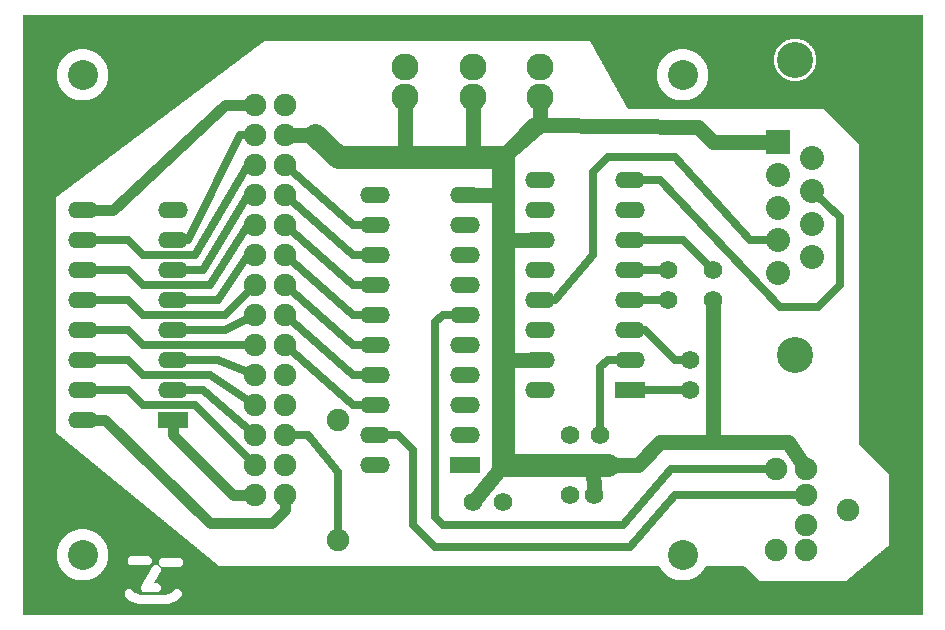
<source format=gbr>
%FSTAX24Y24*%
%MOIN*%
%IN LAYER2.GBR *%
%ADD10C,0.0250*%
%ADD11C,0.0350*%
%ADD12C,0.0500*%
%ADD13C,0.0620*%
%ADD14C,0.0750*%
%ADD15C,0.0800*%
%ADD16C,0.0900*%
%ADD17C,0.1000*%
%ADD18C,0.1200*%
%ADD19O,0.1000X0.0550*%
%ADD20R,0.0800X0.0800*%
%ADD21R,0.1000X0.0550*%
G36*G01X001D01*Y01D01*X0D01*Y0D01*G37*G36*X006D02*G01X01D01*Y001D01*
X006D01*Y0D01*G37*G36*X001D02*G01X003D01*Y001D01*X001D01*Y0D01*G37*G36*
Y003D02*G01X003D01*Y004D01*X001D01*Y003D01*G37*G36*X003Y002D02*
G01X004D01*Y003D01*X003D01*Y002D01*G37*G36*X001Y004D02*G01X002D01*
Y005D01*X001D01*Y004D01*G37*G36*X003Y0D02*G01X0034D01*Y001D01*X003D01*
Y0D01*G37*G36*X0034D02*G01X004D01*Y0003D01*X0034D01*Y0D01*G37*G36*
Y0009D02*G01X0039D01*Y001D01*X0034D01*Y0009D01*G37*G36*Y0003D02*
G01X0037D01*Y0004D01*X0034D01*Y0003D01*G37*G36*X0037Y0008D02*
G01X0039D01*Y0009D01*X0037D01*Y0008D01*G37*G36*X0034Y0004D02*
G01X0035D01*Y0005D01*X0034D01*Y0004D01*G37*G36*X004Y0D02*G01X005D01*
Y0003D01*X004D01*Y0D01*G37*G36*X0046Y0008D02*G01X005D01*Y001D01*
X0046D01*Y0008D01*G37*G36*Y0007D02*G01X0048D01*Y0008D01*X0046D01*
Y0007D01*G37*G36*X0053Y0D02*G01X006D01*Y001D01*X0053D01*Y0D01*G37*G36*
X005D02*G01X0053D01*Y0004D01*X005D01*Y0D01*G37*G36*Y0009D02*
G01X0053D01*Y001D01*X005D01*Y0009D01*G37*G36*X0052Y0004D02*G01X0053D01*
Y0005D01*X0052D01*Y0004D01*G37*G36*X001Y001D02*G01X0015D01*Y0013D01*
X001D01*Y001D01*G37*G36*Y0013D02*G01X0012D01*Y0017D01*X001D01*Y0013D01*
G37*G36*X0015Y001D02*G01X002D01*Y0011D01*X0015D01*Y001D01*G37*G36*
X001Y0017D02*G01X0011D01*Y002D01*X001D01*Y0017D01*G37*G36*
X0015Y0011D02*G01X0017D01*Y0012D01*X0015D01*Y0011D01*G37*G36*
X0012Y0013D02*G01X0013D01*Y0015D01*X0012D01*Y0013D01*G37*G36*
X0025Y001D02*G01X003D01*Y0013D01*X0025D01*Y001D01*G37*G36*
X0028Y0013D02*G01X003D01*Y0017D01*X0028D01*Y0013D01*G37*G36*
X002Y001D02*G01X0025D01*Y0011D01*X002D01*Y001D01*G37*G36*X0029Y0017D02*
G01X003D01*Y002D01*X0029D01*Y0017D01*G37*G36*X0023Y0011D02*G01X0025D01*
Y0012D01*X0023D01*Y0011D01*G37*G36*X0027Y0013D02*G01X0028D01*Y0015D01*
X0027D01*Y0013D01*G37*G36*X003Y001D02*G01X0039D01*Y0016D01*X003D01*
Y001D01*G37*G36*Y0016D02*G01X0035D01*Y002D01*X003D01*Y0016D01*G37*G36*
X0039Y0011D02*G01X004D01*Y0016D01*X0039D01*Y0011D01*G37*G36*
X0046Y001D02*G01X005D01*Y0016D01*X0046D01*Y001D01*G37*G36*
X0043Y0019D02*G01X005D01*Y002D01*X0043D01*Y0019D01*G37*G36*
X004Y0012D02*G01X0041D01*Y0016D01*X004D01*Y0012D01*G37*G36*
X0043Y0017D02*G01X0045D01*Y0019D01*X0043D01*Y0017D01*G37*G36*
X0041Y0014D02*G01X0042D01*Y0016D01*X0041D01*Y0014D01*G37*G36*
X0045Y0011D02*G01X0046D01*Y0012D01*X0045D01*Y0011D01*G37*G36*
X005Y001D02*G01X006D01*Y0016D01*X005D01*Y001D01*G37*G36*X0054Y0016D02*
G01X006D01*Y002D01*X0054D01*Y0016D01*G37*G36*X005Y0019D02*G01X0054D01*
Y002D01*X005D01*Y0019D01*G37*G36*X006Y001D02*G01X007D01*Y0016D01*
X006D01*Y001D01*G37*G36*Y0016D02*G01X0063D01*Y0018D01*X006D01*Y0016D01*
G37*G36*Y0018D02*G01X0062D01*Y0019D01*X006D01*Y0018D01*G37*G36*
X0063Y0016D02*G01X0064D01*Y0017D01*X0063D01*Y0016D01*G37*G36*
X006Y0019D02*G01X0061D01*Y002D01*X006D01*Y0019D01*G37*G36*X007Y001D02*
G01X008D01*Y0016D01*X007D01*Y001D01*G37*G36*X008D02*G01X009D01*
Y0016D01*X008D01*Y001D01*G37*G36*X009D02*G01X01D01*Y0016D01*X009D01*
Y001D01*G37*G36*X001Y0025D02*G01X0013D01*Y003D01*X001D01*Y0025D01*G37*
G36*X0013Y0028D02*G01X0017D01*Y003D01*X0013D01*Y0028D01*G37*G36*
X001Y002D02*G01X0011D01*Y0025D01*X001D01*Y002D01*G37*G36*X0017Y0029D02*
G01X002D01*Y003D01*X0017D01*Y0029D01*G37*G36*X0011Y0023D02*G01X0012D01*
Y0025D01*X0011D01*Y0023D01*G37*G36*X0013Y0027D02*G01X0015D01*Y0028D01*
X0013D01*Y0027D01*G37*G36*X0027Y0025D02*G01X003D01*Y003D01*X0027D01*
Y0025D01*G37*G36*X0023Y0028D02*G01X0027D01*Y003D01*X0023D01*Y0028D01*
G37*G36*X0029Y002D02*G01X003D01*Y0025D01*X0029D01*Y002D01*G37*G36*
X002Y0029D02*G01X0023D01*Y003D01*X002D01*Y0029D01*G37*G36*
X0028Y0023D02*G01X0029D01*Y0025D01*X0028D01*Y0023D01*G37*G36*
X0025Y0027D02*G01X0027D01*Y0028D01*X0025D01*Y0027D01*G37*G36*
X004Y002D02*G01X005D01*Y0029D01*X004D01*Y002D01*G37*G36*Y0029D02*
G01X0048D01*Y003D01*X004D01*Y0029D01*G37*G36*X005Y002D02*G01X0056D01*
Y0024D01*X005D01*Y002D01*G37*G36*Y0024D02*G01X0053D01*Y0026D01*X005D01*
Y0024D01*G37*G36*X0056Y002D02*G01X0058D01*Y0022D01*X0056D01*Y002D01*
G37*G36*X005Y0026D02*G01X0052D01*Y0027D01*X005D01*Y0026D01*G37*G36*
X0058Y002D02*G01X0059D01*Y0021D01*X0058D01*Y002D01*G37*G36*
X0056Y0022D02*G01X0057D01*Y0023D01*X0056D01*Y0022D01*G37*G36*
X0053Y0024D02*G01X0054D01*Y0025D01*X0053D01*Y0024D01*G37*G36*
X005Y0027D02*G01X0051D01*Y0028D01*X005D01*Y0027D01*G37*G36*X003Y003D02*
G01X0039D01*Y0038D01*X003D01*Y003D01*G37*G36*Y0038D02*G01X0036D01*
Y004D01*X003D01*Y0038D01*G37*G36*X0039Y003D02*G01X004D01*Y0037D01*
X0039D01*Y003D01*G37*G36*X0036Y0038D02*G01X0037D01*Y0039D01*X0036D01*
Y0038D01*G37*G36*X004Y003D02*G01X0045D01*Y0033D01*X004D01*Y003D01*G37*
G36*Y0033D02*G01X0042D01*Y0035D01*X004D01*Y0033D01*G37*G36*
X0045Y003D02*G01X0047D01*Y0031D01*X0045D01*Y003D01*G37*G36*Y0031D02*
G01X0046D01*Y0032D01*X0045D01*Y0031D01*G37*G36*X0042Y0033D02*
G01X0043D01*Y0034D01*X0042D01*Y0033D01*G37*G36*X004Y0035D02*
G01X0041D01*Y0036D01*X004D01*Y0035D01*G37*G36*X002Y004D02*G01X0028D01*
Y0047D01*X002D01*Y004D01*G37*G36*Y0047D02*G01X0024D01*Y005D01*X002D01*
Y0047D01*G37*G36*X0028Y004D02*G01X003D01*Y0045D01*X0028D01*Y004D01*G37*
G36*X0024Y0047D02*G01X0026D01*Y0048D01*X0024D01*Y0047D01*G37*G36*
X0028Y0045D02*G01X0029D01*Y0046D01*X0028D01*Y0045D01*G37*G36*
X0024Y0048D02*G01X0025D01*Y0049D01*X0024D01*Y0048D01*G37*G36*
X003Y004D02*G01X0034D01*Y0042D01*X003D01*Y004D01*G37*G36*Y0042D02*
G01X0032D01*Y0043D01*X003D01*Y0042D01*G37*G36*X0034Y004D02*G01X0035D01*
Y0041D01*X0034D01*Y004D01*G37*G36*X003Y0043D02*G01X0031D01*Y0044D01*
X003D01*Y0043D01*G37*G36*X001Y005D02*G01X0017D01*Y0056D01*X001D01*
Y005D01*G37*G36*X0017D02*G01X002D01*Y0053D01*X0017D01*Y005D01*G37*G36*
X001Y0056D02*G01X0013D01*Y0059D01*X001D01*Y0056D01*G37*G36*
X0017Y0053D02*G01X0019D01*Y0054D01*X0017D01*Y0053D01*G37*G36*
X0013Y0056D02*G01X0015D01*Y0057D01*X0013D01*Y0056D01*G37*G36*
X001Y0059D02*G01X0012D01*Y006D01*X001D01*Y0059D01*G37*G36*
X0017Y0054D02*G01X0018D01*Y0055D01*X0017D01*Y0054D01*G37*G36*
X0013Y0057D02*G01X0014D01*Y0058D01*X0013D01*Y0057D01*G37*G36*
X002Y005D02*G01X0023D01*Y0051D01*X002D01*Y005D01*G37*G36*Y0051D02*
G01X0021D01*Y0052D01*X002D01*Y0051D01*G37*G36*X001Y006D02*G01X0011D01*
Y007D01*X001D01*Y006D01*G37*G36*Y007D02*G01X0011D01*Y008D01*X001D01*
Y007D01*G37*G36*Y008D02*G01X0011D01*Y009D01*X001D01*Y008D01*G37*G36*
Y009D02*G01X0011D01*Y01D01*X001D01*Y009D01*G37*G36*X0037Y0003D02*
G01X0038D01*Y00039D01*X0037D01*Y0003D01*G37*G36*Y00039D02*G01X00377D01*
Y0004D01*X0037D01*Y00039D01*G37*G36*X0038Y0003D02*G01X00389D01*
Y00036D01*X0038D01*Y0003D01*G37*G36*Y00036D02*G01X00386D01*Y00037D01*
X0038D01*Y00036D01*G37*G36*X00389Y0003D02*G01X0039D01*Y00035D01*
X00389D01*Y0003D01*G37*G36*X0038Y00037D02*G01X00383D01*Y00038D01*
X0038D01*Y00037D01*G37*G36*X0039Y0003D02*G01X004D01*Y00035D01*X0039D01*
Y0003D01*G37*G36*X0035Y0004D02*G01X00359D01*Y00046D01*X0035D01*
Y0004D01*G37*G36*Y00046D02*G01X00356D01*Y00048D01*X0035D01*Y00046D01*
G37*G36*Y00048D02*G01X00353D01*Y0005D01*X0035D01*Y00048D01*G37*G36*
X00359Y0004D02*G01X0036D01*Y00045D01*X00359D01*Y0004D01*G37*G36*
X00356Y00046D02*G01X00357D01*Y00047D01*X00356D01*Y00046D01*G37*G36*
X00353Y00048D02*G01X00354D01*Y00049D01*X00353D01*Y00048D01*G37*G36*
X0036Y0004D02*G01X00368D01*Y00043D01*X0036D01*Y0004D01*G37*G36*
Y00043D02*G01X00365D01*Y00044D01*X0036D01*Y00043D01*G37*G36*
X00368Y0004D02*G01X0037D01*Y00042D01*X00368D01*Y0004D01*G37*G36*
X0036Y00044D02*G01X00362D01*Y00045D01*X0036D01*Y00044D01*G37*G36*
X0037Y0004D02*G01X00374D01*Y00041D01*X0037D01*Y0004D01*G37*G36*
Y00041D02*G01X00371D01*Y00042D01*X0037D01*Y00041D01*G37*G36*
X0034Y0005D02*G01X00347D01*Y00056D01*X0034D01*Y0005D01*G37*G36*
Y00056D02*G01X00344D01*Y00059D01*X0034D01*Y00056D01*G37*G36*
X00347Y0005D02*G01X0035D01*Y00053D01*X00347D01*Y0005D01*G37*G36*
X0034Y00059D02*G01X00343D01*Y0006D01*X0034D01*Y00059D01*G37*G36*
X00347Y00053D02*G01X00349D01*Y00054D01*X00347D01*Y00053D01*G37*G36*
X00344Y00056D02*G01X00346D01*Y00057D01*X00344D01*Y00056D01*G37*G36*
X00347Y00054D02*G01X00348D01*Y00055D01*X00347D01*Y00054D01*G37*G36*
X00344Y00057D02*G01X00345D01*Y00058D01*X00344D01*Y00057D01*G37*G36*
X0035Y0005D02*G01X00352D01*Y00051D01*X0035D01*Y0005D01*G37*G36*
Y00051D02*G01X00351D01*Y00052D01*X0035D01*Y00051D01*G37*G36*
X0034Y0006D02*G01X00342D01*Y00062D01*X0034D01*Y0006D01*G37*G36*
Y00062D02*G01X00341D01*Y00064D01*X0034D01*Y00062D01*G37*G36*
X00342Y0006D02*G01X00343D01*Y00061D01*X00342D01*Y0006D01*G37*G36*
X00386Y00069D02*G01X0039D01*Y0007D01*X00386D01*Y00069D01*G37*G36*
X00389Y00068D02*G01X0039D01*Y00069D01*X00389D01*Y00068D01*G37*G36*
X00392Y00067D02*G01X004D01*Y0007D01*X00392D01*Y00067D01*G37*G36*
X00395Y00066D02*G01X004D01*Y00067D01*X00395D01*Y00066D01*G37*G36*
X0039Y00068D02*G01X00392D01*Y0007D01*X0039D01*Y00068D01*G37*G36*
X00398Y00065D02*G01X004D01*Y00066D01*X00398D01*Y00065D01*G37*G36*
X0034Y00076D02*G01X00341D01*Y0008D01*X0034D01*Y00076D01*G37*G36*
X00341Y00078D02*G01X00342D01*Y0008D01*X00341D01*Y00078D01*G37*G36*
X00342Y00079D02*G01X00343D01*Y0008D01*X00342D01*Y00079D01*G37*G36*
X00369Y00078D02*G01X0037D01*Y0008D01*X00369D01*Y00078D01*G37*G36*
X00368Y00079D02*G01X00369D01*Y0008D01*X00368D01*Y00079D01*G37*G36*
X00374Y00073D02*G01X0038D01*Y0008D01*X00374D01*Y00073D01*G37*G36*
X00371Y00076D02*G01X00374D01*Y0008D01*X00371D01*Y00076D01*G37*G36*
X00377Y00072D02*G01X0038D01*Y00073D01*X00377D01*Y00072D01*G37*G36*
X0037Y00077D02*G01X00371D01*Y0008D01*X0037D01*Y00077D01*G37*G36*
X00373Y00074D02*G01X00374D01*Y00076D01*X00373D01*Y00074D01*G37*G36*
X00372Y00075D02*G01X00373D01*Y00076D01*X00372D01*Y00075D01*G37*G36*
X0038Y00071D02*G01X0039D01*Y0008D01*X0038D01*Y00071D01*G37*G36*
X00383Y0007D02*G01X0039D01*Y00071D01*X00383D01*Y0007D01*G37*G36*
X0039D02*G01X00399D01*Y00079D01*X0039D01*Y0007D01*G37*G36*X00399D02*
G01X004D01*Y00078D01*X00399D01*Y0007D01*G37*G36*X0039Y00079D02*
G01X00398D01*Y0008D01*X0039D01*Y00079D01*G37*G36*X0034Y00084D02*
G01X00349D01*Y0009D01*X0034D01*Y00084D01*G37*G36*Y0008D02*G01X00343D01*
Y00084D01*X0034D01*Y0008D01*G37*G36*X00343Y00082D02*G01X00346D01*
Y00084D01*X00343D01*Y00082D01*G37*G36*X00349Y00085D02*G01X0035D01*
Y0009D01*X00349D01*Y00085D01*G37*G36*X00343Y00081D02*G01X00344D01*
Y00082D01*X00343D01*Y00081D01*G37*G36*X00346Y00083D02*G01X00347D01*
Y00084D01*X00346D01*Y00083D01*G37*G36*X0035Y00085D02*G01X0036D01*
Y0009D01*X0035D01*Y00085D01*G37*G36*X00361Y00084D02*G01X0037D01*
Y0009D01*X00361D01*Y00084D01*G37*G36*X00367Y0008D02*G01X0037D01*
Y00084D01*X00367D01*Y0008D01*G37*G36*X00364Y00082D02*G01X00367D01*
Y00084D01*X00364D01*Y00082D01*G37*G36*X0036Y00085D02*G01X00361D01*
Y0009D01*X0036D01*Y00085D01*G37*G36*X00366Y00081D02*G01X00367D01*
Y00082D01*X00366D01*Y00081D01*G37*G36*X00363Y00083D02*G01X00364D01*
Y00084D01*X00363D01*Y00083D01*G37*G36*X0039Y0008D02*G01X00395D01*
Y00089D01*X0039D01*Y0008D01*G37*G36*X00395D02*G01X00397D01*Y00082D01*
X00395D01*Y0008D01*G37*G36*X0039Y00089D02*G01X00394D01*Y0009D01*
X0039D01*Y00089D01*G37*G36*X00395Y00082D02*G01X00396D01*Y00084D01*
X00395D01*Y00082D01*G37*G36*X00397Y0008D02*G01X00398D01*Y00081D01*
X00397D01*Y0008D01*G37*G36*X0039Y00091D02*G01X00395D01*Y001D01*
X0039D01*Y00091D01*G37*G36*Y0009D02*G01X00394D01*Y00091D01*X0039D01*
Y0009D01*G37*G36*X00395Y00096D02*G01X00396D01*Y001D01*X00395D01*
Y00096D01*G37*G36*X00396Y00098D02*G01X00397D01*Y001D01*X00396D01*
Y00098D01*G37*G36*X004Y0003D02*G01X0041D01*Y00035D01*X004D01*Y0003D01*
G37*G36*X0041D02*G01X0042D01*Y00035D01*X0041D01*Y0003D01*G37*G36*
X0042D02*G01X0043D01*Y00035D01*X0042D01*Y0003D01*G37*G36*X0043D02*
G01X0044D01*Y00035D01*X0043D01*Y0003D01*G37*G36*X0044D02*G01X0045D01*
Y00035D01*X0044D01*Y0003D01*G37*G36*X0045D02*G01X0046D01*Y00035D01*
X0045D01*Y0003D01*G37*G36*X0046D02*G01X0047D01*Y00035D01*X0046D01*
Y0003D01*G37*G36*X0047D02*G01X0048D01*Y00035D01*X0047D01*Y0003D01*G37*
G36*X00481D02*G01X0049D01*Y00036D01*X00481D01*Y0003D01*G37*G36*
X00484Y00036D02*G01X0049D01*Y00037D01*X00484D01*Y00036D01*G37*G36*
X0048Y0003D02*G01X00481D01*Y00035D01*X0048D01*Y0003D01*G37*G36*
X00487Y00037D02*G01X0049D01*Y00038D01*X00487D01*Y00037D01*G37*G36*
X0049Y0003D02*G01X005D01*Y00039D01*X0049D01*Y0003D01*G37*G36*
X00493Y00039D02*G01X005D01*Y0004D01*X00493D01*Y00039D01*G37*G36*
X00496Y0004D02*G01X005D01*Y00041D01*X00496D01*Y0004D01*G37*G36*
X00499Y00041D02*G01X005D01*Y00042D01*X00499D01*Y00041D01*G37*G36*
X004Y00065D02*G01X0041D01*Y0007D01*X004D01*Y00065D01*G37*G36*X0041D02*
G01X0042D01*Y0007D01*X0041D01*Y00065D01*G37*G36*X0042D02*G01X0043D01*
Y0007D01*X0042D01*Y00065D01*G37*G36*X0043D02*G01X0044D01*Y0007D01*
X0043D01*Y00065D01*G37*G36*X0044D02*G01X0045D01*Y0007D01*X0044D01*
Y00065D01*G37*G36*X0045D02*G01X0046D01*Y0007D01*X0045D01*Y00065D01*G37*
G36*X0046D02*G01X0047D01*Y0007D01*X0046D01*Y00065D01*G37*G36*
X0047Y00067D02*G01X00478D01*Y0007D01*X0047D01*Y00067D01*G37*G36*
Y00066D02*G01X00475D01*Y00067D01*X0047D01*Y00066D01*G37*G36*
X00478Y00068D02*G01X0048D01*Y0007D01*X00478D01*Y00068D01*G37*G36*
X0047Y00065D02*G01X00472D01*Y00066D01*X0047D01*Y00065D01*G37*G36*
X0048Y00069D02*G01X00484D01*Y0007D01*X0048D01*Y00069D01*G37*G36*
Y00068D02*G01X00481D01*Y00069D01*X0048D01*Y00068D01*G37*G36*
X004Y0007D02*G01X0041D01*Y00075D01*X004D01*Y0007D01*G37*G36*Y00075D02*
G01X00404D01*Y00076D01*X004D01*Y00075D01*G37*G36*Y00076D02*
G01X00402D01*Y00077D01*X004D01*Y00076D01*G37*G36*Y00077D02*
G01X00401D01*Y00078D01*X004D01*Y00077D01*G37*G36*X0041Y0007D02*
G01X0042D01*Y00075D01*X0041D01*Y0007D01*G37*G36*X0042D02*G01X0043D01*
Y00075D01*X0042D01*Y0007D01*G37*G36*X0043D02*G01X0044D01*Y00075D01*
X0043D01*Y0007D01*G37*G36*X0044D02*G01X0045D01*Y00075D01*X0044D01*
Y0007D01*G37*G36*X00451D02*G01X0046D01*Y00076D01*X00451D01*Y0007D01*
G37*G36*X00454Y00076D02*G01X0046D01*Y00078D01*X00454D01*Y00076D01*G37*
G36*X00457Y00078D02*G01X0046D01*Y0008D01*X00457D01*Y00078D01*G37*G36*
X0045Y0007D02*G01X00451D01*Y00075D01*X0045D01*Y0007D01*G37*G36*
X00453Y00076D02*G01X00454D01*Y00077D01*X00453D01*Y00076D01*G37*G36*
X00456Y00078D02*G01X00457D01*Y00079D01*X00456D01*Y00078D01*G37*G36*
X0048Y00071D02*G01X0049D01*Y0008D01*X0048D01*Y00071D01*G37*G36*
Y0007D02*G01X00487D01*Y00071D01*X0048D01*Y0007D01*G37*G36*
X0049Y00073D02*G01X00496D01*Y0008D01*X0049D01*Y00073D01*G37*G36*
X00496Y00076D02*G01X00499D01*Y0008D01*X00496D01*Y00076D01*G37*G36*
X0049Y00072D02*G01X00493D01*Y00073D01*X0049D01*Y00072D01*G37*G36*
X00499Y00077D02*G01X005D01*Y0008D01*X00499D01*Y00077D01*G37*G36*
X00496Y00074D02*G01X00497D01*Y00076D01*X00496D01*Y00074D01*G37*G36*
X00497Y00075D02*G01X00498D01*Y00076D01*X00497D01*Y00075D01*G37*G36*
X00458Y0008D02*G01X0046D01*Y00082D01*X00458D01*Y0008D01*G37*G36*
X00459Y00082D02*G01X0046D01*Y00084D01*X00459D01*Y00082D01*G37*G36*
X00457Y0008D02*G01X00458D01*Y00081D01*X00457D01*Y0008D01*G37*G36*
X00459Y00096D02*G01X0046D01*Y001D01*X00459D01*Y00096D01*G37*G36*
X00458Y00098D02*G01X00459D01*Y001D01*X00458D01*Y00098D01*G37*G36*
X00457Y00099D02*G01X00458D01*Y001D01*X00457D01*Y00099D01*G37*G36*
X00502Y0004D02*G01X0051D01*Y00043D01*X00502D01*Y0004D01*G37*G36*
X00505Y00043D02*G01X0051D01*Y00044D01*X00505D01*Y00043D01*G37*G36*
X005Y0004D02*G01X00502D01*Y00042D01*X005D01*Y0004D01*G37*G36*
X00508Y00044D02*G01X0051D01*Y00045D01*X00508D01*Y00044D01*G37*G36*
X00511Y0004D02*G01X0052D01*Y00046D01*X00511D01*Y0004D01*G37*G36*
X00514Y00046D02*G01X0052D01*Y00048D01*X00514D01*Y00046D01*G37*G36*
X00517Y00048D02*G01X0052D01*Y0005D01*X00517D01*Y00048D01*G37*G36*
X0051Y0004D02*G01X00511D01*Y00045D01*X0051D01*Y0004D01*G37*G36*
X00513Y00046D02*G01X00514D01*Y00047D01*X00513D01*Y00046D01*G37*G36*
X00516Y00048D02*G01X00517D01*Y00049D01*X00516D01*Y00048D01*G37*G36*
X00518Y0005D02*G01X0052D01*Y00051D01*X00518D01*Y0005D01*G37*G36*
X00519Y00051D02*G01X0052D01*Y00052D01*X00519D01*Y00051D01*G37*G36*
X00523Y0005D02*G01X0053D01*Y00056D01*X00523D01*Y0005D01*G37*G36*
X00526Y00056D02*G01X0053D01*Y00059D01*X00526D01*Y00056D01*G37*G36*
X0052Y0005D02*G01X00523D01*Y00053D01*X0052D01*Y0005D01*G37*G36*
X00527Y00059D02*G01X0053D01*Y0006D01*X00527D01*Y00059D01*G37*G36*
X00521Y00053D02*G01X00523D01*Y00054D01*X00521D01*Y00053D01*G37*G36*
X00524Y00056D02*G01X00526D01*Y00057D01*X00524D01*Y00056D01*G37*G36*
X00522Y00054D02*G01X00523D01*Y00055D01*X00522D01*Y00054D01*G37*G36*
X00525Y00057D02*G01X00526D01*Y00058D01*X00525D01*Y00057D01*G37*G36*
X00528Y0006D02*G01X0053D01*Y00062D01*X00528D01*Y0006D01*G37*G36*
X00529Y00062D02*G01X0053D01*Y00064D01*X00529D01*Y00062D01*G37*G36*
X00527Y0006D02*G01X00528D01*Y00061D01*X00527D01*Y0006D01*G37*G36*
X005Y00078D02*G01X00501D01*Y0008D01*X005D01*Y00078D01*G37*G36*
X00501Y00079D02*G01X00502D01*Y0008D01*X00501D01*Y00079D01*G37*G36*
X00529Y00076D02*G01X0053D01*Y0008D01*X00529D01*Y00076D01*G37*G36*
X00528Y00078D02*G01X00529D01*Y0008D01*X00528D01*Y00078D01*G37*G36*
X00527Y00079D02*G01X00528D01*Y0008D01*X00527D01*Y00079D01*G37*G36*
X005Y00084D02*G01X00509D01*Y0009D01*X005D01*Y00084D01*G37*G36*Y0008D02*
G01X00503D01*Y00084D01*X005D01*Y0008D01*G37*G36*X00503Y00082D02*
G01X00506D01*Y00084D01*X00503D01*Y00082D01*G37*G36*X00509Y00085D02*
G01X0051D01*Y0009D01*X00509D01*Y00085D01*G37*G36*X00503Y00081D02*
G01X00504D01*Y00082D01*X00503D01*Y00081D01*G37*G36*X00506Y00083D02*
G01X00507D01*Y00084D01*X00506D01*Y00083D01*G37*G36*X0051Y00085D02*
G01X0052D01*Y0009D01*X0051D01*Y00085D01*G37*G36*X00521Y00084D02*
G01X0053D01*Y0009D01*X00521D01*Y00084D01*G37*G36*X00527Y0008D02*
G01X0053D01*Y00084D01*X00527D01*Y0008D01*G37*G36*X00524Y00082D02*
G01X00527D01*Y00084D01*X00524D01*Y00082D01*G37*G36*X0052Y00085D02*
G01X00521D01*Y0009D01*X0052D01*Y00085D01*G37*G36*X00526Y00081D02*
G01X00527D01*Y00082D01*X00526D01*Y00081D01*G37*G36*X00523Y00083D02*
G01X00524D01*Y00084D01*X00523D01*Y00083D01*G37*G36*X0017Y0011D02*
G01X0018D01*Y00117D01*X0017D01*Y0011D01*G37*G36*Y00117D02*G01X00174D01*
Y00119D01*X0017D01*Y00117D01*G37*G36*X00174D02*G01X00177D01*Y00118D01*
X00174D01*Y00117D01*G37*G36*X0017Y00119D02*G01X00171D01*Y0012D01*
X0017D01*Y00119D01*G37*G36*X0018Y0011D02*G01X0019D01*Y00115D01*
X0018D01*Y0011D01*G37*G36*Y00115D02*G01X00186D01*Y00116D01*X0018D01*
Y00115D01*G37*G36*Y00116D02*G01X00181D01*Y00117D01*X0018D01*Y00116D01*
G37*G36*X0019Y0011D02*G01X002D01*Y00115D01*X0019D01*Y0011D01*G37*G36*
X0015Y0012D02*G01X00158D01*Y00126D01*X0015D01*Y0012D01*G37*G36*
Y00126D02*G01X00153D01*Y00129D01*X0015D01*Y00126D01*G37*G36*
X00158Y0012D02*G01X0016D01*Y00124D01*X00158D01*Y0012D01*G37*G36*
X00153Y00126D02*G01X00156D01*Y00127D01*X00153D01*Y00126D01*G37*G36*
X00158Y00124D02*G01X00159D01*Y00125D01*X00158D01*Y00124D01*G37*G36*
X00153Y00127D02*G01X00154D01*Y00128D01*X00153D01*Y00127D01*G37*G36*
X0015Y00129D02*G01X00151D01*Y0013D01*X0015D01*Y00129D01*G37*G36*
X0016Y0012D02*G01X00166D01*Y00122D01*X0016D01*Y0012D01*G37*G36*
Y00122D02*G01X00163D01*Y00123D01*X0016D01*Y00122D01*G37*G36*
X00166Y0012D02*G01X00168D01*Y00121D01*X00166D01*Y0012D01*G37*G36*
X0016Y00123D02*G01X00161D01*Y00124D01*X0016D01*Y00123D01*G37*G36*
X0013Y0013D02*G01X0014D01*Y00139D01*X0013D01*Y0013D01*G37*G36*
Y00139D02*G01X00139D01*Y0014D01*X0013D01*Y00139D01*G37*G36*
X0014Y0013D02*G01X00145D01*Y00135D01*X0014D01*Y0013D01*G37*G36*
X00145D02*G01X00149D01*Y00132D01*X00145D01*Y0013D01*G37*G36*
X0014Y00135D02*G01X00144D01*Y00136D01*X0014D01*Y00135D01*G37*G36*
X00145Y00132D02*G01X00147D01*Y00133D01*X00145D01*Y00132D01*G37*G36*
X0014Y00136D02*G01X00142D01*Y00137D01*X0014D01*Y00136D01*G37*G36*
X00149Y0013D02*G01X0015D01*Y00131D01*X00149D01*Y0013D01*G37*G36*
X00145Y00133D02*G01X00146D01*Y00134D01*X00145D01*Y00133D01*G37*G36*
X0014Y00137D02*G01X00141D01*Y00138D01*X0014D01*Y00137D01*G37*G36*
X0013Y0014D02*G01X00135D01*Y00145D01*X0013D01*Y0014D01*G37*G36*
Y00145D02*G01X00132D01*Y00149D01*X0013D01*Y00145D01*G37*G36*
X00135Y0014D02*G01X00137D01*Y00142D01*X00135D01*Y0014D01*G37*G36*
Y00142D02*G01X00136D01*Y00144D01*X00135D01*Y00142D01*G37*G36*
X00132Y00145D02*G01X00134D01*Y00146D01*X00132D01*Y00145D01*G37*G36*
X00137Y0014D02*G01X00138D01*Y00141D01*X00137D01*Y0014D01*G37*G36*
X00132Y00146D02*G01X00133D01*Y00147D01*X00132D01*Y00146D01*G37*G36*
X0013Y00149D02*G01X00131D01*Y0015D01*X0013D01*Y00149D01*G37*G36*
X0012Y0015D02*G01X00126D01*Y00158D01*X0012D01*Y0015D01*G37*G36*
X00126D02*G01X00129D01*Y00153D01*X00126D01*Y0015D01*G37*G36*
X0012Y00158D02*G01X00124D01*Y0016D01*X0012D01*Y00158D01*G37*G36*
X00126Y00153D02*G01X00127D01*Y00156D01*X00126D01*Y00153D01*G37*G36*
X00129Y0015D02*G01X0013D01*Y00151D01*X00129D01*Y0015D01*G37*G36*
X00127Y00153D02*G01X00128D01*Y00154D01*X00127D01*Y00153D01*G37*G36*
X00124Y00158D02*G01X00125D01*Y00159D01*X00124D01*Y00158D01*G37*G36*
X0012Y0016D02*G01X00123D01*Y00164D01*X0012D01*Y0016D01*G37*G36*
Y00164D02*G01X00122D01*Y00166D01*X0012D01*Y00164D01*G37*G36*Y00166D02*
G01X00121D01*Y00168D01*X0012D01*Y00166D01*G37*G36*X00123Y0016D02*
G01X00124D01*Y00161D01*X00123D01*Y0016D01*G37*G36*X0011Y0017D02*
G01X00117D01*Y0018D01*X0011D01*Y0017D01*G37*G36*X00117D02*G01X00119D01*
Y00174D01*X00117D01*Y0017D01*G37*G36*Y00174D02*G01X00118D01*Y00177D01*
X00117D01*Y00174D01*G37*G36*X00119Y0017D02*G01X0012D01*Y00171D01*
X00119D01*Y0017D01*G37*G36*X0011Y0018D02*G01X00115D01*Y0019D01*
X0011D01*Y0018D01*G37*G36*X00115D02*G01X00116D01*Y00186D01*X00115D01*
Y0018D01*G37*G36*X00116D02*G01X00117D01*Y00181D01*X00116D01*Y0018D01*
G37*G36*X0011Y0019D02*G01X00115D01*Y002D01*X0011D01*Y0019D01*G37*G36*
X002Y0011D02*G01X0021D01*Y00115D01*X002D01*Y0011D01*G37*G36*X0021D02*
G01X0022D01*Y00115D01*X0021D01*Y0011D01*G37*G36*X00214Y00115D02*
G01X0022D01*Y00116D01*X00214D01*Y00115D01*G37*G36*X00219Y00116D02*
G01X0022D01*Y00117D01*X00219D01*Y00116D01*G37*G36*X0022Y0011D02*
G01X0023D01*Y00117D01*X0022D01*Y0011D01*G37*G36*X00226Y00117D02*
G01X0023D01*Y00119D01*X00226D01*Y00117D01*G37*G36*X00223D02*
G01X00226D01*Y00118D01*X00223D01*Y00117D01*G37*G36*X00229Y00119D02*
G01X0023D01*Y0012D01*X00229D01*Y00119D01*G37*G36*X00234Y0012D02*
G01X0024D01*Y00122D01*X00234D01*Y0012D01*G37*G36*X00237Y00122D02*
G01X0024D01*Y00123D01*X00237D01*Y00122D01*G37*G36*X00232Y0012D02*
G01X00234D01*Y00121D01*X00232D01*Y0012D01*G37*G36*X00239Y00123D02*
G01X0024D01*Y00124D01*X00239D01*Y00123D01*G37*G36*X00242Y0012D02*
G01X0025D01*Y00126D01*X00242D01*Y0012D01*G37*G36*X00247Y00126D02*
G01X0025D01*Y00129D01*X00247D01*Y00126D01*G37*G36*X0024Y0012D02*
G01X00242D01*Y00124D01*X0024D01*Y0012D01*G37*G36*X00244Y00126D02*
G01X00247D01*Y00127D01*X00244D01*Y00126D01*G37*G36*X00241Y00124D02*
G01X00242D01*Y00125D01*X00241D01*Y00124D01*G37*G36*X00246Y00127D02*
G01X00247D01*Y00128D01*X00246D01*Y00127D01*G37*G36*X00249Y00129D02*
G01X0025D01*Y0013D01*X00249D01*Y00129D01*G37*G36*X00255Y0013D02*
G01X0026D01*Y00135D01*X00255D01*Y0013D01*G37*G36*X00251D02*
G01X00255D01*Y00132D01*X00251D01*Y0013D01*G37*G36*X00256Y00135D02*
G01X0026D01*Y00136D01*X00256D01*Y00135D01*G37*G36*X00253Y00132D02*
G01X00255D01*Y00133D01*X00253D01*Y00132D01*G37*G36*X00258Y00136D02*
G01X0026D01*Y00137D01*X00258D01*Y00136D01*G37*G36*X0025Y0013D02*
G01X00251D01*Y00131D01*X0025D01*Y0013D01*G37*G36*X00254Y00133D02*
G01X00255D01*Y00134D01*X00254D01*Y00133D01*G37*G36*X00259Y00137D02*
G01X0026D01*Y00138D01*X00259D01*Y00137D01*G37*G36*X0026Y0013D02*
G01X0027D01*Y00139D01*X0026D01*Y0013D01*G37*G36*X00261Y00139D02*
G01X0027D01*Y0014D01*X00261D01*Y00139D01*G37*G36*X00265Y0014D02*
G01X0027D01*Y00145D01*X00265D01*Y0014D01*G37*G36*X00268Y00145D02*
G01X0027D01*Y00149D01*X00268D01*Y00145D01*G37*G36*X00263Y0014D02*
G01X00265D01*Y00142D01*X00263D01*Y0014D01*G37*G36*X00264Y00142D02*
G01X00265D01*Y00144D01*X00264D01*Y00142D01*G37*G36*X00266Y00145D02*
G01X00268D01*Y00146D01*X00266D01*Y00145D01*G37*G36*X00262Y0014D02*
G01X00263D01*Y00141D01*X00262D01*Y0014D01*G37*G36*X00267Y00146D02*
G01X00268D01*Y00147D01*X00267D01*Y00146D01*G37*G36*X00269Y00149D02*
G01X0027D01*Y0015D01*X00269D01*Y00149D01*G37*G36*X00274Y0015D02*
G01X0028D01*Y00158D01*X00274D01*Y0015D01*G37*G36*X00271D02*
G01X00274D01*Y00153D01*X00271D01*Y0015D01*G37*G36*X00276Y00158D02*
G01X0028D01*Y0016D01*X00276D01*Y00158D01*G37*G36*X00273Y00153D02*
G01X00274D01*Y00156D01*X00273D01*Y00153D01*G37*G36*X0027Y0015D02*
G01X00271D01*Y00151D01*X0027D01*Y0015D01*G37*G36*X00272Y00153D02*
G01X00273D01*Y00154D01*X00272D01*Y00153D01*G37*G36*X00275Y00158D02*
G01X00276D01*Y00159D01*X00275D01*Y00158D01*G37*G36*X00277Y0016D02*
G01X0028D01*Y00164D01*X00277D01*Y0016D01*G37*G36*X00278Y00164D02*
G01X0028D01*Y00166D01*X00278D01*Y00164D01*G37*G36*X00279Y00166D02*
G01X0028D01*Y00168D01*X00279D01*Y00166D01*G37*G36*X00276Y0016D02*
G01X00277D01*Y00161D01*X00276D01*Y0016D01*G37*G36*X00283Y0017D02*
G01X0029D01*Y0018D01*X00283D01*Y0017D01*G37*G36*X00281D02*G01X00283D01*
Y00174D01*X00281D01*Y0017D01*G37*G36*X00282Y00174D02*G01X00283D01*
Y00177D01*X00282D01*Y00174D01*G37*G36*X0028Y0017D02*G01X00281D01*
Y00171D01*X0028D01*Y0017D01*G37*G36*X00285Y0018D02*G01X0029D01*
Y0019D01*X00285D01*Y0018D01*G37*G36*X00284D02*G01X00285D01*Y00186D01*
X00284D01*Y0018D01*G37*G36*X00283D02*G01X00284D01*Y00181D01*X00283D01*
Y0018D01*G37*G36*X00285Y0019D02*G01X0029D01*Y002D01*X00285D01*Y0019D01*
G37*G36*X0039Y00101D02*G01X00399D01*Y0011D01*X0039D01*Y00101D01*G37*
G36*Y001D02*G01X00398D01*Y00101D01*X0039D01*Y001D01*G37*G36*
X00399Y00103D02*G01X004D01*Y0011D01*X00399D01*Y00103D01*G37*G36*
X0035Y0016D02*G01X00359D01*Y00166D01*X0035D01*Y0016D01*G37*G36*
Y00166D02*G01X00356D01*Y00168D01*X0035D01*Y00166D01*G37*G36*Y00168D02*
G01X00353D01*Y0017D01*X0035D01*Y00168D01*G37*G36*X00359Y0016D02*
G01X0036D01*Y00165D01*X00359D01*Y0016D01*G37*G36*X00356Y00166D02*
G01X00357D01*Y00167D01*X00356D01*Y00166D01*G37*G36*X00353Y00168D02*
G01X00354D01*Y00169D01*X00353D01*Y00168D01*G37*G36*X0036Y0016D02*
G01X0037D01*Y00165D01*X0036D01*Y0016D01*G37*G36*X0037D02*G01X0038D01*
Y00165D01*X0037D01*Y0016D01*G37*G36*X0038D02*G01X0039D01*Y00165D01*
X0038D01*Y0016D01*G37*G36*X0039D02*G01X004D01*Y00165D01*X0039D01*
Y0016D01*G37*G36*X0035Y0017D02*G01X00352D01*Y00172D01*X0035D01*
Y0017D01*G37*G36*Y00172D02*G01X00351D01*Y00174D01*X0035D01*Y00172D01*
G37*G36*X00352Y0017D02*G01X00353D01*Y00171D01*X00352D01*Y0017D01*G37*
G36*X0035Y00186D02*G01X00351D01*Y0019D01*X0035D01*Y00186D01*G37*G36*
X00351Y00188D02*G01X00352D01*Y0019D01*X00351D01*Y00188D01*G37*G36*
X00352Y00189D02*G01X00353D01*Y0019D01*X00352D01*Y00189D01*G37*G36*
X0035Y00194D02*G01X00359D01*Y002D01*X0035D01*Y00194D01*G37*G36*
Y0019D02*G01X00353D01*Y00194D01*X0035D01*Y0019D01*G37*G36*
X00353Y00192D02*G01X00356D01*Y00194D01*X00353D01*Y00192D01*G37*G36*
X00359Y00195D02*G01X0036D01*Y002D01*X00359D01*Y00195D01*G37*G36*
X00353Y00191D02*G01X00354D01*Y00192D01*X00353D01*Y00191D01*G37*G36*
X00356Y00193D02*G01X00357D01*Y00194D01*X00356D01*Y00193D01*G37*G36*
X0036Y00195D02*G01X0037D01*Y002D01*X0036D01*Y00195D01*G37*G36*X0037D02*
G01X0038D01*Y002D01*X0037D01*Y00195D01*G37*G36*X0038D02*G01X0039D01*
Y002D01*X0038D01*Y00195D01*G37*G36*X0039D02*G01X004D01*Y002D01*
X0039D01*Y00195D01*G37*G36*X004Y00107D02*G01X00402D01*Y0011D01*X004D01*
Y00107D01*G37*G36*Y00105D02*G01X00401D01*Y00107D01*X004D01*Y00105D01*
G37*G36*X00402Y00108D02*G01X00403D01*Y0011D01*X00402D01*Y00108D01*G37*
G36*X00438Y00105D02*G01X0044D01*Y00108D01*X00438D01*Y00105D01*G37*G36*
X00437D02*G01X00438D01*Y00106D01*X00437D01*Y00105D01*G37*G36*
X00439Y00108D02*G01X0044D01*Y00109D01*X00439D01*Y00108D01*G37*G36*
X0044Y00105D02*G01X0045D01*Y0011D01*X0044D01*Y00105D01*G37*G36*
X00451Y00104D02*G01X0046D01*Y0011D01*X00451D01*Y00104D01*G37*G36*
X00457Y001D02*G01X0046D01*Y00104D01*X00457D01*Y001D01*G37*G36*
X00454Y00102D02*G01X00457D01*Y00104D01*X00454D01*Y00102D01*G37*G36*
X0045Y00105D02*G01X00451D01*Y0011D01*X0045D01*Y00105D01*G37*G36*
X00456Y00101D02*G01X00457D01*Y00102D01*X00456D01*Y00101D01*G37*G36*
X00453Y00103D02*G01X00454D01*Y00104D01*X00453D01*Y00103D01*G37*G36*
X004Y00113D02*G01X00406D01*Y0012D01*X004D01*Y00113D01*G37*G36*Y0011D02*
G01X00404D01*Y00113D01*X004D01*Y0011D01*G37*G36*X00406Y00117D02*
G01X00408D01*Y0012D01*X00406D01*Y00117D01*G37*G36*Y00115D02*
G01X00407D01*Y00117D01*X00406D01*Y00115D01*G37*G36*X00404Y00112D02*
G01X00405D01*Y00113D01*X00404D01*Y00112D01*G37*G36*X00408Y00119D02*
G01X00409D01*Y0012D01*X00408D01*Y00119D01*G37*G36*X00445Y0011D02*
G01X0045D01*Y0012D01*X00445D01*Y0011D01*G37*G36*X00442D02*G01X00445D01*
Y00115D01*X00442D01*Y0011D01*G37*G36*X00441D02*G01X00442D01*Y00113D01*
X00441D01*Y0011D01*G37*G36*X00444Y00115D02*G01X00445D01*Y00118D01*
X00444D01*Y00115D01*G37*G36*X0044Y0011D02*G01X00441D01*Y00111D01*
X0044D01*Y0011D01*G37*G36*X00443Y00115D02*G01X00444D01*Y00116D01*
X00443D01*Y00115D01*G37*G36*X0041Y00125D02*G01X00413D01*Y0013D01*
X0041D01*Y00125D01*G37*G36*Y00122D02*G01X00411D01*Y00125D01*X0041D01*
Y00122D01*G37*G36*X00413Y00127D02*G01X00414D01*Y0013D01*X00413D01*
Y00127D01*G37*G36*X00411Y00124D02*G01X00412D01*Y00125D01*X00411D01*
Y00124D01*G37*G36*X00414Y00129D02*G01X00415D01*Y0013D01*X00414D01*
Y00129D01*G37*G36*X00448Y0012D02*G01X0045D01*Y00125D01*X00448D01*
Y0012D01*G37*G36*X00447D02*G01X00448D01*Y00123D01*X00447D01*Y0012D01*
G37*G36*X00449Y00125D02*G01X0045D01*Y00127D01*X00449D01*Y00125D01*G37*
G36*X00446Y0012D02*G01X00447D01*Y00121D01*X00446D01*Y0012D01*G37*G36*
X00451D02*G01X0046D01*Y0013D01*X00451D01*Y0012D01*G37*G36*X0045D02*
G01X00451D01*Y00128D01*X0045D01*Y0012D01*G37*G36*X0041Y00132D02*
G01X00417D01*Y0014D01*X0041D01*Y00132D01*G37*G36*Y0013D02*G01X00415D01*
Y00132D01*X0041D01*Y0013D01*G37*G36*X00417Y00137D02*G01X0042D01*
Y0014D01*X00417D01*Y00137D01*G37*G36*Y00134D02*G01X00418D01*Y00137D01*
X00417D01*Y00134D01*G37*G36*X00415Y00131D02*G01X00416D01*Y00132D01*
X00415D01*Y00131D01*G37*G36*X00418Y00136D02*G01X00419D01*Y00137D01*
X00418D01*Y00136D01*G37*G36*X0042Y00139D02*G01X00421D01*Y0014D01*
X0042D01*Y00139D01*G37*G36*X00456Y0013D02*G01X0046D01*Y00139D01*
X00456D01*Y0013D01*G37*G36*X00454D02*G01X00456D01*Y00135D01*X00454D01*
Y0013D01*G37*G36*X00452D02*G01X00454D01*Y00132D01*X00452D01*Y0013D01*
G37*G36*X00457Y00139D02*G01X0046D01*Y0014D01*X00457D01*Y00139D01*G37*
G36*X00455Y00135D02*G01X00456D01*Y00137D01*X00455D01*Y00135D01*G37*G36*
X00453Y00132D02*G01X00454D01*Y00133D01*X00453D01*Y00132D01*G37*G36*
X0042Y00144D02*G01X00424D01*Y0015D01*X0042D01*Y00144D01*G37*G36*
Y00141D02*G01X00422D01*Y00144D01*X0042D01*Y00141D01*G37*G36*
X00424Y00146D02*G01X00425D01*Y0015D01*X00424D01*Y00146D01*G37*G36*
X00425Y00148D02*G01X00426D01*Y0015D01*X00425D01*Y00148D01*G37*G36*
X0042Y0014D02*G01X00421D01*Y00141D01*X0042D01*Y0014D01*G37*G36*
X00422Y00143D02*G01X00423D01*Y00144D01*X00422D01*Y00143D01*G37*G36*
X00426Y00149D02*G01X00427D01*Y0015D01*X00426D01*Y00149D01*G37*G36*
X00458Y0014D02*G01X0046D01*Y00142D01*X00458D01*Y0014D01*G37*G36*
X00459Y00142D02*G01X0046D01*Y00144D01*X00459D01*Y00142D01*G37*G36*
X0042Y00151D02*G01X00428D01*Y0016D01*X0042D01*Y00151D01*G37*G36*
X00428Y00155D02*G01X0043D01*Y0016D01*X00428D01*Y00155D01*G37*G36*
X0042Y0015D02*G01X00427D01*Y00151D01*X0042D01*Y0015D01*G37*G36*
X00428Y00153D02*G01X00429D01*Y00155D01*X00428D01*Y00153D01*G37*G36*
X0043Y00156D02*G01X00431D01*Y0016D01*X0043D01*Y00156D01*G37*G36*
X00431Y00158D02*G01X00432D01*Y0016D01*X00431D01*Y00158D01*G37*G36*
X00432Y00159D02*G01X00433D01*Y0016D01*X00432D01*Y00159D01*G37*G36*
X00459Y00156D02*G01X0046D01*Y0016D01*X00459D01*Y00156D01*G37*G36*
X00458Y00158D02*G01X00459D01*Y0016D01*X00458D01*Y00158D01*G37*G36*
X004Y0016D02*G01X0041D01*Y00165D01*X004D01*Y0016D01*G37*G36*X0041D02*
G01X0042D01*Y00165D01*X0041D01*Y0016D01*G37*G36*X00421D02*G01X0043D01*
Y00166D01*X00421D01*Y0016D01*G37*G36*X00424Y00166D02*G01X0043D01*
Y00168D01*X00424D01*Y00166D01*G37*G36*X00427Y00168D02*G01X0043D01*
Y0017D01*X00427D01*Y00168D01*G37*G36*X0042Y0016D02*G01X00421D01*
Y00165D01*X0042D01*Y0016D01*G37*G36*X00423Y00166D02*G01X00424D01*
Y00167D01*X00423D01*Y00166D01*G37*G36*X00426Y00168D02*G01X00427D01*
Y00169D01*X00426D01*Y00168D01*G37*G36*X0043Y00164D02*G01X00439D01*
Y0017D01*X0043D01*Y00164D01*G37*G36*Y0016D02*G01X00433D01*Y00164D01*
X0043D01*Y0016D01*G37*G36*X00439Y00165D02*G01X0044D01*Y0017D01*
X00439D01*Y00165D01*G37*G36*X00433Y00162D02*G01X00435D01*Y00164D01*
X00433D01*Y00162D01*G37*G36*X00435Y00163D02*G01X00437D01*Y00164D01*
X00435D01*Y00163D01*G37*G36*X00433Y00161D02*G01X00434D01*Y00162D01*
X00433D01*Y00161D01*G37*G36*X0044Y00165D02*G01X0045D01*Y0017D01*
X0044D01*Y00165D01*G37*G36*X00451Y00164D02*G01X00456D01*Y00169D01*
X00451D01*Y00164D01*G37*G36*X00454Y00162D02*G01X00459D01*Y00164D01*
X00454D01*Y00162D01*G37*G36*X00457Y0016D02*G01X0046D01*Y00162D01*
X00457D01*Y0016D01*G37*G36*X0045Y00165D02*G01X00451D01*Y0017D01*
X0045D01*Y00165D01*G37*G36*X00456Y00164D02*G01X00458D01*Y00166D01*
X00456D01*Y00164D01*G37*G36*X00451Y00169D02*G01X00455D01*Y0017D01*
X00451D01*Y00169D01*G37*G36*X00456Y00161D02*G01X00457D01*Y00162D01*
X00456D01*Y00161D01*G37*G36*X00459Y00162D02*G01X0046D01*Y00163D01*
X00459D01*Y00162D01*G37*G36*X00453Y00163D02*G01X00454D01*Y00164D01*
X00453D01*Y00163D01*G37*G36*X00456Y00166D02*G01X00457D01*Y00167D01*
X00456D01*Y00166D01*G37*G36*X0046Y0016D02*G01X00464D01*Y00161D01*
X0046D01*Y0016D01*G37*G36*Y00161D02*G01X00462D01*Y00162D01*X0046D01*
Y00161D01*G37*G36*Y00162D02*G01X00461D01*Y00163D01*X0046D01*Y00162D01*
G37*G36*X00428Y0017D02*G01X0043D01*Y00172D01*X00428D01*Y0017D01*G37*
G36*X00429Y00172D02*G01X0043D01*Y00174D01*X00429D01*Y00172D01*G37*G36*
X00427Y0017D02*G01X00428D01*Y00171D01*X00427D01*Y0017D01*G37*G36*
X0045D02*G01X00455D01*Y0018D01*X0045D01*Y0017D01*G37*G36*
X00429Y00186D02*G01X0043D01*Y0019D01*X00429D01*Y00186D01*G37*G36*
X00428Y00188D02*G01X00429D01*Y0019D01*X00428D01*Y00188D01*G37*G36*
X00427Y00189D02*G01X00428D01*Y0019D01*X00427D01*Y00189D01*G37*G36*
X0045Y00181D02*G01X00456D01*Y0019D01*X0045D01*Y00181D01*G37*G36*
X00456Y00184D02*G01X00458D01*Y0019D01*X00456D01*Y00184D01*G37*G36*
X00458Y00187D02*G01X0046D01*Y0019D01*X00458D01*Y00187D01*G37*G36*
X0045Y0018D02*G01X00455D01*Y00181D01*X0045D01*Y0018D01*G37*G36*
X00456Y00183D02*G01X00457D01*Y00184D01*X00456D01*Y00183D01*G37*G36*
X00458Y00186D02*G01X00459D01*Y00187D01*X00458D01*Y00186D01*G37*G36*
X0046Y00188D02*G01X00462D01*Y0019D01*X0046D01*Y00188D01*G37*G36*
X00462Y00189D02*G01X00464D01*Y0019D01*X00462D01*Y00189D01*G37*G36*
X0046Y00187D02*G01X00461D01*Y00188D01*X0046D01*Y00187D01*G37*G36*
X004Y00195D02*G01X0041D01*Y002D01*X004D01*Y00195D01*G37*G36*X0041D02*
G01X0042D01*Y002D01*X0041D01*Y00195D01*G37*G36*X00421Y00194D02*
G01X0043D01*Y002D01*X00421D01*Y00194D01*G37*G36*X00427Y0019D02*
G01X0043D01*Y00194D01*X00427D01*Y0019D01*G37*G36*X00424Y00192D02*
G01X00427D01*Y00194D01*X00424D01*Y00192D01*G37*G36*X0042Y00195D02*
G01X00421D01*Y002D01*X0042D01*Y00195D01*G37*G36*X00426Y00191D02*
G01X00427D01*Y00192D01*X00426D01*Y00191D01*G37*G36*X00423Y00193D02*
G01X00424D01*Y00194D01*X00423D01*Y00193D01*G37*G36*X00526Y0016D02*
G01X0053D01*Y00161D01*X00526D01*Y0016D01*G37*G36*X00528Y00161D02*
G01X0053D01*Y00162D01*X00528D01*Y00161D01*G37*G36*X00529Y00162D02*
G01X0053D01*Y00163D01*X00529D01*Y00162D01*G37*G36*X00534Y0016D02*
G01X0054D01*Y00169D01*X00534D01*Y0016D01*G37*G36*X0053D02*G01X00534D01*
Y00163D01*X0053D01*Y0016D01*G37*G36*X00532Y00163D02*G01X00534D01*
Y00166D01*X00532D01*Y00163D01*G37*G36*X00535Y00169D02*G01X0054D01*
Y0017D01*X00535D01*Y00169D01*G37*G36*X00531Y00163D02*G01X00532D01*
Y00164D01*X00531D01*Y00163D01*G37*G36*X00533Y00166D02*G01X00534D01*
Y00167D01*X00533D01*Y00166D01*G37*G36*X00535Y0017D02*G01X0054D01*
Y0018D01*X00535D01*Y0017D01*G37*G36*X00528Y00188D02*G01X0053D01*
Y0019D01*X00528D01*Y00188D01*G37*G36*X00526Y00189D02*G01X00528D01*
Y0019D01*X00526D01*Y00189D01*G37*G36*X00529Y00187D02*G01X0053D01*
Y00188D01*X00529D01*Y00187D01*G37*G36*X00534Y00181D02*G01X0054D01*
Y0019D01*X00534D01*Y00181D01*G37*G36*X00532Y00184D02*G01X00534D01*
Y0019D01*X00532D01*Y00184D01*G37*G36*X0053Y00187D02*G01X00532D01*
Y0019D01*X0053D01*Y00187D01*G37*G36*X00535Y0018D02*G01X0054D01*
Y00181D01*X00535D01*Y0018D01*G37*G36*X00533Y00183D02*G01X00534D01*
Y00184D01*X00533D01*Y00183D01*G37*G36*X00531Y00186D02*G01X00532D01*
Y00187D01*X00531D01*Y00186D01*G37*G36*X0064Y0016D02*G01X00649D01*
Y00168D01*X0064D01*Y0016D01*G37*G36*Y00168D02*G01X00647D01*Y0017D01*
X0064D01*Y00168D01*G37*G36*X00649Y0016D02*G01X0065D01*Y00167D01*
X00649D01*Y0016D01*G37*G36*X00647Y00168D02*G01X00648D01*Y00169D01*
X00647D01*Y00168D01*G37*G36*X0065Y0016D02*G01X0066D01*Y00163D01*
X0065D01*Y0016D01*G37*G36*Y00163D02*G01X00653D01*Y00165D01*X0065D01*
Y00163D01*G37*G36*Y00165D02*G01X00652D01*Y00166D01*X0065D01*Y00165D01*
G37*G36*X00653Y00163D02*G01X00654D01*Y00164D01*X00653D01*Y00163D01*G37*
G36*X0065Y00166D02*G01X00651D01*Y00167D01*X0065D01*Y00166D01*G37*G36*
X0066Y0016D02*G01X0067D01*Y00163D01*X0066D01*Y0016D01*G37*G36*X0067D02*
G01X0068D01*Y00163D01*X0067D01*Y0016D01*G37*G36*X0068D02*G01X0069D01*
Y00163D01*X0068D01*Y0016D01*G37*G36*X0069D02*G01X007D01*Y00163D01*
X0069D01*Y0016D01*G37*G36*X0063Y0017D02*G01X0064D01*Y00176D01*X0063D01*
Y0017D01*G37*G36*Y00176D02*G01X00635D01*Y0018D01*X0063D01*Y00176D01*
G37*G36*X00635D02*G01X00637D01*Y00178D01*X00635D01*Y00176D01*G37*G36*
X00637D02*G01X00638D01*Y00177D01*X00637D01*Y00176D01*G37*G36*
X00635Y00178D02*G01X00636D01*Y00179D01*X00635D01*Y00178D01*G37*G36*
X0064Y0017D02*G01X00645D01*Y00172D01*X0064D01*Y0017D01*G37*G36*
Y00172D02*G01X00642D01*Y00174D01*X0064D01*Y00172D01*G37*G36*
X00645Y0017D02*G01X00646D01*Y00171D01*X00645D01*Y0017D01*G37*G36*
X00642Y00172D02*G01X00643D01*Y00173D01*X00642D01*Y00172D01*G37*G36*
X0064Y00174D02*G01X00641D01*Y00175D01*X0064D01*Y00174D01*G37*G36*
X0062Y0018D02*G01X00629D01*Y00185D01*X0062D01*Y0018D01*G37*G36*
Y00185D02*G01X00624D01*Y00189D01*X0062D01*Y00185D01*G37*G36*
X00629Y0018D02*G01X0063D01*Y00184D01*X00629D01*Y0018D01*G37*G36*
X00624Y00185D02*G01X00626D01*Y00187D01*X00624D01*Y00185D01*G37*G36*
X0062Y00189D02*G01X00623D01*Y0019D01*X0062D01*Y00189D01*G37*G36*
X00626Y00185D02*G01X00627D01*Y00186D01*X00626D01*Y00185D01*G37*G36*
X00624Y00187D02*G01X00625D01*Y00188D01*X00624D01*Y00187D01*G37*G36*
X0063Y0018D02*G01X00634D01*Y00181D01*X0063D01*Y0018D01*G37*G36*
Y00181D02*G01X00632D01*Y00182D01*X0063D01*Y00181D01*G37*G36*Y00182D02*
G01X00631D01*Y00183D01*X0063D01*Y00182D01*G37*G36*X0061Y0019D02*
G01X00618D01*Y00194D01*X0061D01*Y0019D01*G37*G36*Y00194D02*
G01X00614D01*Y00197D01*X0061D01*Y00194D01*G37*G36*X00618Y0019D02*
G01X0062D01*Y00192D01*X00618D01*Y0019D01*G37*G36*X0061Y00197D02*
G01X00612D01*Y00199D01*X0061D01*Y00197D01*G37*G36*X00614Y00194D02*
G01X00616D01*Y00195D01*X00614D01*Y00194D01*G37*G36*X00618Y00192D02*
G01X00619D01*Y00193D01*X00618D01*Y00192D01*G37*G36*X00614Y00195D02*
G01X00615D01*Y00196D01*X00614D01*Y00195D01*G37*G36*X00612Y00197D02*
G01X00613D01*Y00198D01*X00612D01*Y00197D01*G37*G36*X0062Y0019D02*
G01X00621D01*Y00191D01*X0062D01*Y0019D01*G37*G36*X007Y0016D02*
G01X0071D01*Y00163D01*X007D01*Y0016D01*G37*G36*X0071D02*G01X0072D01*
Y00163D01*X0071D01*Y0016D01*G37*G36*X0072D02*G01X0073D01*Y00163D01*
X0072D01*Y0016D01*G37*G36*X0073D02*G01X0074D01*Y00163D01*X0073D01*
Y0016D01*G37*G36*X0074D02*G01X0075D01*Y00163D01*X0074D01*Y0016D01*G37*
G36*X0075D02*G01X0076D01*Y00163D01*X0075D01*Y0016D01*G37*G36*X0076D02*
G01X0077D01*Y00163D01*X0076D01*Y0016D01*G37*G36*X0077D02*G01X0078D01*
Y00163D01*X0077D01*Y0016D01*G37*G36*X0078D02*G01X0079D01*Y00163D01*
X0078D01*Y0016D01*G37*G36*X0079D02*G01X008D01*Y00163D01*X0079D01*
Y0016D01*G37*G36*X008D02*G01X0081D01*Y00163D01*X008D01*Y0016D01*G37*
G36*X0081D02*G01X0082D01*Y00163D01*X0081D01*Y0016D01*G37*G36*X0082D02*
G01X0083D01*Y00163D01*X0082D01*Y0016D01*G37*G36*X0083D02*G01X0084D01*
Y00163D01*X0083D01*Y0016D01*G37*G36*X0084D02*G01X0085D01*Y00163D01*
X0084D01*Y0016D01*G37*G36*X0085D02*G01X0086D01*Y00163D01*X0085D01*
Y0016D01*G37*G36*X0086D02*G01X0087D01*Y00163D01*X0086D01*Y0016D01*G37*
G36*X0087D02*G01X0088D01*Y00163D01*X0087D01*Y0016D01*G37*G36*X0088D02*
G01X0089D01*Y00163D01*X0088D01*Y0016D01*G37*G36*X0089D02*G01X009D01*
Y00163D01*X0089D01*Y0016D01*G37*G36*X009D02*G01X0091D01*Y00163D01*
X009D01*Y0016D01*G37*G36*X0091D02*G01X0092D01*Y00163D01*X0091D01*
Y0016D01*G37*G36*X0092D02*G01X0093D01*Y00163D01*X0092D01*Y0016D01*G37*
G36*X0093D02*G01X0094D01*Y00163D01*X0093D01*Y0016D01*G37*G36*X0094D02*
G01X0095D01*Y00163D01*X0094D01*Y0016D01*G37*G36*X0095D02*G01X0096D01*
Y00163D01*X0095D01*Y0016D01*G37*G36*X0096D02*G01X0097D01*Y00163D01*
X0096D01*Y0016D01*G37*G36*X0097D02*G01X0098D01*Y00163D01*X0097D01*
Y0016D01*G37*G36*X0098D02*G01X0099D01*Y00163D01*X0098D01*Y0016D01*G37*
G36*X0099D02*G01X01D01*Y00163D01*X0099D01*Y0016D01*G37*G36*
X0011Y002D02*G01X00115D01*Y0021D01*X0011D01*Y002D01*G37*G36*Y0021D02*
G01X00115D01*Y0022D01*X0011D01*Y0021D01*G37*G36*X00115Y00214D02*
G01X00116D01*Y0022D01*X00115D01*Y00214D01*G37*G36*X00116Y00219D02*
G01X00117D01*Y0022D01*X00116D01*Y00219D01*G37*G36*X0011Y0022D02*
G01X00117D01*Y0023D01*X0011D01*Y0022D01*G37*G36*X00117Y00226D02*
G01X00119D01*Y0023D01*X00117D01*Y00226D01*G37*G36*Y00223D02*
G01X00118D01*Y00226D01*X00117D01*Y00223D01*G37*G36*X00119Y00229D02*
G01X0012D01*Y0023D01*X00119D01*Y00229D01*G37*G36*X0012Y00234D02*
G01X00122D01*Y0024D01*X0012D01*Y00234D01*G37*G36*X00122Y00236D02*
G01X00123D01*Y0024D01*X00122D01*Y00236D01*G37*G36*X0012Y00232D02*
G01X00121D01*Y00234D01*X0012D01*Y00232D01*G37*G36*X00123Y00239D02*
G01X00124D01*Y0024D01*X00123D01*Y00239D01*G37*G36*X0012Y00242D02*
G01X00126D01*Y0025D01*X0012D01*Y00242D01*G37*G36*X00126Y00247D02*
G01X00129D01*Y0025D01*X00126D01*Y00247D01*G37*G36*X0012Y0024D02*
G01X00124D01*Y00242D01*X0012D01*Y0024D01*G37*G36*X00126Y00244D02*
G01X00127D01*Y00247D01*X00126D01*Y00244D01*G37*G36*X00124Y00241D02*
G01X00125D01*Y00242D01*X00124D01*Y00241D01*G37*G36*X00127Y00246D02*
G01X00128D01*Y00247D01*X00127D01*Y00246D01*G37*G36*X00129Y00249D02*
G01X0013D01*Y0025D01*X00129D01*Y00249D01*G37*G36*X0013Y00255D02*
G01X00135D01*Y0026D01*X0013D01*Y00255D01*G37*G36*Y00251D02*
G01X00132D01*Y00255D01*X0013D01*Y00251D01*G37*G36*X00135Y00256D02*
G01X00136D01*Y0026D01*X00135D01*Y00256D01*G37*G36*X00132Y00253D02*
G01X00133D01*Y00255D01*X00132D01*Y00253D01*G37*G36*X00136Y00258D02*
G01X00137D01*Y0026D01*X00136D01*Y00258D01*G37*G36*X0013Y0025D02*
G01X00131D01*Y00251D01*X0013D01*Y0025D01*G37*G36*X00133Y00254D02*
G01X00134D01*Y00255D01*X00133D01*Y00254D01*G37*G36*X00137Y00259D02*
G01X00138D01*Y0026D01*X00137D01*Y00259D01*G37*G36*X0013Y0026D02*
G01X00139D01*Y0027D01*X0013D01*Y0026D01*G37*G36*X00139Y00261D02*
G01X0014D01*Y0027D01*X00139D01*Y00261D01*G37*G36*X0014Y00265D02*
G01X00145D01*Y0027D01*X0014D01*Y00265D01*G37*G36*X00145Y00268D02*
G01X00149D01*Y0027D01*X00145D01*Y00268D01*G37*G36*X0014Y00263D02*
G01X00142D01*Y00265D01*X0014D01*Y00263D01*G37*G36*X00142Y00264D02*
G01X00144D01*Y00265D01*X00142D01*Y00264D01*G37*G36*X00145Y00266D02*
G01X00146D01*Y00268D01*X00145D01*Y00266D01*G37*G36*X0014Y00262D02*
G01X00141D01*Y00263D01*X0014D01*Y00262D01*G37*G36*X00146Y00267D02*
G01X00147D01*Y00268D01*X00146D01*Y00267D01*G37*G36*X00149Y00269D02*
G01X0015D01*Y0027D01*X00149D01*Y00269D01*G37*G36*X0015Y00274D02*
G01X00158D01*Y0028D01*X0015D01*Y00274D01*G37*G36*Y00271D02*
G01X00153D01*Y00274D01*X0015D01*Y00271D01*G37*G36*X00158Y00276D02*
G01X0016D01*Y0028D01*X00158D01*Y00276D01*G37*G36*X00153Y00273D02*
G01X00156D01*Y00274D01*X00153D01*Y00273D01*G37*G36*X0015Y0027D02*
G01X00151D01*Y00271D01*X0015D01*Y0027D01*G37*G36*X00153Y00272D02*
G01X00154D01*Y00273D01*X00153D01*Y00272D01*G37*G36*X00158Y00275D02*
G01X00159D01*Y00276D01*X00158D01*Y00275D01*G37*G36*X0016Y00278D02*
G01X00166D01*Y0028D01*X0016D01*Y00278D01*G37*G36*Y00277D02*
G01X00163D01*Y00278D01*X0016D01*Y00277D01*G37*G36*X00166Y00279D02*
G01X00168D01*Y0028D01*X00166D01*Y00279D01*G37*G36*X0016Y00276D02*
G01X00161D01*Y00277D01*X0016D01*Y00276D01*G37*G36*X0017Y00283D02*
G01X0018D01*Y0029D01*X0017D01*Y00283D01*G37*G36*Y00281D02*G01X00174D01*
Y00283D01*X0017D01*Y00281D01*G37*G36*X00174Y00282D02*G01X00177D01*
Y00283D01*X00174D01*Y00282D01*G37*G36*X0017Y0028D02*G01X00171D01*
Y00281D01*X0017D01*Y0028D01*G37*G36*X0018Y00285D02*G01X0019D01*
Y0029D01*X0018D01*Y00285D01*G37*G36*Y00284D02*G01X00186D01*Y00285D01*
X0018D01*Y00284D01*G37*G36*Y00283D02*G01X00181D01*Y00284D01*X0018D01*
Y00283D01*G37*G36*X0019Y00285D02*G01X002D01*Y0029D01*X0019D01*
Y00285D01*G37*G36*X00285Y002D02*G01X0029D01*Y0021D01*X00285D01*Y002D01*
G37*G36*Y0021D02*G01X0029D01*Y0022D01*X00285D01*Y0021D01*G37*G36*
X00284Y00214D02*G01X00285D01*Y0022D01*X00284D01*Y00214D01*G37*G36*
X00283Y00219D02*G01X00284D01*Y0022D01*X00283D01*Y00219D01*G37*G36*
Y0022D02*G01X0029D01*Y0023D01*X00283D01*Y0022D01*G37*G36*
X00281Y00226D02*G01X00283D01*Y0023D01*X00281D01*Y00226D01*G37*G36*
X00282Y00223D02*G01X00283D01*Y00226D01*X00282D01*Y00223D01*G37*G36*
X0028Y00229D02*G01X00281D01*Y0023D01*X0028D01*Y00229D01*G37*G36*
X00278Y00234D02*G01X0028D01*Y0024D01*X00278D01*Y00234D01*G37*G36*
X00277Y00236D02*G01X00278D01*Y0024D01*X00277D01*Y00236D01*G37*G36*
X00279Y00232D02*G01X0028D01*Y00234D01*X00279D01*Y00232D01*G37*G36*
X00276Y00239D02*G01X00277D01*Y0024D01*X00276D01*Y00239D01*G37*G36*
X00274Y00242D02*G01X0028D01*Y0025D01*X00274D01*Y00242D01*G37*G36*
X00271Y00247D02*G01X00274D01*Y0025D01*X00271D01*Y00247D01*G37*G36*
X00276Y0024D02*G01X0028D01*Y00242D01*X00276D01*Y0024D01*G37*G36*
X00273Y00244D02*G01X00274D01*Y00247D01*X00273D01*Y00244D01*G37*G36*
X00275Y00241D02*G01X00276D01*Y00242D01*X00275D01*Y00241D01*G37*G36*
X00272Y00246D02*G01X00273D01*Y00247D01*X00272D01*Y00246D01*G37*G36*
X0027Y00249D02*G01X00271D01*Y0025D01*X0027D01*Y00249D01*G37*G36*
X00265Y00255D02*G01X0027D01*Y0026D01*X00265D01*Y00255D01*G37*G36*
X00268Y00251D02*G01X0027D01*Y00255D01*X00268D01*Y00251D01*G37*G36*
X00264Y00256D02*G01X00265D01*Y0026D01*X00264D01*Y00256D01*G37*G36*
X00267Y00253D02*G01X00268D01*Y00255D01*X00267D01*Y00253D01*G37*G36*
X00263Y00258D02*G01X00264D01*Y0026D01*X00263D01*Y00258D01*G37*G36*
X00269Y0025D02*G01X0027D01*Y00251D01*X00269D01*Y0025D01*G37*G36*
X00266Y00254D02*G01X00267D01*Y00255D01*X00266D01*Y00254D01*G37*G36*
X00262Y00259D02*G01X00263D01*Y0026D01*X00262D01*Y00259D01*G37*G36*
X00255Y00265D02*G01X0026D01*Y0027D01*X00255D01*Y00265D01*G37*G36*
X00251Y00268D02*G01X00255D01*Y0027D01*X00251D01*Y00268D01*G37*G36*
X00258Y00263D02*G01X0026D01*Y00265D01*X00258D01*Y00263D01*G37*G36*
X00256Y00264D02*G01X00258D01*Y00265D01*X00256D01*Y00264D01*G37*G36*
X00254Y00266D02*G01X00255D01*Y00268D01*X00254D01*Y00266D01*G37*G36*
X00259Y00262D02*G01X0026D01*Y00263D01*X00259D01*Y00262D01*G37*G36*
X00253Y00267D02*G01X00254D01*Y00268D01*X00253D01*Y00267D01*G37*G36*
X0025Y00269D02*G01X00251D01*Y0027D01*X0025D01*Y00269D01*G37*G36*
X00261Y0026D02*G01X0027D01*Y0027D01*X00261D01*Y0026D01*G37*G36*
X0026Y00261D02*G01X00261D01*Y0027D01*X0026D01*Y00261D01*G37*G36*
X00234Y00278D02*G01X0024D01*Y0028D01*X00234D01*Y00278D01*G37*G36*
X00237Y00277D02*G01X0024D01*Y00278D01*X00237D01*Y00277D01*G37*G36*
X00232Y00279D02*G01X00234D01*Y0028D01*X00232D01*Y00279D01*G37*G36*
X00239Y00276D02*G01X0024D01*Y00277D01*X00239D01*Y00276D01*G37*G36*
X00242Y00274D02*G01X0025D01*Y0028D01*X00242D01*Y00274D01*G37*G36*
X00247Y00271D02*G01X0025D01*Y00274D01*X00247D01*Y00271D01*G37*G36*
X0024Y00276D02*G01X00242D01*Y0028D01*X0024D01*Y00276D01*G37*G36*
X00244Y00273D02*G01X00247D01*Y00274D01*X00244D01*Y00273D01*G37*G36*
X00249Y0027D02*G01X0025D01*Y00271D01*X00249D01*Y0027D01*G37*G36*
X00246Y00272D02*G01X00247D01*Y00273D01*X00246D01*Y00272D01*G37*G36*
X00241Y00275D02*G01X00242D01*Y00276D01*X00241D01*Y00275D01*G37*G36*
X002Y00285D02*G01X0021D01*Y0029D01*X002D01*Y00285D01*G37*G36*X0021D02*
G01X0022D01*Y0029D01*X0021D01*Y00285D01*G37*G36*X00214Y00284D02*
G01X0022D01*Y00285D01*X00214D01*Y00284D01*G37*G36*X00219Y00283D02*
G01X0022D01*Y00284D01*X00219D01*Y00283D01*G37*G36*X0022D02*G01X0023D01*
Y0029D01*X0022D01*Y00283D01*G37*G36*X00226Y00281D02*G01X0023D01*
Y00283D01*X00226D01*Y00281D01*G37*G36*X00223Y00282D02*G01X00226D01*
Y00283D01*X00223D01*Y00282D01*G37*G36*X00229Y0028D02*G01X0023D01*
Y00281D01*X00229D01*Y0028D01*G37*G36*X0048Y0029D02*G01X00489D01*
Y00299D01*X0048D01*Y0029D01*G37*G36*X00489D02*G01X0049D01*Y00298D01*
X00489D01*Y0029D01*G37*G36*X0048Y00299D02*G01X00488D01*Y003D01*
X0048D01*Y00299D01*G37*G36*X0049Y0029D02*G01X00497D01*Y00293D01*
X0049D01*Y0029D01*G37*G36*Y00293D02*G01X00493D01*Y00296D01*X0049D01*
Y00293D01*G37*G36*X00497Y0029D02*G01X00499D01*Y00291D01*X00497D01*
Y0029D01*G37*G36*X00493Y00293D02*G01X00495D01*Y00294D01*X00493D01*
Y00293D01*G37*G36*X0049Y00296D02*G01X00492D01*Y00297D01*X0049D01*
Y00296D01*G37*G36*X00497Y00291D02*G01X00498D01*Y00292D01*X00497D01*
Y00291D01*G37*G36*X00493Y00294D02*G01X00494D01*Y00295D01*X00493D01*
Y00294D01*G37*G36*X0049Y00297D02*G01X00491D01*Y00298D01*X0049D01*
Y00297D01*G37*G36*X0059Y002D02*G01X00599D01*Y00209D01*X0059D01*Y002D01*
G37*G36*X00599D02*G01X006D01*Y00208D01*X00599D01*Y002D01*G37*G36*
X0059Y00209D02*G01X00598D01*Y0021D01*X0059D01*Y00209D01*G37*G36*
X0058Y0021D02*G01X0059D01*Y00217D01*X0058D01*Y0021D01*G37*G36*
Y00217D02*G01X00586D01*Y0022D01*X0058D01*Y00217D01*G37*G36*X00586D02*
G01X00588D01*Y00218D01*X00586D01*Y00217D01*G37*G36*Y00218D02*
G01X00587D01*Y00219D01*X00586D01*Y00218D01*G37*G36*X0059Y0021D02*
G01X00596D01*Y00212D01*X0059D01*Y0021D01*G37*G36*Y00212D02*
G01X00593D01*Y00214D01*X0059D01*Y00212D01*G37*G36*Y00214D02*
G01X00592D01*Y00215D01*X0059D01*Y00214D01*G37*G36*X00596Y0021D02*
G01X00597D01*Y00211D01*X00596D01*Y0021D01*G37*G36*X00593Y00212D02*
G01X00594D01*Y00213D01*X00593D01*Y00212D01*G37*G36*X0059Y00215D02*
G01X00591D01*Y00216D01*X0059D01*Y00215D01*G37*G36*X0057Y0022D02*
G01X00579D01*Y00226D01*X0057D01*Y0022D01*G37*G36*Y00226D02*
G01X00574D01*Y0023D01*X0057D01*Y00226D01*G37*G36*X00579Y0022D02*
G01X0058D01*Y00225D01*X00579D01*Y0022D01*G37*G36*X00574Y00226D02*
G01X00576D01*Y00228D01*X00574D01*Y00226D01*G37*G36*X00576D02*
G01X00577D01*Y00227D01*X00576D01*Y00226D01*G37*G36*X00574Y00228D02*
G01X00575D01*Y00229D01*X00574D01*Y00228D01*G37*G36*X0058Y0022D02*
G01X00583D01*Y00222D01*X0058D01*Y0022D01*G37*G36*X00583D02*
G01X00585D01*Y00221D01*X00583D01*Y0022D01*G37*G36*X0058Y00222D02*
G01X00582D01*Y00223D01*X0058D01*Y00222D01*G37*G36*Y00223D02*
G01X00581D01*Y00224D01*X0058D01*Y00223D01*G37*G36*X0056Y0023D02*
G01X00568D01*Y00235D01*X0056D01*Y0023D01*G37*G36*Y00235D02*
G01X00564D01*Y00238D01*X0056D01*Y00235D01*G37*G36*X00568Y0023D02*
G01X0057D01*Y00233D01*X00568D01*Y0023D01*G37*G36*X0056Y00238D02*
G01X00563D01*Y00239D01*X0056D01*Y00238D01*G37*G36*X00564Y00235D02*
G01X00566D01*Y00236D01*X00564D01*Y00235D01*G37*G36*X00568Y00233D02*
G01X00569D01*Y00234D01*X00568D01*Y00233D01*G37*G36*X00564Y00236D02*
G01X00565D01*Y00237D01*X00564D01*Y00236D01*G37*G36*X0056Y00239D02*
G01X00561D01*Y0024D01*X0056D01*Y00239D01*G37*G36*X0057Y0023D02*
G01X00572D01*Y00231D01*X0057D01*Y0023D01*G37*G36*Y00231D02*
G01X00571D01*Y00232D01*X0057D01*Y00231D01*G37*G36*X0054Y0024D02*
G01X0055D01*Y00249D01*X0054D01*Y0024D01*G37*G36*Y00249D02*G01X00549D01*
Y0025D01*X0054D01*Y00249D01*G37*G36*X0055Y0024D02*G01X00557D01*
Y00244D01*X0055D01*Y0024D01*G37*G36*Y00244D02*G01X00553D01*Y00247D01*
X0055D01*Y00244D01*G37*G36*X00557Y0024D02*G01X00559D01*Y00242D01*
X00557D01*Y0024D01*G37*G36*X00553Y00244D02*G01X00555D01*Y00245D01*
X00553D01*Y00244D01*G37*G36*X0055Y00247D02*G01X00552D01*Y00248D01*
X0055D01*Y00247D01*G37*G36*X00559Y0024D02*G01X0056D01*Y00241D01*
X00559D01*Y0024D01*G37*G36*X00557Y00242D02*G01X00558D01*Y00243D01*
X00557D01*Y00242D01*G37*G36*X00553Y00245D02*G01X00554D01*Y00246D01*
X00553D01*Y00245D01*G37*G36*X0053Y0025D02*G01X00539D01*Y00258D01*
X0053D01*Y0025D01*G37*G36*Y00258D02*G01X00537D01*Y0026D01*X0053D01*
Y00258D01*G37*G36*X00539Y0025D02*G01X0054D01*Y00257D01*X00539D01*
Y0025D01*G37*G36*X00537Y00258D02*G01X00538D01*Y00259D01*X00537D01*
Y00258D01*G37*G36*X0054Y0025D02*G01X00546D01*Y00253D01*X0054D01*
Y0025D01*G37*G36*Y00253D02*G01X00543D01*Y00255D01*X0054D01*Y00253D01*
G37*G36*X00546Y0025D02*G01X00548D01*Y00251D01*X00546D01*Y0025D01*G37*
G36*X0054Y00255D02*G01X00542D01*Y00256D01*X0054D01*Y00255D01*G37*G36*
X00546Y00251D02*G01X00547D01*Y00252D01*X00546D01*Y00251D01*G37*G36*
X00543Y00253D02*G01X00544D01*Y00254D01*X00543D01*Y00253D01*G37*G36*
X0054Y00256D02*G01X00541D01*Y00257D01*X0054D01*Y00256D01*G37*G36*
X0052Y0026D02*G01X0053D01*Y00266D01*X0052D01*Y0026D01*G37*G36*
Y00266D02*G01X00525D01*Y0027D01*X0052D01*Y00266D01*G37*G36*X00525D02*
G01X00527D01*Y00268D01*X00525D01*Y00266D01*G37*G36*X00527D02*
G01X00528D01*Y00267D01*X00527D01*Y00266D01*G37*G36*X00525Y00268D02*
G01X00526D01*Y00269D01*X00525D01*Y00268D01*G37*G36*X0053Y0026D02*
G01X00535D01*Y00262D01*X0053D01*Y0026D01*G37*G36*Y00262D02*
G01X00532D01*Y00264D01*X0053D01*Y00262D01*G37*G36*X00535Y0026D02*
G01X00536D01*Y00261D01*X00535D01*Y0026D01*G37*G36*X00532Y00262D02*
G01X00533D01*Y00263D01*X00532D01*Y00262D01*G37*G36*X0053Y00264D02*
G01X00531D01*Y00265D01*X0053D01*Y00264D01*G37*G36*X0051Y0027D02*
G01X00519D01*Y00275D01*X0051D01*Y0027D01*G37*G36*Y00275D02*
G01X00514D01*Y00279D01*X0051D01*Y00275D01*G37*G36*X00519Y0027D02*
G01X0052D01*Y00274D01*X00519D01*Y0027D01*G37*G36*X00514Y00275D02*
G01X00516D01*Y00277D01*X00514D01*Y00275D01*G37*G36*X0051Y00279D02*
G01X00513D01*Y0028D01*X0051D01*Y00279D01*G37*G36*X00516Y00275D02*
G01X00517D01*Y00276D01*X00516D01*Y00275D01*G37*G36*X00514Y00277D02*
G01X00515D01*Y00278D01*X00514D01*Y00277D01*G37*G36*X0052Y0027D02*
G01X00524D01*Y00271D01*X0052D01*Y0027D01*G37*G36*Y00271D02*
G01X00522D01*Y00272D01*X0052D01*Y00271D01*G37*G36*Y00272D02*
G01X00521D01*Y00273D01*X0052D01*Y00272D01*G37*G36*X005Y0028D02*
G01X00508D01*Y00284D01*X005D01*Y0028D01*G37*G36*Y00284D02*G01X00504D01*
Y00287D01*X005D01*Y00284D01*G37*G36*X00508Y0028D02*G01X0051D01*
Y00282D01*X00508D01*Y0028D01*G37*G36*X005Y00287D02*G01X00502D01*
Y00289D01*X005D01*Y00287D01*G37*G36*X00504Y00284D02*G01X00506D01*
Y00285D01*X00504D01*Y00284D01*G37*G36*X00508Y00282D02*G01X00509D01*
Y00283D01*X00508D01*Y00282D01*G37*G36*X00504Y00285D02*G01X00505D01*
Y00286D01*X00504D01*Y00285D01*G37*G36*X00502Y00287D02*G01X00503D01*
Y00288D01*X00502D01*Y00287D01*G37*G36*X0051Y0028D02*G01X00511D01*
Y00281D01*X0051D01*Y0028D01*G37*G36*X006Y002D02*G01X00607D01*Y00203D01*
X006D01*Y002D01*G37*G36*Y00203D02*G01X00603D01*Y00206D01*X006D01*
Y00203D01*G37*G36*X00607Y002D02*G01X00609D01*Y00201D01*X00607D01*
Y002D01*G37*G36*X00603Y00203D02*G01X00605D01*Y00204D01*X00603D01*
Y00203D01*G37*G36*X006Y00206D02*G01X00602D01*Y00207D01*X006D01*
Y00206D01*G37*G36*X00607Y00201D02*G01X00608D01*Y00202D01*X00607D01*
Y00201D01*G37*G36*X00603Y00204D02*G01X00604D01*Y00205D01*X00603D01*
Y00204D01*G37*G36*X006Y00207D02*G01X00601D01*Y00208D01*X006D01*
Y00207D01*G37*G36*X0039Y0037D02*G01X00398D01*Y00374D01*X0039D01*
Y0037D01*G37*G36*Y00374D02*G01X00394D01*Y00377D01*X0039D01*Y00374D01*
G37*G36*X00398Y0037D02*G01X004D01*Y00372D01*X00398D01*Y0037D01*G37*G36*
X0039Y00377D02*G01X00392D01*Y00379D01*X0039D01*Y00377D01*G37*G36*
X00394Y00374D02*G01X00396D01*Y00375D01*X00394D01*Y00374D01*G37*G36*
X00398Y00372D02*G01X00399D01*Y00373D01*X00398D01*Y00372D01*G37*G36*
X00394Y00375D02*G01X00395D01*Y00376D01*X00394D01*Y00375D01*G37*G36*
X00392Y00377D02*G01X00393D01*Y00378D01*X00392D01*Y00377D01*G37*G36*
X0037Y0038D02*G01X00379D01*Y00389D01*X0037D01*Y0038D01*G37*G36*
X00379D02*G01X0038D01*Y00388D01*X00379D01*Y0038D01*G37*G36*
X0037Y00389D02*G01X00378D01*Y0039D01*X0037D01*Y00389D01*G37*G36*
X0038Y0038D02*G01X00387D01*Y00383D01*X0038D01*Y0038D01*G37*G36*
Y00383D02*G01X00383D01*Y00386D01*X0038D01*Y00383D01*G37*G36*
X00387Y0038D02*G01X00389D01*Y00381D01*X00387D01*Y0038D01*G37*G36*
X00383Y00383D02*G01X00385D01*Y00384D01*X00383D01*Y00383D01*G37*G36*
X0038Y00386D02*G01X00382D01*Y00387D01*X0038D01*Y00386D01*G37*G36*
X00387Y00381D02*G01X00388D01*Y00382D01*X00387D01*Y00381D01*G37*G36*
X00383Y00384D02*G01X00384D01*Y00385D01*X00383D01*Y00384D01*G37*G36*
X0038Y00387D02*G01X00381D01*Y00388D01*X0038D01*Y00387D01*G37*G36*
X0036Y0039D02*G01X0037D01*Y00397D01*X0036D01*Y0039D01*G37*G36*
Y00397D02*G01X00366D01*Y004D01*X0036D01*Y00397D01*G37*G36*X00366D02*
G01X00368D01*Y00398D01*X00366D01*Y00397D01*G37*G36*Y00398D02*
G01X00367D01*Y00399D01*X00366D01*Y00398D01*G37*G36*X0037Y0039D02*
G01X00376D01*Y00392D01*X0037D01*Y0039D01*G37*G36*Y00392D02*
G01X00373D01*Y00394D01*X0037D01*Y00392D01*G37*G36*Y00394D02*
G01X00372D01*Y00395D01*X0037D01*Y00394D01*G37*G36*X00376Y0039D02*
G01X00377D01*Y00391D01*X00376D01*Y0039D01*G37*G36*X00373Y00392D02*
G01X00374D01*Y00393D01*X00373D01*Y00392D01*G37*G36*X0037Y00395D02*
G01X00371D01*Y00396D01*X0037D01*Y00395D01*G37*G36*X0047Y003D02*
G01X0048D01*Y00307D01*X0047D01*Y003D01*G37*G36*Y00307D02*G01X00476D01*
Y0031D01*X0047D01*Y00307D01*G37*G36*X00476D02*G01X00478D01*Y00308D01*
X00476D01*Y00307D01*G37*G36*Y00308D02*G01X00477D01*Y00309D01*X00476D01*
Y00308D01*G37*G36*X0048Y003D02*G01X00486D01*Y00302D01*X0048D01*Y003D01*
G37*G36*Y00302D02*G01X00483D01*Y00304D01*X0048D01*Y00302D01*G37*G36*
Y00304D02*G01X00482D01*Y00305D01*X0048D01*Y00304D01*G37*G36*
X00486Y003D02*G01X00487D01*Y00301D01*X00486D01*Y003D01*G37*G36*
X00483Y00302D02*G01X00484D01*Y00303D01*X00483D01*Y00302D01*G37*G36*
X0048Y00305D02*G01X00481D01*Y00306D01*X0048D01*Y00305D01*G37*G36*
X0046Y0031D02*G01X00469D01*Y00316D01*X0046D01*Y0031D01*G37*G36*
Y00316D02*G01X00464D01*Y0032D01*X0046D01*Y00316D01*G37*G36*
X00469Y0031D02*G01X0047D01*Y00315D01*X00469D01*Y0031D01*G37*G36*
X00464Y00316D02*G01X00466D01*Y00318D01*X00464D01*Y00316D01*G37*G36*
X00466D02*G01X00467D01*Y00317D01*X00466D01*Y00316D01*G37*G36*
X00464Y00318D02*G01X00465D01*Y00319D01*X00464D01*Y00318D01*G37*G36*
X0047Y0031D02*G01X00473D01*Y00312D01*X0047D01*Y0031D01*G37*G36*
X00473D02*G01X00475D01*Y00311D01*X00473D01*Y0031D01*G37*G36*
X0047Y00312D02*G01X00472D01*Y00313D01*X0047D01*Y00312D01*G37*G36*
Y00313D02*G01X00471D01*Y00314D01*X0047D01*Y00313D01*G37*G36*
X0045Y0032D02*G01X00458D01*Y00325D01*X0045D01*Y0032D01*G37*G36*
Y00325D02*G01X00454D01*Y00328D01*X0045D01*Y00325D01*G37*G36*
X00458Y0032D02*G01X0046D01*Y00323D01*X00458D01*Y0032D01*G37*G36*
X0045Y00328D02*G01X00453D01*Y00329D01*X0045D01*Y00328D01*G37*G36*
X00454Y00325D02*G01X00456D01*Y00326D01*X00454D01*Y00325D01*G37*G36*
X00458Y00323D02*G01X00459D01*Y00324D01*X00458D01*Y00323D01*G37*G36*
X00454Y00326D02*G01X00455D01*Y00327D01*X00454D01*Y00326D01*G37*G36*
X0045Y00329D02*G01X00451D01*Y0033D01*X0045D01*Y00329D01*G37*G36*
X0046Y0032D02*G01X00462D01*Y00321D01*X0046D01*Y0032D01*G37*G36*
Y00321D02*G01X00461D01*Y00322D01*X0046D01*Y00321D01*G37*G36*
X0043Y0033D02*G01X0044D01*Y00339D01*X0043D01*Y0033D01*G37*G36*
Y00339D02*G01X00439D01*Y0034D01*X0043D01*Y00339D01*G37*G36*
X0044Y0033D02*G01X00447D01*Y00334D01*X0044D01*Y0033D01*G37*G36*
Y00334D02*G01X00443D01*Y00337D01*X0044D01*Y00334D01*G37*G36*
X00447Y0033D02*G01X00449D01*Y00332D01*X00447D01*Y0033D01*G37*G36*
X00443Y00334D02*G01X00445D01*Y00335D01*X00443D01*Y00334D01*G37*G36*
X0044Y00337D02*G01X00442D01*Y00338D01*X0044D01*Y00337D01*G37*G36*
X00449Y0033D02*G01X0045D01*Y00331D01*X00449D01*Y0033D01*G37*G36*
X00447Y00332D02*G01X00448D01*Y00333D01*X00447D01*Y00332D01*G37*G36*
X00443Y00335D02*G01X00444D01*Y00336D01*X00443D01*Y00335D01*G37*G36*
X0042Y0034D02*G01X00429D01*Y00348D01*X0042D01*Y0034D01*G37*G36*
Y00348D02*G01X00427D01*Y0035D01*X0042D01*Y00348D01*G37*G36*
X00429Y0034D02*G01X0043D01*Y00347D01*X00429D01*Y0034D01*G37*G36*
X00427Y00348D02*G01X00428D01*Y00349D01*X00427D01*Y00348D01*G37*G36*
X0043Y0034D02*G01X00436D01*Y00343D01*X0043D01*Y0034D01*G37*G36*
Y00343D02*G01X00433D01*Y00345D01*X0043D01*Y00343D01*G37*G36*
X00436Y0034D02*G01X00438D01*Y00341D01*X00436D01*Y0034D01*G37*G36*
X0043Y00345D02*G01X00432D01*Y00346D01*X0043D01*Y00345D01*G37*G36*
X00436Y00341D02*G01X00437D01*Y00342D01*X00436D01*Y00341D01*G37*G36*
X00433Y00343D02*G01X00434D01*Y00344D01*X00433D01*Y00343D01*G37*G36*
X0043Y00346D02*G01X00431D01*Y00347D01*X0043D01*Y00346D01*G37*G36*
X0041Y0035D02*G01X0042D01*Y00356D01*X0041D01*Y0035D01*G37*G36*
Y00356D02*G01X00415D01*Y0036D01*X0041D01*Y00356D01*G37*G36*X00415D02*
G01X00417D01*Y00358D01*X00415D01*Y00356D01*G37*G36*X00417D02*
G01X00418D01*Y00357D01*X00417D01*Y00356D01*G37*G36*X00415Y00358D02*
G01X00416D01*Y00359D01*X00415D01*Y00358D01*G37*G36*X0042Y0035D02*
G01X00425D01*Y00352D01*X0042D01*Y0035D01*G37*G36*Y00352D02*
G01X00422D01*Y00354D01*X0042D01*Y00352D01*G37*G36*X00425Y0035D02*
G01X00426D01*Y00351D01*X00425D01*Y0035D01*G37*G36*X00422Y00352D02*
G01X00423D01*Y00353D01*X00422D01*Y00352D01*G37*G36*X0042Y00354D02*
G01X00421D01*Y00355D01*X0042D01*Y00354D01*G37*G36*X004Y0036D02*
G01X00409D01*Y00365D01*X004D01*Y0036D01*G37*G36*Y00365D02*G01X00404D01*
Y00369D01*X004D01*Y00365D01*G37*G36*X00409Y0036D02*G01X0041D01*
Y00364D01*X00409D01*Y0036D01*G37*G36*X00404Y00365D02*G01X00406D01*
Y00367D01*X00404D01*Y00365D01*G37*G36*X004Y00369D02*G01X00403D01*
Y0037D01*X004D01*Y00369D01*G37*G36*X00406Y00365D02*G01X00407D01*
Y00366D01*X00406D01*Y00365D01*G37*G36*X00404Y00367D02*G01X00405D01*
Y00368D01*X00404D01*Y00367D01*G37*G36*X0041Y0036D02*G01X00414D01*
Y00361D01*X0041D01*Y0036D01*G37*G36*Y00361D02*G01X00412D01*Y00362D01*
X0041D01*Y00361D01*G37*G36*Y00362D02*G01X00411D01*Y00363D01*X0041D01*
Y00362D01*G37*G36*X004Y0037D02*G01X00401D01*Y00371D01*X004D01*Y0037D01*
G37*G36*X0029Y0045D02*G01X00299D01*Y00455D01*X0029D01*Y0045D01*G37*G36*
Y00455D02*G01X00294D01*Y00459D01*X0029D01*Y00455D01*G37*G36*
X00299Y0045D02*G01X003D01*Y00454D01*X00299D01*Y0045D01*G37*G36*
X00294Y00455D02*G01X00296D01*Y00457D01*X00294D01*Y00455D01*G37*G36*
X0029Y00459D02*G01X00293D01*Y0046D01*X0029D01*Y00459D01*G37*G36*
X00296Y00455D02*G01X00297D01*Y00456D01*X00296D01*Y00455D01*G37*G36*
X00294Y00457D02*G01X00295D01*Y00458D01*X00294D01*Y00457D01*G37*G36*
X0028Y0046D02*G01X00288D01*Y00464D01*X0028D01*Y0046D01*G37*G36*
Y00464D02*G01X00284D01*Y00467D01*X0028D01*Y00464D01*G37*G36*
X00288Y0046D02*G01X0029D01*Y00462D01*X00288D01*Y0046D01*G37*G36*
X0028Y00467D02*G01X00282D01*Y00469D01*X0028D01*Y00467D01*G37*G36*
X00284Y00464D02*G01X00286D01*Y00465D01*X00284D01*Y00464D01*G37*G36*
X00288Y00462D02*G01X00289D01*Y00463D01*X00288D01*Y00462D01*G37*G36*
X00284Y00465D02*G01X00285D01*Y00466D01*X00284D01*Y00465D01*G37*G36*
X00282Y00467D02*G01X00283D01*Y00468D01*X00282D01*Y00467D01*G37*G36*
X0029Y0046D02*G01X00291D01*Y00461D01*X0029D01*Y0046D01*G37*G36*
X0026Y0047D02*G01X00269D01*Y00479D01*X0026D01*Y0047D01*G37*G36*
X00269D02*G01X0027D01*Y00478D01*X00269D01*Y0047D01*G37*G36*
X0026Y00479D02*G01X00268D01*Y0048D01*X0026D01*Y00479D01*G37*G36*
X0027Y0047D02*G01X00277D01*Y00473D01*X0027D01*Y0047D01*G37*G36*
Y00473D02*G01X00273D01*Y00476D01*X0027D01*Y00473D01*G37*G36*
X00277Y0047D02*G01X00279D01*Y00471D01*X00277D01*Y0047D01*G37*G36*
X00273Y00473D02*G01X00275D01*Y00474D01*X00273D01*Y00473D01*G37*G36*
X0027Y00476D02*G01X00272D01*Y00477D01*X0027D01*Y00476D01*G37*G36*
X00277Y00471D02*G01X00278D01*Y00472D01*X00277D01*Y00471D01*G37*G36*
X00273Y00474D02*G01X00274D01*Y00475D01*X00273D01*Y00474D01*G37*G36*
X0027Y00477D02*G01X00271D01*Y00478D01*X0027D01*Y00477D01*G37*G36*
X0025Y0048D02*G01X0026D01*Y00487D01*X0025D01*Y0048D01*G37*G36*
Y00487D02*G01X00256D01*Y0049D01*X0025D01*Y00487D01*G37*G36*X00256D02*
G01X00258D01*Y00488D01*X00256D01*Y00487D01*G37*G36*Y00488D02*
G01X00257D01*Y00489D01*X00256D01*Y00488D01*G37*G36*X0026Y0048D02*
G01X00266D01*Y00482D01*X0026D01*Y0048D01*G37*G36*Y00482D02*
G01X00263D01*Y00484D01*X0026D01*Y00482D01*G37*G36*Y00484D02*
G01X00262D01*Y00485D01*X0026D01*Y00484D01*G37*G36*X00266Y0048D02*
G01X00267D01*Y00481D01*X00266D01*Y0048D01*G37*G36*X00263Y00482D02*
G01X00264D01*Y00483D01*X00263D01*Y00482D01*G37*G36*X0026Y00485D02*
G01X00261D01*Y00486D01*X0026D01*Y00485D01*G37*G36*X0024Y0049D02*
G01X00249D01*Y00496D01*X0024D01*Y0049D01*G37*G36*Y00496D02*
G01X00244D01*Y005D01*X0024D01*Y00496D01*G37*G36*X00249Y0049D02*
G01X0025D01*Y00495D01*X00249D01*Y0049D01*G37*G36*X00244Y00496D02*
G01X00246D01*Y00498D01*X00244D01*Y00496D01*G37*G36*X00246D02*
G01X00247D01*Y00497D01*X00246D01*Y00496D01*G37*G36*X00244Y00498D02*
G01X00245D01*Y00499D01*X00244D01*Y00498D01*G37*G36*X0025Y0049D02*
G01X00253D01*Y00492D01*X0025D01*Y0049D01*G37*G36*X00253D02*
G01X00255D01*Y00491D01*X00253D01*Y0049D01*G37*G36*X0025Y00492D02*
G01X00252D01*Y00493D01*X0025D01*Y00492D01*G37*G36*Y00493D02*
G01X00251D01*Y00494D01*X0025D01*Y00493D01*G37*G36*X0035Y004D02*
G01X00359D01*Y00406D01*X0035D01*Y004D01*G37*G36*Y00406D02*G01X00354D01*
Y0041D01*X0035D01*Y00406D01*G37*G36*X00359Y004D02*G01X0036D01*
Y00405D01*X00359D01*Y004D01*G37*G36*X00354Y00406D02*G01X00356D01*
Y00408D01*X00354D01*Y00406D01*G37*G36*X00356D02*G01X00357D01*Y00407D01*
X00356D01*Y00406D01*G37*G36*X00354Y00408D02*G01X00355D01*Y00409D01*
X00354D01*Y00408D01*G37*G36*X0036Y004D02*G01X00363D01*Y00402D01*
X0036D01*Y004D01*G37*G36*X00363D02*G01X00365D01*Y00401D01*X00363D01*
Y004D01*G37*G36*X0036Y00402D02*G01X00362D01*Y00403D01*X0036D01*
Y00402D01*G37*G36*Y00403D02*G01X00361D01*Y00404D01*X0036D01*Y00403D01*
G37*G36*X0034Y0041D02*G01X00348D01*Y00415D01*X0034D01*Y0041D01*G37*G36*
Y00415D02*G01X00344D01*Y00418D01*X0034D01*Y00415D01*G37*G36*
X00348Y0041D02*G01X0035D01*Y00413D01*X00348D01*Y0041D01*G37*G36*
X0034Y00418D02*G01X00343D01*Y00419D01*X0034D01*Y00418D01*G37*G36*
X00344Y00415D02*G01X00346D01*Y00416D01*X00344D01*Y00415D01*G37*G36*
X00348Y00413D02*G01X00349D01*Y00414D01*X00348D01*Y00413D01*G37*G36*
X00344Y00416D02*G01X00345D01*Y00417D01*X00344D01*Y00416D01*G37*G36*
X0034Y00419D02*G01X00341D01*Y0042D01*X0034D01*Y00419D01*G37*G36*
X0035Y0041D02*G01X00352D01*Y00411D01*X0035D01*Y0041D01*G37*G36*
Y00411D02*G01X00351D01*Y00412D01*X0035D01*Y00411D01*G37*G36*
X0032Y0042D02*G01X0033D01*Y00429D01*X0032D01*Y0042D01*G37*G36*
Y00429D02*G01X00329D01*Y0043D01*X0032D01*Y00429D01*G37*G36*
X0033Y0042D02*G01X00337D01*Y00424D01*X0033D01*Y0042D01*G37*G36*
Y00424D02*G01X00333D01*Y00427D01*X0033D01*Y00424D01*G37*G36*
X00337Y0042D02*G01X00339D01*Y00422D01*X00337D01*Y0042D01*G37*G36*
X00333Y00424D02*G01X00335D01*Y00425D01*X00333D01*Y00424D01*G37*G36*
X0033Y00427D02*G01X00332D01*Y00428D01*X0033D01*Y00427D01*G37*G36*
X00339Y0042D02*G01X0034D01*Y00421D01*X00339D01*Y0042D01*G37*G36*
X00337Y00422D02*G01X00338D01*Y00423D01*X00337D01*Y00422D01*G37*G36*
X00333Y00425D02*G01X00334D01*Y00426D01*X00333D01*Y00425D01*G37*G36*
X0031Y0043D02*G01X00319D01*Y00438D01*X0031D01*Y0043D01*G37*G36*
Y00438D02*G01X00317D01*Y0044D01*X0031D01*Y00438D01*G37*G36*
X00319Y0043D02*G01X0032D01*Y00437D01*X00319D01*Y0043D01*G37*G36*
X00317Y00438D02*G01X00318D01*Y00439D01*X00317D01*Y00438D01*G37*G36*
X0032Y0043D02*G01X00326D01*Y00433D01*X0032D01*Y0043D01*G37*G36*
Y00433D02*G01X00323D01*Y00435D01*X0032D01*Y00433D01*G37*G36*
X00326Y0043D02*G01X00328D01*Y00431D01*X00326D01*Y0043D01*G37*G36*
X0032Y00435D02*G01X00322D01*Y00436D01*X0032D01*Y00435D01*G37*G36*
X00326Y00431D02*G01X00327D01*Y00432D01*X00326D01*Y00431D01*G37*G36*
X00323Y00433D02*G01X00324D01*Y00434D01*X00323D01*Y00433D01*G37*G36*
X0032Y00436D02*G01X00321D01*Y00437D01*X0032D01*Y00436D01*G37*G36*
X003Y0044D02*G01X0031D01*Y00446D01*X003D01*Y0044D01*G37*G36*Y00446D02*
G01X00305D01*Y0045D01*X003D01*Y00446D01*G37*G36*X00305D02*G01X00307D01*
Y00448D01*X00305D01*Y00446D01*G37*G36*X00307D02*G01X00308D01*Y00447D01*
X00307D01*Y00446D01*G37*G36*X00305Y00448D02*G01X00306D01*Y00449D01*
X00305D01*Y00448D01*G37*G36*X0031Y0044D02*G01X00315D01*Y00442D01*
X0031D01*Y0044D01*G37*G36*Y00442D02*G01X00312D01*Y00444D01*X0031D01*
Y00442D01*G37*G36*X00315Y0044D02*G01X00316D01*Y00441D01*X00315D01*
Y0044D01*G37*G36*X00312Y00442D02*G01X00313D01*Y00443D01*X00312D01*
Y00442D01*G37*G36*X0031Y00444D02*G01X00311D01*Y00445D01*X0031D01*
Y00444D01*G37*G36*X003Y0045D02*G01X00304D01*Y00451D01*X003D01*Y0045D01*
G37*G36*Y00451D02*G01X00302D01*Y00452D01*X003D01*Y00451D01*G37*G36*
Y00452D02*G01X00301D01*Y00453D01*X003D01*Y00452D01*G37*G36*
X0019Y0053D02*G01X002D01*Y00536D01*X0019D01*Y0053D01*G37*G36*Y00536D02*
G01X00195D01*Y0054D01*X0019D01*Y00536D01*G37*G36*X00195D02*
G01X00197D01*Y00538D01*X00195D01*Y00536D01*G37*G36*X00197D02*
G01X00198D01*Y00537D01*X00197D01*Y00536D01*G37*G36*X00195Y00538D02*
G01X00196D01*Y00539D01*X00195D01*Y00538D01*G37*G36*X0018Y0054D02*
G01X00189D01*Y00545D01*X0018D01*Y0054D01*G37*G36*Y00545D02*
G01X00184D01*Y00549D01*X0018D01*Y00545D01*G37*G36*X00189Y0054D02*
G01X0019D01*Y00544D01*X00189D01*Y0054D01*G37*G36*X00184Y00545D02*
G01X00186D01*Y00547D01*X00184D01*Y00545D01*G37*G36*X0018Y00549D02*
G01X00183D01*Y0055D01*X0018D01*Y00549D01*G37*G36*X00186Y00545D02*
G01X00187D01*Y00546D01*X00186D01*Y00545D01*G37*G36*X00184Y00547D02*
G01X00185D01*Y00548D01*X00184D01*Y00547D01*G37*G36*X0019Y0054D02*
G01X00194D01*Y00541D01*X0019D01*Y0054D01*G37*G36*Y00541D02*
G01X00192D01*Y00542D01*X0019D01*Y00541D01*G37*G36*Y00542D02*
G01X00191D01*Y00543D01*X0019D01*Y00542D01*G37*G36*X0017Y0055D02*
G01X00178D01*Y00554D01*X0017D01*Y0055D01*G37*G36*Y00554D02*
G01X00174D01*Y00557D01*X0017D01*Y00554D01*G37*G36*X00178Y0055D02*
G01X0018D01*Y00552D01*X00178D01*Y0055D01*G37*G36*X0017Y00557D02*
G01X00172D01*Y00559D01*X0017D01*Y00557D01*G37*G36*X00174Y00554D02*
G01X00176D01*Y00555D01*X00174D01*Y00554D01*G37*G36*X00178Y00552D02*
G01X00179D01*Y00553D01*X00178D01*Y00552D01*G37*G36*X00174Y00555D02*
G01X00175D01*Y00556D01*X00174D01*Y00555D01*G37*G36*X00172Y00557D02*
G01X00173D01*Y00558D01*X00172D01*Y00557D01*G37*G36*X0018Y0055D02*
G01X00181D01*Y00551D01*X0018D01*Y0055D01*G37*G36*X0015Y0056D02*
G01X00159D01*Y00569D01*X0015D01*Y0056D01*G37*G36*X00159D02*G01X0016D01*
Y00568D01*X00159D01*Y0056D01*G37*G36*X0015Y00569D02*G01X00158D01*
Y0057D01*X0015D01*Y00569D01*G37*G36*X0016Y0056D02*G01X00167D01*
Y00563D01*X0016D01*Y0056D01*G37*G36*Y00563D02*G01X00163D01*Y00566D01*
X0016D01*Y00563D01*G37*G36*X00167Y0056D02*G01X00169D01*Y00561D01*
X00167D01*Y0056D01*G37*G36*X00163Y00563D02*G01X00165D01*Y00564D01*
X00163D01*Y00563D01*G37*G36*X0016Y00566D02*G01X00162D01*Y00567D01*
X0016D01*Y00566D01*G37*G36*X00167Y00561D02*G01X00168D01*Y00562D01*
X00167D01*Y00561D01*G37*G36*X00163Y00564D02*G01X00164D01*Y00565D01*
X00163D01*Y00564D01*G37*G36*X0016Y00567D02*G01X00161D01*Y00568D01*
X0016D01*Y00567D01*G37*G36*X0014Y0057D02*G01X0015D01*Y00577D01*
X0014D01*Y0057D01*G37*G36*Y00577D02*G01X00146D01*Y0058D01*X0014D01*
Y00577D01*G37*G36*X00146D02*G01X00148D01*Y00578D01*X00146D01*Y00577D01*
G37*G36*Y00578D02*G01X00147D01*Y00579D01*X00146D01*Y00578D01*G37*G36*
X0015Y0057D02*G01X00156D01*Y00572D01*X0015D01*Y0057D01*G37*G36*
Y00572D02*G01X00153D01*Y00574D01*X0015D01*Y00572D01*G37*G36*Y00574D02*
G01X00152D01*Y00575D01*X0015D01*Y00574D01*G37*G36*X00156Y0057D02*
G01X00157D01*Y00571D01*X00156D01*Y0057D01*G37*G36*X00153Y00572D02*
G01X00154D01*Y00573D01*X00153D01*Y00572D01*G37*G36*X0015Y00575D02*
G01X00151D01*Y00576D01*X0015D01*Y00575D01*G37*G36*X0013Y0058D02*
G01X00139D01*Y00586D01*X0013D01*Y0058D01*G37*G36*Y00586D02*
G01X00134D01*Y0059D01*X0013D01*Y00586D01*G37*G36*X00139Y0058D02*
G01X0014D01*Y00585D01*X00139D01*Y0058D01*G37*G36*X00134Y00586D02*
G01X00136D01*Y00588D01*X00134D01*Y00586D01*G37*G36*X00136D02*
G01X00137D01*Y00587D01*X00136D01*Y00586D01*G37*G36*X00134Y00588D02*
G01X00135D01*Y00589D01*X00134D01*Y00588D01*G37*G36*X0014Y0058D02*
G01X00143D01*Y00582D01*X0014D01*Y0058D01*G37*G36*X00143D02*
G01X00145D01*Y00581D01*X00143D01*Y0058D01*G37*G36*X0014Y00582D02*
G01X00142D01*Y00583D01*X0014D01*Y00582D01*G37*G36*Y00583D02*
G01X00141D01*Y00584D01*X0014D01*Y00583D01*G37*G36*X0012Y0059D02*
G01X00128D01*Y00595D01*X0012D01*Y0059D01*G37*G36*Y00595D02*
G01X00124D01*Y00598D01*X0012D01*Y00595D01*G37*G36*X00128Y0059D02*
G01X0013D01*Y00593D01*X00128D01*Y0059D01*G37*G36*X0012Y00598D02*
G01X00123D01*Y00599D01*X0012D01*Y00598D01*G37*G36*X00124Y00595D02*
G01X00126D01*Y00596D01*X00124D01*Y00595D01*G37*G36*X00128Y00593D02*
G01X00129D01*Y00594D01*X00128D01*Y00593D01*G37*G36*X00124Y00596D02*
G01X00125D01*Y00597D01*X00124D01*Y00596D01*G37*G36*X0012Y00599D02*
G01X00121D01*Y006D01*X0012D01*Y00599D01*G37*G36*X0013Y0059D02*
G01X00132D01*Y00591D01*X0013D01*Y0059D01*G37*G36*Y00591D02*
G01X00131D01*Y00592D01*X0013D01*Y00591D01*G37*G36*X0023Y005D02*
G01X00238D01*Y00505D01*X0023D01*Y005D01*G37*G36*Y00505D02*G01X00234D01*
Y00508D01*X0023D01*Y00505D01*G37*G36*X00238Y005D02*G01X0024D01*
Y00503D01*X00238D01*Y005D01*G37*G36*X0023Y00508D02*G01X00233D01*
Y00509D01*X0023D01*Y00508D01*G37*G36*X00234Y00505D02*G01X00236D01*
Y00506D01*X00234D01*Y00505D01*G37*G36*X00238Y00503D02*G01X00239D01*
Y00504D01*X00238D01*Y00503D01*G37*G36*X00234Y00506D02*G01X00235D01*
Y00507D01*X00234D01*Y00506D01*G37*G36*X0023Y00509D02*G01X00231D01*
Y0051D01*X0023D01*Y00509D01*G37*G36*X0024Y005D02*G01X00242D01*
Y00501D01*X0024D01*Y005D01*G37*G36*Y00501D02*G01X00241D01*Y00502D01*
X0024D01*Y00501D01*G37*G36*X0021Y0051D02*G01X0022D01*Y00519D01*
X0021D01*Y0051D01*G37*G36*Y00519D02*G01X00219D01*Y0052D01*X0021D01*
Y00519D01*G37*G36*X0022Y0051D02*G01X00227D01*Y00514D01*X0022D01*
Y0051D01*G37*G36*Y00514D02*G01X00223D01*Y00517D01*X0022D01*Y00514D01*
G37*G36*X00227Y0051D02*G01X00229D01*Y00512D01*X00227D01*Y0051D01*G37*
G36*X00223Y00514D02*G01X00225D01*Y00515D01*X00223D01*Y00514D01*G37*G36*
X0022Y00517D02*G01X00222D01*Y00518D01*X0022D01*Y00517D01*G37*G36*
X00229Y0051D02*G01X0023D01*Y00511D01*X00229D01*Y0051D01*G37*G36*
X00227Y00512D02*G01X00228D01*Y00513D01*X00227D01*Y00512D01*G37*G36*
X00223Y00515D02*G01X00224D01*Y00516D01*X00223D01*Y00515D01*G37*G36*
X002Y0052D02*G01X00209D01*Y00528D01*X002D01*Y0052D01*G37*G36*Y00528D02*
G01X00207D01*Y0053D01*X002D01*Y00528D01*G37*G36*X00209Y0052D02*
G01X0021D01*Y00527D01*X00209D01*Y0052D01*G37*G36*X00207Y00528D02*
G01X00208D01*Y00529D01*X00207D01*Y00528D01*G37*G36*X0021Y0052D02*
G01X00216D01*Y00523D01*X0021D01*Y0052D01*G37*G36*Y00523D02*
G01X00213D01*Y00525D01*X0021D01*Y00523D01*G37*G36*X00216Y0052D02*
G01X00218D01*Y00521D01*X00216D01*Y0052D01*G37*G36*X0021Y00525D02*
G01X00212D01*Y00526D01*X0021D01*Y00525D01*G37*G36*X00216Y00521D02*
G01X00217D01*Y00522D01*X00216D01*Y00521D01*G37*G36*X00213Y00523D02*
G01X00214D01*Y00524D01*X00213D01*Y00523D01*G37*G36*X0021Y00526D02*
G01X00211D01*Y00527D01*X0021D01*Y00526D01*G37*G36*X002Y0053D02*
G01X00205D01*Y00532D01*X002D01*Y0053D01*G37*G36*Y00532D02*G01X00202D01*
Y00534D01*X002D01*Y00532D01*G37*G36*X00205Y0053D02*G01X00206D01*
Y00531D01*X00205D01*Y0053D01*G37*G36*X00202Y00532D02*G01X00203D01*
Y00533D01*X00202D01*Y00532D01*G37*G36*X002Y00534D02*G01X00201D01*
Y00535D01*X002D01*Y00534D01*G37*G36*X0011Y006D02*G01X00113D01*Y0061D01*
X0011D01*Y006D01*G37*G36*X00113D02*G01X00117D01*Y00604D01*X00113D01*
Y006D01*G37*G36*X00117D02*G01X00119D01*Y00602D01*X00117D01*Y006D01*G37*
G36*X00113Y00604D02*G01X00115D01*Y00605D01*X00113D01*Y00604D01*G37*G36*
X00119Y006D02*G01X0012D01*Y00601D01*X00119D01*Y006D01*G37*G36*
X00117Y00602D02*G01X00118D01*Y00603D01*X00117D01*Y00602D01*G37*G36*
X00113Y00605D02*G01X00114D01*Y00606D01*X00113D01*Y00605D01*G37*G36*
X0011Y0061D02*G01X00113D01*Y0062D01*X0011D01*Y0061D01*G37*G36*Y0062D02*
G01X00113D01*Y0063D01*X0011D01*Y0062D01*G37*G36*Y0063D02*G01X00113D01*
Y0064D01*X0011D01*Y0063D01*G37*G36*Y0064D02*G01X00113D01*Y0065D01*
X0011D01*Y0064D01*G37*G36*Y0065D02*G01X00113D01*Y0066D01*X0011D01*
Y0065D01*G37*G36*Y0066D02*G01X00113D01*Y0067D01*X0011D01*Y0066D01*G37*
G36*Y0067D02*G01X00113D01*Y0068D01*X0011D01*Y0067D01*G37*G36*Y0068D02*
G01X00113D01*Y0069D01*X0011D01*Y0068D01*G37*G36*Y0069D02*G01X00113D01*
Y007D01*X0011D01*Y0069D01*G37*G36*Y007D02*G01X00113D01*Y0071D01*
X0011D01*Y007D01*G37*G36*Y0071D02*G01X00113D01*Y0072D01*X0011D01*
Y0071D01*G37*G36*Y0072D02*G01X00113D01*Y0073D01*X0011D01*Y0072D01*G37*
G36*Y0073D02*G01X00113D01*Y0074D01*X0011D01*Y0073D01*G37*G36*Y0074D02*
G01X00113D01*Y0075D01*X0011D01*Y0074D01*G37*G36*Y0075D02*G01X00113D01*
Y0076D01*X0011D01*Y0075D01*G37*G36*Y0076D02*G01X00113D01*Y0077D01*
X0011D01*Y0076D01*G37*G36*Y0077D02*G01X00113D01*Y0078D01*X0011D01*
Y0077D01*G37*G36*Y0078D02*G01X00113D01*Y0079D01*X0011D01*Y0078D01*G37*
G36*Y0079D02*G01X00113D01*Y008D01*X0011D01*Y0079D01*G37*G36*Y008D02*
G01X00113D01*Y0081D01*X0011D01*Y008D01*G37*G36*Y0081D02*G01X00113D01*
Y0082D01*X0011D01*Y0081D01*G37*G36*Y0082D02*G01X00113D01*Y0083D01*
X0011D01*Y0082D01*G37*G36*Y0083D02*G01X00113D01*Y0084D01*X0011D01*
Y0083D01*G37*G36*Y0084D02*G01X00113D01*Y0085D01*X0011D01*Y0084D01*G37*
G36*Y0085D02*G01X00113D01*Y0086D01*X0011D01*Y0085D01*G37*G36*Y0086D02*
G01X00113D01*Y0087D01*X0011D01*Y0086D01*G37*G36*Y0087D02*G01X00113D01*
Y0088D01*X0011D01*Y0087D01*G37*G36*Y0088D02*G01X00113D01*Y0089D01*
X0011D01*Y0088D01*G37*G36*Y0089D02*G01X00113D01*Y009D01*X0011D01*
Y0089D01*G37*G36*Y009D02*G01X00113D01*Y0091D01*X0011D01*Y009D01*G37*
G36*Y0091D02*G01X00113D01*Y0092D01*X0011D01*Y0091D01*G37*G36*Y0092D02*
G01X00113D01*Y0093D01*X0011D01*Y0092D01*G37*G36*Y0093D02*G01X00113D01*
Y0094D01*X0011D01*Y0093D01*G37*G36*Y0094D02*G01X00113D01*Y0095D01*
X0011D01*Y0094D01*G37*G36*Y0095D02*G01X00113D01*Y0096D01*X0011D01*
Y0095D01*G37*G36*Y0096D02*G01X00113D01*Y0097D01*X0011D01*Y0096D01*G37*
G36*Y0097D02*G01X00113D01*Y0098D01*X0011D01*Y0097D01*G37*G36*Y0098D02*
G01X00113D01*Y0099D01*X0011D01*Y0098D01*G37*G36*Y0099D02*G01X00113D01*
Y01D01*X0011D01*Y0099D01*G37*G36*X0Y01D02*G01X001D01*Y02D01*X0D01*
Y01D01*G37*G36*X003Y017D02*G01X005D01*Y02D01*X003D01*Y017D01*G37*G36*
X001Y015D02*G01X002D01*Y017D01*X001D01*Y015D01*G37*G36*X005Y018D02*
G01X006D01*Y02D01*X005D01*Y018D01*G37*G36*X001Y019D02*G01X003D01*
Y02D01*X001D01*Y019D01*G37*G36*X002Y016D02*G01X003D01*Y017D01*X002D01*
Y016D01*G37*G36*X006Y019D02*G01X007D01*Y02D01*X006D01*Y019D01*G37*G36*
X001Y01D02*G01X0011D01*Y011D01*X001D01*Y01D01*G37*G36*Y011D02*
G01X0011D01*Y012D01*X001D01*Y011D01*G37*G36*Y012D02*G01X0011D01*
Y013D01*X001D01*Y012D01*G37*G36*Y013D02*G01X0011D01*Y014D01*X001D01*
Y013D01*G37*G36*Y0143D02*G01X0016D01*Y015D01*X001D01*Y0143D01*G37*G36*
X0016Y0146D02*G01X002D01*Y015D01*X0016D01*Y0146D01*G37*G36*X001Y014D02*
G01X0012D01*Y0143D01*X001D01*Y014D01*G37*G36*X0012Y0141D02*G01X0013D01*
Y0143D01*X0012D01*Y0141D01*G37*G36*X0016Y0144D02*G01X0017D01*Y0146D01*
X0016D01*Y0144D01*G37*G36*X0013Y0142D02*G01X0014D01*Y0143D01*X0013D01*
Y0142D01*G37*G36*X0017Y0145D02*G01X0018D01*Y0146D01*X0017D01*Y0145D01*
G37*G36*X002Y0148D02*G01X0022D01*Y015D01*X002D01*Y0148D01*G37*G36*
X0022Y0149D02*G01X0024D01*Y015D01*X0022D01*Y0149D01*G37*G36*
X002Y0147D02*G01X0021D01*Y0148D01*X002D01*Y0147D01*G37*G36*Y0152D02*
G01X0028D01*Y016D01*X002D01*Y0152D01*G37*G36*X0028Y0154D02*G01X003D01*
Y016D01*X0028D01*Y0154D01*G37*G36*X002Y015D02*G01X0025D01*Y0152D01*
X002D01*Y015D01*G37*G36*X0025Y0151D02*G01X0026D01*Y0152D01*X0025D01*
Y0151D01*G37*G36*X0028Y0153D02*G01X0029D01*Y0154D01*X0028D01*Y0153D01*
G37*G36*X003Y0156D02*G01X0033D01*Y016D01*X003D01*Y0156D01*G37*G36*
X0033Y0158D02*G01X0036D01*Y016D01*X0033D01*Y0158D01*G37*G36*
X003Y0155D02*G01X0032D01*Y0156D01*X003D01*Y0155D01*G37*G36*
X0033Y0157D02*G01X0034D01*Y0158D01*X0033D01*Y0157D01*G37*G36*
X0036Y0159D02*G01X0037D01*Y016D01*X0036D01*Y0159D01*G37*G36*
X003Y0161D02*G01X004D01*Y017D01*X003D01*Y0161D01*G37*G36*Y016D02*
G01X0038D01*Y0161D01*X003D01*Y016D01*G37*G36*X004Y0165D02*G01X0045D01*
Y017D01*X004D01*Y0165D01*G37*G36*X0045Y0167D02*G01X0048D01*Y017D01*
X0045D01*Y0167D01*G37*G36*X004Y0163D02*G01X0042D01*Y0165D01*X004D01*
Y0163D01*G37*G36*X0042Y0164D02*G01X0044D01*Y0165D01*X0042D01*Y0164D01*
G37*G36*X0048Y0168D02*G01X0049D01*Y017D01*X0048D01*Y0168D01*G37*G36*
X004Y0162D02*G01X0041D01*Y0163D01*X004D01*Y0162D01*G37*G36*
X0045Y0166D02*G01X0046D01*Y0167D01*X0045D01*Y0166D01*G37*G36*
X0049Y0169D02*G01X005D01*Y017D01*X0049D01*Y0169D01*G37*G36*X001Y017D02*
G01X0015D01*Y0173D01*X001D01*Y017D01*G37*G36*Y0173D02*G01X0012D01*
Y0177D01*X001D01*Y0173D01*G37*G36*X0015Y017D02*G01X002D01*Y0171D01*
X0015D01*Y017D01*G37*G36*X001Y0177D02*G01X0011D01*Y018D01*X001D01*
Y0177D01*G37*G36*X0015Y0171D02*G01X0017D01*Y0172D01*X0015D01*Y0171D01*
G37*G36*X0012Y0173D02*G01X0013D01*Y0175D01*X0012D01*Y0173D01*G37*G36*
X0025Y017D02*G01X003D01*Y0173D01*X0025D01*Y017D01*G37*G36*
X0028Y0173D02*G01X003D01*Y0177D01*X0028D01*Y0173D01*G37*G36*
X002Y017D02*G01X0025D01*Y0171D01*X002D01*Y017D01*G37*G36*X0029Y0177D02*
G01X003D01*Y018D01*X0029D01*Y0177D01*G37*G36*X0023Y0171D02*G01X0025D01*
Y0172D01*X0023D01*Y0171D01*G37*G36*X0027Y0173D02*G01X0028D01*Y0175D01*
X0027D01*Y0173D01*G37*G36*X005D02*G01X0056D01*Y018D01*X005D01*Y0173D01*
G37*G36*X0056Y0176D02*G01X006D01*Y018D01*X0056D01*Y0176D01*G37*G36*
X005Y017D02*G01X0052D01*Y0173D01*X005D01*Y017D01*G37*G36*X0052Y0171D02*
G01X0053D01*Y0173D01*X0052D01*Y0171D01*G37*G36*X0056Y0174D02*
G01X0057D01*Y0176D01*X0056D01*Y0174D01*G37*G36*X0053Y0172D02*
G01X0054D01*Y0173D01*X0053D01*Y0172D01*G37*G36*X0057Y0175D02*
G01X0058D01*Y0176D01*X0057D01*Y0175D01*G37*G36*X006Y0178D02*
G01X0062D01*Y018D01*X006D01*Y0178D01*G37*G36*X0062Y0179D02*G01X0064D01*
Y018D01*X0062D01*Y0179D01*G37*G36*X006Y0177D02*G01X0061D01*Y0178D01*
X006D01*Y0177D01*G37*G36*X001Y0185D02*G01X0013D01*Y019D01*X001D01*
Y0185D01*G37*G36*X0013Y0188D02*G01X0017D01*Y019D01*X0013D01*Y0188D01*
G37*G36*X001Y018D02*G01X0011D01*Y0185D01*X001D01*Y018D01*G37*G36*
X0017Y0189D02*G01X002D01*Y019D01*X0017D01*Y0189D01*G37*G36*
X0011Y0183D02*G01X0012D01*Y0185D01*X0011D01*Y0183D01*G37*G36*
X0013Y0187D02*G01X0015D01*Y0188D01*X0013D01*Y0187D01*G37*G36*
X0027Y0185D02*G01X003D01*Y019D01*X0027D01*Y0185D01*G37*G36*
X0023Y0188D02*G01X0027D01*Y019D01*X0023D01*Y0188D01*G37*G36*
X0029Y018D02*G01X003D01*Y0185D01*X0029D01*Y018D01*G37*G36*X002Y0189D02*
G01X0023D01*Y019D01*X002D01*Y0189D01*G37*G36*X0028Y0183D02*G01X0029D01*
Y0185D01*X0028D01*Y0183D01*G37*G36*X0025Y0187D02*G01X0027D01*Y0188D01*
X0025D01*Y0187D01*G37*G36*X006Y0182D02*G01X0068D01*Y019D01*X006D01*
Y0182D01*G37*G36*X0068Y0184D02*G01X007D01*Y019D01*X0068D01*Y0184D01*
G37*G36*X006Y018D02*G01X0065D01*Y0182D01*X006D01*Y018D01*G37*G36*
X0065Y0181D02*G01X0066D01*Y0182D01*X0065D01*Y0181D01*G37*G36*
X0068Y0183D02*G01X0069D01*Y0184D01*X0068D01*Y0183D01*G37*G36*
X007Y0186D02*G01X0073D01*Y019D01*X007D01*Y0186D01*G37*G36*
X0073Y0188D02*G01X0076D01*Y019D01*X0073D01*Y0188D01*G37*G36*
X007Y0185D02*G01X0072D01*Y0186D01*X007D01*Y0185D01*G37*G36*
X0073Y0187D02*G01X0074D01*Y0188D01*X0073D01*Y0187D01*G37*G36*
X0076Y0189D02*G01X0077D01*Y019D01*X0076D01*Y0189D01*G37*G36*
X007Y0191D02*G01X008D01*Y02D01*X007D01*Y0191D01*G37*G36*Y019D02*
G01X0078D01*Y0191D01*X007D01*Y019D01*G37*G36*X008Y0192D02*G01X009D01*
Y02D01*X008D01*Y0192D01*G37*G36*X009D02*G01X01D01*Y02D01*X009D01*
Y0192D01*G37*G36*X0011Y01D02*G01X00113D01*Y0101D01*X0011D01*Y01D01*G37*
G36*Y0101D02*G01X00113D01*Y0102D01*X0011D01*Y0101D01*G37*G36*Y0102D02*
G01X00113D01*Y0103D01*X0011D01*Y0102D01*G37*G36*Y0103D02*G01X00113D01*
Y0104D01*X0011D01*Y0103D01*G37*G36*Y0104D02*G01X00113D01*Y0105D01*
X0011D01*Y0104D01*G37*G36*Y0105D02*G01X00113D01*Y0106D01*X0011D01*
Y0105D01*G37*G36*Y0106D02*G01X00113D01*Y0107D01*X0011D01*Y0106D01*G37*
G36*Y0107D02*G01X00113D01*Y0108D01*X0011D01*Y0107D01*G37*G36*Y0108D02*
G01X00113D01*Y0109D01*X0011D01*Y0108D01*G37*G36*Y0109D02*G01X00113D01*
Y011D01*X0011D01*Y0109D01*G37*G36*Y011D02*G01X00113D01*Y0111D01*
X0011D01*Y011D01*G37*G36*Y0111D02*G01X00113D01*Y0112D01*X0011D01*
Y0111D01*G37*G36*Y0112D02*G01X00113D01*Y0113D01*X0011D01*Y0112D01*G37*
G36*Y0113D02*G01X00113D01*Y0114D01*X0011D01*Y0113D01*G37*G36*Y0114D02*
G01X00113D01*Y0115D01*X0011D01*Y0114D01*G37*G36*Y0115D02*G01X00113D01*
Y0116D01*X0011D01*Y0115D01*G37*G36*Y0116D02*G01X00113D01*Y0117D01*
X0011D01*Y0116D01*G37*G36*Y0117D02*G01X00113D01*Y0118D01*X0011D01*
Y0117D01*G37*G36*Y0118D02*G01X00113D01*Y0119D01*X0011D01*Y0118D01*G37*
G36*Y0119D02*G01X00113D01*Y012D01*X0011D01*Y0119D01*G37*G36*Y012D02*
G01X00113D01*Y0121D01*X0011D01*Y012D01*G37*G36*Y0121D02*G01X00113D01*
Y0122D01*X0011D01*Y0121D01*G37*G36*Y0122D02*G01X00113D01*Y0123D01*
X0011D01*Y0122D01*G37*G36*Y0123D02*G01X00113D01*Y0124D01*X0011D01*
Y0123D01*G37*G36*Y0124D02*G01X00113D01*Y0125D01*X0011D01*Y0124D01*G37*
G36*Y0125D02*G01X00113D01*Y0126D01*X0011D01*Y0125D01*G37*G36*Y0126D02*
G01X00113D01*Y0127D01*X0011D01*Y0126D01*G37*G36*Y0127D02*G01X00113D01*
Y0128D01*X0011D01*Y0127D01*G37*G36*Y0128D02*G01X00113D01*Y0129D01*
X0011D01*Y0128D01*G37*G36*Y0129D02*G01X00113D01*Y013D01*X0011D01*
Y0129D01*G37*G36*Y013D02*G01X00113D01*Y0131D01*X0011D01*Y013D01*G37*
G36*Y0131D02*G01X00113D01*Y0132D01*X0011D01*Y0131D01*G37*G36*Y0132D02*
G01X00113D01*Y0133D01*X0011D01*Y0132D01*G37*G36*Y0133D02*G01X00113D01*
Y0134D01*X0011D01*Y0133D01*G37*G36*Y0134D02*G01X00113D01*Y0135D01*
X0011D01*Y0134D01*G37*G36*Y0135D02*G01X00113D01*Y0136D01*X0011D01*
Y0135D01*G37*G36*Y0136D02*G01X00113D01*Y0137D01*X0011D01*Y0136D01*G37*
G36*Y0137D02*G01X00113D01*Y0138D01*X0011D01*Y0137D01*G37*G36*Y0138D02*
G01X00113D01*Y0139D01*X0011D01*Y0138D01*G37*G36*Y0139D02*G01X00113D01*
Y014D01*X0011D01*Y0139D01*G37*G36*X00113Y01397D02*G01X00119D01*Y014D01*
X00113D01*Y01397D01*G37*G36*Y01395D02*G01X00116D01*Y01397D01*X00113D01*
Y01395D01*G37*G36*Y01394D02*G01X00115D01*Y01395D01*X00113D01*Y01394D01*
G37*G36*X00119Y01398D02*G01X0012D01*Y014D01*X00119D01*Y01398D01*G37*
G36*X00116Y01396D02*G01X00117D01*Y01397D01*X00116D01*Y01396D01*G37*G36*
X0012Y01399D02*G01X00121D01*Y014D01*X0012D01*Y01399D01*G37*G36*
Y01403D02*G01X00127D01*Y0141D01*X0012D01*Y01403D01*G37*G36*
X00127Y01406D02*G01X0013D01*Y0141D01*X00127D01*Y01406D01*G37*G36*
X0012Y014D02*G01X00123D01*Y01403D01*X0012D01*Y014D01*G37*G36*
X00123Y01401D02*G01X00124D01*Y01403D01*X00123D01*Y01401D01*G37*G36*
X00127Y01404D02*G01X00128D01*Y01406D01*X00127D01*Y01404D01*G37*G36*
X00124Y01402D02*G01X00125D01*Y01403D01*X00124D01*Y01402D01*G37*G36*
X00128Y01405D02*G01X00129D01*Y01406D01*X00128D01*Y01405D01*G37*G36*
X0013Y01407D02*G01X00132D01*Y0141D01*X0013D01*Y01407D01*G37*G36*
X00132Y01409D02*G01X00135D01*Y0141D01*X00132D01*Y01409D01*G37*G36*
X0013Y01406D02*G01X00131D01*Y01407D01*X0013D01*Y01406D01*G37*G36*
X00132Y01408D02*G01X00133D01*Y01409D01*X00132D01*Y01408D01*G37*G36*
X0013Y01412D02*G01X00139D01*Y0142D01*X0013D01*Y01412D01*G37*G36*
Y0141D02*G01X00136D01*Y01412D01*X0013D01*Y0141D01*G37*G36*
X00139Y01413D02*G01X0014D01*Y0142D01*X00139D01*Y01413D01*G37*G36*
X00136Y01411D02*G01X00137D01*Y01412D01*X00136D01*Y01411D01*G37*G36*
X0014Y01416D02*G01X00144D01*Y0142D01*X0014D01*Y01416D01*G37*G36*
X00144Y01418D02*G01X00147D01*Y0142D01*X00144D01*Y01418D01*G37*G36*
X0014Y01415D02*G01X00143D01*Y01416D01*X0014D01*Y01415D01*G37*G36*
Y01414D02*G01X00141D01*Y01415D01*X0014D01*Y01414D01*G37*G36*
X00144Y01417D02*G01X00145D01*Y01418D01*X00144D01*Y01417D01*G37*G36*
X00147Y01419D02*G01X00148D01*Y0142D01*X00147D01*Y01419D01*G37*G36*
X0014Y0142D02*G01X00149D01*Y0143D01*X0014D01*Y0142D01*G37*G36*
X00149Y01421D02*G01X0015D01*Y0143D01*X00149D01*Y01421D01*G37*G36*
X0015Y01424D02*G01X00155D01*Y0143D01*X0015D01*Y01424D01*G37*G36*
X00155Y01427D02*G01X00159D01*Y0143D01*X00155D01*Y01427D01*G37*G36*
X0015Y01422D02*G01X00152D01*Y01424D01*X0015D01*Y01422D01*G37*G36*
X00155Y01425D02*G01X00156D01*Y01427D01*X00155D01*Y01425D01*G37*G36*
X00159Y01428D02*G01X0016D01*Y0143D01*X00159D01*Y01428D01*G37*G36*
X0015Y01421D02*G01X00151D01*Y01422D01*X0015D01*Y01421D01*G37*G36*
X00152Y01423D02*G01X00153D01*Y01424D01*X00152D01*Y01423D01*G37*G36*
X00156Y01426D02*G01X00157D01*Y01427D01*X00156D01*Y01426D01*G37*G36*
X0016Y01429D02*G01X00161D01*Y0143D01*X0016D01*Y01429D01*G37*G36*
Y01433D02*G01X00167D01*Y0144D01*X0016D01*Y01433D01*G37*G36*
X00167Y01436D02*G01X0017D01*Y0144D01*X00167D01*Y01436D01*G37*G36*
X0016Y0143D02*G01X00163D01*Y01433D01*X0016D01*Y0143D01*G37*G36*
X00163Y01431D02*G01X00164D01*Y01433D01*X00163D01*Y01431D01*G37*G36*
X00167Y01434D02*G01X00168D01*Y01436D01*X00167D01*Y01434D01*G37*G36*
X00164Y01432D02*G01X00165D01*Y01433D01*X00164D01*Y01432D01*G37*G36*
X00168Y01435D02*G01X00169D01*Y01436D01*X00168D01*Y01435D01*G37*G36*
X0017Y01437D02*G01X00172D01*Y0144D01*X0017D01*Y01437D01*G37*G36*
X00172Y01439D02*G01X00175D01*Y0144D01*X00172D01*Y01439D01*G37*G36*
X0017Y01436D02*G01X00171D01*Y01437D01*X0017D01*Y01436D01*G37*G36*
X00172Y01438D02*G01X00173D01*Y01439D01*X00172D01*Y01438D01*G37*G36*
X0017Y01442D02*G01X00179D01*Y0145D01*X0017D01*Y01442D01*G37*G36*
Y0144D02*G01X00176D01*Y01442D01*X0017D01*Y0144D01*G37*G36*
X00179Y01443D02*G01X0018D01*Y0145D01*X00179D01*Y01443D01*G37*G36*
X00176Y01441D02*G01X00177D01*Y01442D01*X00176D01*Y01441D01*G37*G36*
X0018Y01446D02*G01X00184D01*Y0145D01*X0018D01*Y01446D01*G37*G36*
X00184Y01448D02*G01X00187D01*Y0145D01*X00184D01*Y01448D01*G37*G36*
X0018Y01445D02*G01X00183D01*Y01446D01*X0018D01*Y01445D01*G37*G36*
Y01444D02*G01X00181D01*Y01445D01*X0018D01*Y01444D01*G37*G36*
X00184Y01447D02*G01X00185D01*Y01448D01*X00184D01*Y01447D01*G37*G36*
X00187Y01449D02*G01X00188D01*Y0145D01*X00187D01*Y01449D01*G37*G36*
X0018Y0145D02*G01X00189D01*Y0146D01*X0018D01*Y0145D01*G37*G36*
X00189Y01451D02*G01X0019D01*Y0146D01*X00189D01*Y01451D01*G37*G36*
X0019Y01454D02*G01X00195D01*Y0146D01*X0019D01*Y01454D01*G37*G36*
X00195Y01457D02*G01X00199D01*Y0146D01*X00195D01*Y01457D01*G37*G36*
X0019Y01452D02*G01X00192D01*Y01454D01*X0019D01*Y01452D01*G37*G36*
X00195Y01455D02*G01X00196D01*Y01457D01*X00195D01*Y01455D01*G37*G36*
X00199Y01458D02*G01X002D01*Y0146D01*X00199D01*Y01458D01*G37*G36*
X0019Y01451D02*G01X00191D01*Y01452D01*X0019D01*Y01451D01*G37*G36*
X00192Y01453D02*G01X00193D01*Y01454D01*X00192D01*Y01453D01*G37*G36*
X00196Y01456D02*G01X00197D01*Y01457D01*X00196D01*Y01456D01*G37*G36*
X002Y01459D02*G01X00201D01*Y0146D01*X002D01*Y01459D01*G37*G36*
Y01463D02*G01X00207D01*Y0147D01*X002D01*Y01463D01*G37*G36*
X00207Y01466D02*G01X0021D01*Y0147D01*X00207D01*Y01466D01*G37*G36*
X002Y0146D02*G01X00203D01*Y01463D01*X002D01*Y0146D01*G37*G36*
X00203Y01461D02*G01X00204D01*Y01463D01*X00203D01*Y01461D01*G37*G36*
X00207Y01464D02*G01X00208D01*Y01466D01*X00207D01*Y01464D01*G37*G36*
X00204Y01462D02*G01X00205D01*Y01463D01*X00204D01*Y01462D01*G37*G36*
X00208Y01465D02*G01X00209D01*Y01466D01*X00208D01*Y01465D01*G37*G36*
X0021Y01467D02*G01X00212D01*Y0147D01*X0021D01*Y01467D01*G37*G36*
X00212Y01469D02*G01X00215D01*Y0147D01*X00212D01*Y01469D01*G37*G36*
X0021Y01466D02*G01X00211D01*Y01467D01*X0021D01*Y01466D01*G37*G36*
X00212Y01468D02*G01X00213D01*Y01469D01*X00212D01*Y01468D01*G37*G36*
X0021Y01472D02*G01X00219D01*Y0148D01*X0021D01*Y01472D01*G37*G36*
Y0147D02*G01X00216D01*Y01472D01*X0021D01*Y0147D01*G37*G36*
X00219Y01473D02*G01X0022D01*Y0148D01*X00219D01*Y01473D01*G37*G36*
X00216Y01471D02*G01X00217D01*Y01472D01*X00216D01*Y01471D01*G37*G36*
X0022Y01476D02*G01X00224D01*Y0148D01*X0022D01*Y01476D01*G37*G36*
X00224Y01478D02*G01X00227D01*Y0148D01*X00224D01*Y01478D01*G37*G36*
X0022Y01475D02*G01X00223D01*Y01476D01*X0022D01*Y01475D01*G37*G36*
Y01474D02*G01X00221D01*Y01475D01*X0022D01*Y01474D01*G37*G36*
X00224Y01477D02*G01X00225D01*Y01478D01*X00224D01*Y01477D01*G37*G36*
X00227Y01479D02*G01X00228D01*Y0148D01*X00227D01*Y01479D01*G37*G36*
X0022Y0148D02*G01X00229D01*Y0149D01*X0022D01*Y0148D01*G37*G36*
X00229Y01481D02*G01X0023D01*Y0149D01*X00229D01*Y01481D01*G37*G36*
X0023Y01484D02*G01X00235D01*Y0149D01*X0023D01*Y01484D01*G37*G36*
X00235Y01487D02*G01X00239D01*Y0149D01*X00235D01*Y01487D01*G37*G36*
X0023Y01482D02*G01X00232D01*Y01484D01*X0023D01*Y01482D01*G37*G36*
X00235Y01485D02*G01X00236D01*Y01487D01*X00235D01*Y01485D01*G37*G36*
X00239Y01488D02*G01X0024D01*Y0149D01*X00239D01*Y01488D01*G37*G36*
X0023Y01481D02*G01X00231D01*Y01482D01*X0023D01*Y01481D01*G37*G36*
X00232Y01483D02*G01X00233D01*Y01484D01*X00232D01*Y01483D01*G37*G36*
X00236Y01486D02*G01X00237D01*Y01487D01*X00236D01*Y01486D01*G37*G36*
X0024Y01489D02*G01X00241D01*Y0149D01*X0024D01*Y01489D01*G37*G36*
Y01493D02*G01X00247D01*Y015D01*X0024D01*Y01493D01*G37*G36*
X00247Y01496D02*G01X0025D01*Y015D01*X00247D01*Y01496D01*G37*G36*
X0024Y0149D02*G01X00243D01*Y01493D01*X0024D01*Y0149D01*G37*G36*
X00243Y01491D02*G01X00244D01*Y01493D01*X00243D01*Y01491D01*G37*G36*
X00247Y01494D02*G01X00248D01*Y01496D01*X00247D01*Y01494D01*G37*G36*
X00244Y01492D02*G01X00245D01*Y01493D01*X00244D01*Y01492D01*G37*G36*
X00248Y01495D02*G01X00249D01*Y01496D01*X00248D01*Y01495D01*G37*G36*
X0025Y01497D02*G01X00252D01*Y015D01*X0025D01*Y01497D01*G37*G36*
X00252Y01499D02*G01X00255D01*Y015D01*X00252D01*Y01499D01*G37*G36*
X0025Y01496D02*G01X00251D01*Y01497D01*X0025D01*Y01496D01*G37*G36*
X00252Y01498D02*G01X00253D01*Y01499D01*X00252D01*Y01498D01*G37*G36*
X0025Y01502D02*G01X00259D01*Y0151D01*X0025D01*Y01502D01*G37*G36*
Y015D02*G01X00256D01*Y01502D01*X0025D01*Y015D01*G37*G36*
X00259Y01503D02*G01X0026D01*Y0151D01*X00259D01*Y01503D01*G37*G36*
X00256Y01501D02*G01X00257D01*Y01502D01*X00256D01*Y01501D01*G37*G36*
X0026Y01506D02*G01X00264D01*Y0151D01*X0026D01*Y01506D01*G37*G36*
X00264Y01508D02*G01X00267D01*Y0151D01*X00264D01*Y01508D01*G37*G36*
X0026Y01505D02*G01X00263D01*Y01506D01*X0026D01*Y01505D01*G37*G36*
Y01504D02*G01X00261D01*Y01505D01*X0026D01*Y01504D01*G37*G36*
X00264Y01507D02*G01X00265D01*Y01508D01*X00264D01*Y01507D01*G37*G36*
X00267Y01509D02*G01X00268D01*Y0151D01*X00267D01*Y01509D01*G37*G36*
X0026Y0151D02*G01X00269D01*Y0152D01*X0026D01*Y0151D01*G37*G36*
X00269Y01511D02*G01X0027D01*Y0152D01*X00269D01*Y01511D01*G37*G36*
X0027Y01514D02*G01X00275D01*Y0152D01*X0027D01*Y01514D01*G37*G36*
X00275Y01517D02*G01X00279D01*Y0152D01*X00275D01*Y01517D01*G37*G36*
X0027Y01512D02*G01X00272D01*Y01514D01*X0027D01*Y01512D01*G37*G36*
X00275Y01515D02*G01X00276D01*Y01517D01*X00275D01*Y01515D01*G37*G36*
X00279Y01518D02*G01X0028D01*Y0152D01*X00279D01*Y01518D01*G37*G36*
X0027Y01511D02*G01X00271D01*Y01512D01*X0027D01*Y01511D01*G37*G36*
X00272Y01513D02*G01X00273D01*Y01514D01*X00272D01*Y01513D01*G37*G36*
X00276Y01516D02*G01X00277D01*Y01517D01*X00276D01*Y01516D01*G37*G36*
X0028Y01519D02*G01X00281D01*Y0152D01*X0028D01*Y01519D01*G37*G36*
Y01523D02*G01X00287D01*Y0153D01*X0028D01*Y01523D01*G37*G36*
X00287Y01526D02*G01X0029D01*Y0153D01*X00287D01*Y01526D01*G37*G36*
X0028Y0152D02*G01X00283D01*Y01523D01*X0028D01*Y0152D01*G37*G36*
X00283Y01521D02*G01X00284D01*Y01523D01*X00283D01*Y01521D01*G37*G36*
X00287Y01524D02*G01X00288D01*Y01526D01*X00287D01*Y01524D01*G37*G36*
X00284Y01522D02*G01X00285D01*Y01523D01*X00284D01*Y01522D01*G37*G36*
X00288Y01525D02*G01X00289D01*Y01526D01*X00288D01*Y01525D01*G37*G36*
X0029Y01527D02*G01X00292D01*Y0153D01*X0029D01*Y01527D01*G37*G36*
X00292Y01529D02*G01X00295D01*Y0153D01*X00292D01*Y01529D01*G37*G36*
X0029Y01526D02*G01X00291D01*Y01527D01*X0029D01*Y01526D01*G37*G36*
X00292Y01528D02*G01X00293D01*Y01529D01*X00292D01*Y01528D01*G37*G36*
X0029Y01532D02*G01X00299D01*Y0154D01*X0029D01*Y01532D01*G37*G36*
Y0153D02*G01X00296D01*Y01532D01*X0029D01*Y0153D01*G37*G36*
X00299Y01533D02*G01X003D01*Y0154D01*X00299D01*Y01533D01*G37*G36*
X00296Y01531D02*G01X00297D01*Y01532D01*X00296D01*Y01531D01*G37*G36*
X003Y01536D02*G01X00304D01*Y0154D01*X003D01*Y01536D01*G37*G36*
X00304Y01538D02*G01X00307D01*Y0154D01*X00304D01*Y01538D01*G37*G36*
X003Y01535D02*G01X00303D01*Y01536D01*X003D01*Y01535D01*G37*G36*
Y01534D02*G01X00301D01*Y01535D01*X003D01*Y01534D01*G37*G36*
X00304Y01537D02*G01X00305D01*Y01538D01*X00304D01*Y01537D01*G37*G36*
X00307Y01539D02*G01X00308D01*Y0154D01*X00307D01*Y01539D01*G37*G36*
X003Y0154D02*G01X00309D01*Y0155D01*X003D01*Y0154D01*G37*G36*
X00309Y01541D02*G01X0031D01*Y0155D01*X00309D01*Y01541D01*G37*G36*
X0031Y01544D02*G01X00315D01*Y0155D01*X0031D01*Y01544D01*G37*G36*
X00315Y01547D02*G01X00319D01*Y0155D01*X00315D01*Y01547D01*G37*G36*
X0031Y01542D02*G01X00312D01*Y01544D01*X0031D01*Y01542D01*G37*G36*
X00315Y01545D02*G01X00316D01*Y01547D01*X00315D01*Y01545D01*G37*G36*
X00319Y01548D02*G01X0032D01*Y0155D01*X00319D01*Y01548D01*G37*G36*
X0031Y01541D02*G01X00311D01*Y01542D01*X0031D01*Y01541D01*G37*G36*
X00312Y01543D02*G01X00313D01*Y01544D01*X00312D01*Y01543D01*G37*G36*
X00316Y01546D02*G01X00317D01*Y01547D01*X00316D01*Y01546D01*G37*G36*
X0032Y01549D02*G01X00321D01*Y0155D01*X0032D01*Y01549D01*G37*G36*
Y01553D02*G01X00327D01*Y0156D01*X0032D01*Y01553D01*G37*G36*
X00327Y01556D02*G01X0033D01*Y0156D01*X00327D01*Y01556D01*G37*G36*
X0032Y0155D02*G01X00323D01*Y01553D01*X0032D01*Y0155D01*G37*G36*
X00323Y01551D02*G01X00324D01*Y01553D01*X00323D01*Y01551D01*G37*G36*
X00327Y01554D02*G01X00328D01*Y01556D01*X00327D01*Y01554D01*G37*G36*
X00324Y01552D02*G01X00325D01*Y01553D01*X00324D01*Y01552D01*G37*G36*
X00328Y01555D02*G01X00329D01*Y01556D01*X00328D01*Y01555D01*G37*G36*
X0033Y01557D02*G01X00332D01*Y0156D01*X0033D01*Y01557D01*G37*G36*
X00332Y01559D02*G01X00335D01*Y0156D01*X00332D01*Y01559D01*G37*G36*
X0033Y01556D02*G01X00331D01*Y01557D01*X0033D01*Y01556D01*G37*G36*
X00332Y01558D02*G01X00333D01*Y01559D01*X00332D01*Y01558D01*G37*G36*
X0033Y01562D02*G01X00339D01*Y0157D01*X0033D01*Y01562D01*G37*G36*
Y0156D02*G01X00336D01*Y01562D01*X0033D01*Y0156D01*G37*G36*
X00339Y01563D02*G01X0034D01*Y0157D01*X00339D01*Y01563D01*G37*G36*
X00336Y01561D02*G01X00337D01*Y01562D01*X00336D01*Y01561D01*G37*G36*
X0034Y01566D02*G01X00344D01*Y0157D01*X0034D01*Y01566D01*G37*G36*
X00344Y01568D02*G01X00347D01*Y0157D01*X00344D01*Y01568D01*G37*G36*
X0034Y01565D02*G01X00343D01*Y01566D01*X0034D01*Y01565D01*G37*G36*
Y01564D02*G01X00341D01*Y01565D01*X0034D01*Y01564D01*G37*G36*
X00344Y01567D02*G01X00345D01*Y01568D01*X00344D01*Y01567D01*G37*G36*
X00347Y01569D02*G01X00348D01*Y0157D01*X00347D01*Y01569D01*G37*G36*
X0034Y0157D02*G01X00349D01*Y0158D01*X0034D01*Y0157D01*G37*G36*
X00349Y01571D02*G01X0035D01*Y0158D01*X00349D01*Y01571D01*G37*G36*
X0035Y01574D02*G01X00355D01*Y0158D01*X0035D01*Y01574D01*G37*G36*
X00355Y01577D02*G01X00359D01*Y0158D01*X00355D01*Y01577D01*G37*G36*
X0035Y01572D02*G01X00352D01*Y01574D01*X0035D01*Y01572D01*G37*G36*
X00355Y01575D02*G01X00356D01*Y01577D01*X00355D01*Y01575D01*G37*G36*
X00359Y01578D02*G01X0036D01*Y0158D01*X00359D01*Y01578D01*G37*G36*
X0035Y01571D02*G01X00351D01*Y01572D01*X0035D01*Y01571D01*G37*G36*
X00352Y01573D02*G01X00353D01*Y01574D01*X00352D01*Y01573D01*G37*G36*
X00356Y01576D02*G01X00357D01*Y01577D01*X00356D01*Y01576D01*G37*G36*
X0036Y01579D02*G01X00361D01*Y0158D01*X0036D01*Y01579D01*G37*G36*
Y01583D02*G01X00367D01*Y0159D01*X0036D01*Y01583D01*G37*G36*
X00367Y01586D02*G01X0037D01*Y0159D01*X00367D01*Y01586D01*G37*G36*
X0036Y0158D02*G01X00363D01*Y01583D01*X0036D01*Y0158D01*G37*G36*
X00363Y01581D02*G01X00364D01*Y01583D01*X00363D01*Y01581D01*G37*G36*
X00367Y01584D02*G01X00368D01*Y01586D01*X00367D01*Y01584D01*G37*G36*
X00364Y01582D02*G01X00365D01*Y01583D01*X00364D01*Y01582D01*G37*G36*
X00368Y01585D02*G01X00369D01*Y01586D01*X00368D01*Y01585D01*G37*G36*
X0037Y01587D02*G01X00372D01*Y0159D01*X0037D01*Y01587D01*G37*G36*
X00372Y01589D02*G01X00375D01*Y0159D01*X00372D01*Y01589D01*G37*G36*
X0037Y01586D02*G01X00371D01*Y01587D01*X0037D01*Y01586D01*G37*G36*
X00372Y01588D02*G01X00373D01*Y01589D01*X00372D01*Y01588D01*G37*G36*
X0037Y01592D02*G01X00379D01*Y016D01*X0037D01*Y01592D01*G37*G36*
Y0159D02*G01X00376D01*Y01592D01*X0037D01*Y0159D01*G37*G36*
X00379Y01593D02*G01X0038D01*Y016D01*X00379D01*Y01593D01*G37*G36*
X00376Y01591D02*G01X00377D01*Y01592D01*X00376D01*Y01591D01*G37*G36*
X0038Y01596D02*G01X00384D01*Y016D01*X0038D01*Y01596D01*G37*G36*
X00384Y01598D02*G01X00387D01*Y016D01*X00384D01*Y01598D01*G37*G36*
X0038Y01595D02*G01X00383D01*Y01596D01*X0038D01*Y01595D01*G37*G36*
Y01594D02*G01X00381D01*Y01595D01*X0038D01*Y01594D01*G37*G36*
X00384Y01597D02*G01X00385D01*Y01598D01*X00384D01*Y01597D01*G37*G36*
X00387Y01599D02*G01X00388D01*Y016D01*X00387D01*Y01599D01*G37*G36*
X0038Y016D02*G01X00389D01*Y0161D01*X0038D01*Y016D01*G37*G36*
X00389Y01601D02*G01X0039D01*Y0161D01*X00389D01*Y01601D01*G37*G36*
X0039Y01604D02*G01X00395D01*Y0161D01*X0039D01*Y01604D01*G37*G36*
X00395Y01607D02*G01X00399D01*Y0161D01*X00395D01*Y01607D01*G37*G36*
X0039Y01602D02*G01X00392D01*Y01604D01*X0039D01*Y01602D01*G37*G36*
X00395Y01605D02*G01X00396D01*Y01607D01*X00395D01*Y01605D01*G37*G36*
X00399Y01608D02*G01X004D01*Y0161D01*X00399D01*Y01608D01*G37*G36*
X0039Y01601D02*G01X00391D01*Y01602D01*X0039D01*Y01601D01*G37*G36*
X00392Y01603D02*G01X00393D01*Y01604D01*X00392D01*Y01603D01*G37*G36*
X00396Y01606D02*G01X00397D01*Y01607D01*X00396D01*Y01606D01*G37*G36*
X004Y01609D02*G01X00401D01*Y0161D01*X004D01*Y01609D01*G37*G36*
Y01613D02*G01X00407D01*Y0162D01*X004D01*Y01613D01*G37*G36*
X00407Y01616D02*G01X0041D01*Y0162D01*X00407D01*Y01616D01*G37*G36*
X004Y0161D02*G01X00403D01*Y01613D01*X004D01*Y0161D01*G37*G36*
X00403Y01611D02*G01X00404D01*Y01613D01*X00403D01*Y01611D01*G37*G36*
X00407Y01614D02*G01X00408D01*Y01616D01*X00407D01*Y01614D01*G37*G36*
X00404Y01612D02*G01X00405D01*Y01613D01*X00404D01*Y01612D01*G37*G36*
X00408Y01615D02*G01X00409D01*Y01616D01*X00408D01*Y01615D01*G37*G36*
X0041Y01617D02*G01X00412D01*Y0162D01*X0041D01*Y01617D01*G37*G36*
X00412Y01619D02*G01X00415D01*Y0162D01*X00412D01*Y01619D01*G37*G36*
X0041Y01616D02*G01X00411D01*Y01617D01*X0041D01*Y01616D01*G37*G36*
X00412Y01618D02*G01X00413D01*Y01619D01*X00412D01*Y01618D01*G37*G36*
X0041Y01622D02*G01X00419D01*Y0163D01*X0041D01*Y01622D01*G37*G36*
Y0162D02*G01X00416D01*Y01622D01*X0041D01*Y0162D01*G37*G36*
X00419Y01623D02*G01X0042D01*Y0163D01*X00419D01*Y01623D01*G37*G36*
X00416Y01621D02*G01X00417D01*Y01622D01*X00416D01*Y01621D01*G37*G36*
X0042Y01626D02*G01X00424D01*Y0163D01*X0042D01*Y01626D01*G37*G36*
X00424Y01628D02*G01X00427D01*Y0163D01*X00424D01*Y01628D01*G37*G36*
X0042Y01625D02*G01X00423D01*Y01626D01*X0042D01*Y01625D01*G37*G36*
Y01624D02*G01X00421D01*Y01625D01*X0042D01*Y01624D01*G37*G36*
X00424Y01627D02*G01X00425D01*Y01628D01*X00424D01*Y01627D01*G37*G36*
X00427Y01629D02*G01X00428D01*Y0163D01*X00427D01*Y01629D01*G37*G36*
X0042Y0163D02*G01X00429D01*Y0164D01*X0042D01*Y0163D01*G37*G36*
X00429Y01631D02*G01X0043D01*Y0164D01*X00429D01*Y01631D01*G37*G36*
X0043Y01634D02*G01X00435D01*Y0164D01*X0043D01*Y01634D01*G37*G36*
X00435Y01637D02*G01X00439D01*Y0164D01*X00435D01*Y01637D01*G37*G36*
X0043Y01632D02*G01X00432D01*Y01634D01*X0043D01*Y01632D01*G37*G36*
X00435Y01635D02*G01X00436D01*Y01637D01*X00435D01*Y01635D01*G37*G36*
X00439Y01638D02*G01X0044D01*Y0164D01*X00439D01*Y01638D01*G37*G36*
X0043Y01631D02*G01X00431D01*Y01632D01*X0043D01*Y01631D01*G37*G36*
X00432Y01633D02*G01X00433D01*Y01634D01*X00432D01*Y01633D01*G37*G36*
X00436Y01636D02*G01X00437D01*Y01637D01*X00436D01*Y01636D01*G37*G36*
X0044Y01639D02*G01X00441D01*Y0164D01*X0044D01*Y01639D01*G37*G36*
Y01643D02*G01X00447D01*Y0165D01*X0044D01*Y01643D01*G37*G36*
X00447Y01646D02*G01X0045D01*Y0165D01*X00447D01*Y01646D01*G37*G36*
X0044Y0164D02*G01X00443D01*Y01643D01*X0044D01*Y0164D01*G37*G36*
X00443Y01641D02*G01X00444D01*Y01643D01*X00443D01*Y01641D01*G37*G36*
X00447Y01644D02*G01X00448D01*Y01646D01*X00447D01*Y01644D01*G37*G36*
X00444Y01642D02*G01X00445D01*Y01643D01*X00444D01*Y01642D01*G37*G36*
X00448Y01645D02*G01X00449D01*Y01646D01*X00448D01*Y01645D01*G37*G36*
X0045Y01647D02*G01X00452D01*Y0165D01*X0045D01*Y01647D01*G37*G36*
X00452Y01649D02*G01X00455D01*Y0165D01*X00452D01*Y01649D01*G37*G36*
X0045Y01646D02*G01X00451D01*Y01647D01*X0045D01*Y01646D01*G37*G36*
X00452Y01648D02*G01X00453D01*Y01649D01*X00452D01*Y01648D01*G37*G36*
X0045Y01652D02*G01X00459D01*Y0166D01*X0045D01*Y01652D01*G37*G36*
Y0165D02*G01X00456D01*Y01652D01*X0045D01*Y0165D01*G37*G36*
X00459Y01653D02*G01X0046D01*Y0166D01*X00459D01*Y01653D01*G37*G36*
X00456Y01651D02*G01X00457D01*Y01652D01*X00456D01*Y01651D01*G37*G36*
X0046Y01656D02*G01X00464D01*Y0166D01*X0046D01*Y01656D01*G37*G36*
X00464Y01658D02*G01X00467D01*Y0166D01*X00464D01*Y01658D01*G37*G36*
X0046Y01655D02*G01X00463D01*Y01656D01*X0046D01*Y01655D01*G37*G36*
Y01654D02*G01X00461D01*Y01655D01*X0046D01*Y01654D01*G37*G36*
X00464Y01657D02*G01X00465D01*Y01658D01*X00464D01*Y01657D01*G37*G36*
X00467Y01659D02*G01X00468D01*Y0166D01*X00467D01*Y01659D01*G37*G36*
X0046Y0166D02*G01X00469D01*Y0167D01*X0046D01*Y0166D01*G37*G36*
X00469Y01661D02*G01X0047D01*Y0167D01*X00469D01*Y01661D01*G37*G36*
X0047Y01664D02*G01X00475D01*Y0167D01*X0047D01*Y01664D01*G37*G36*
X00475Y01667D02*G01X00479D01*Y0167D01*X00475D01*Y01667D01*G37*G36*
X0047Y01662D02*G01X00472D01*Y01664D01*X0047D01*Y01662D01*G37*G36*
X00475Y01665D02*G01X00476D01*Y01667D01*X00475D01*Y01665D01*G37*G36*
X00479Y01668D02*G01X0048D01*Y0167D01*X00479D01*Y01668D01*G37*G36*
X0047Y01661D02*G01X00471D01*Y01662D01*X0047D01*Y01661D01*G37*G36*
X00472Y01663D02*G01X00473D01*Y01664D01*X00472D01*Y01663D01*G37*G36*
X00476Y01666D02*G01X00477D01*Y01667D01*X00476D01*Y01666D01*G37*G36*
X0048Y01669D02*G01X00481D01*Y0167D01*X0048D01*Y01669D01*G37*G36*
Y01673D02*G01X00487D01*Y0168D01*X0048D01*Y01673D01*G37*G36*
X00487Y01676D02*G01X0049D01*Y0168D01*X00487D01*Y01676D01*G37*G36*
X0048Y0167D02*G01X00483D01*Y01673D01*X0048D01*Y0167D01*G37*G36*
X00483Y01671D02*G01X00484D01*Y01673D01*X00483D01*Y01671D01*G37*G36*
X00487Y01674D02*G01X00488D01*Y01676D01*X00487D01*Y01674D01*G37*G36*
X00484Y01672D02*G01X00485D01*Y01673D01*X00484D01*Y01672D01*G37*G36*
X00488Y01675D02*G01X00489D01*Y01676D01*X00488D01*Y01675D01*G37*G36*
X0049Y01677D02*G01X00492D01*Y0168D01*X0049D01*Y01677D01*G37*G36*
X00492Y01679D02*G01X00495D01*Y0168D01*X00492D01*Y01679D01*G37*G36*
X0049Y01676D02*G01X00491D01*Y01677D01*X0049D01*Y01676D01*G37*G36*
X00492Y01678D02*G01X00493D01*Y01679D01*X00492D01*Y01678D01*G37*G36*
X0049Y01682D02*G01X00499D01*Y0169D01*X0049D01*Y01682D01*G37*G36*
Y0168D02*G01X00496D01*Y01682D01*X0049D01*Y0168D01*G37*G36*
X00499Y01683D02*G01X005D01*Y0169D01*X00499D01*Y01683D01*G37*G36*
X00496Y01681D02*G01X00497D01*Y01682D01*X00496D01*Y01681D01*G37*G36*
X005Y01686D02*G01X00504D01*Y0169D01*X005D01*Y01686D01*G37*G36*
X00504Y01688D02*G01X00507D01*Y0169D01*X00504D01*Y01688D01*G37*G36*
X005Y01685D02*G01X00503D01*Y01686D01*X005D01*Y01685D01*G37*G36*
Y01684D02*G01X00501D01*Y01685D01*X005D01*Y01684D01*G37*G36*
X00504Y01687D02*G01X00505D01*Y01688D01*X00504D01*Y01687D01*G37*G36*
X00507Y01689D02*G01X00508D01*Y0169D01*X00507D01*Y01689D01*G37*G36*
X005Y0169D02*G01X00509D01*Y017D01*X005D01*Y0169D01*G37*G36*
X00509Y01691D02*G01X0051D01*Y017D01*X00509D01*Y01691D01*G37*G36*
X0051Y01694D02*G01X00515D01*Y017D01*X0051D01*Y01694D01*G37*G36*
X00515Y01697D02*G01X00519D01*Y017D01*X00515D01*Y01697D01*G37*G36*
X0051Y01692D02*G01X00512D01*Y01694D01*X0051D01*Y01692D01*G37*G36*
X00515Y01695D02*G01X00516D01*Y01697D01*X00515D01*Y01695D01*G37*G36*
X00519Y01698D02*G01X0052D01*Y017D01*X00519D01*Y01698D01*G37*G36*
X0051Y01691D02*G01X00511D01*Y01692D01*X0051D01*Y01691D01*G37*G36*
X00512Y01693D02*G01X00513D01*Y01694D01*X00512D01*Y01693D01*G37*G36*
X00516Y01696D02*G01X00517D01*Y01697D01*X00516D01*Y01696D01*G37*G36*
X0052Y01699D02*G01X00521D01*Y017D01*X0052D01*Y01699D01*G37*G36*
X0017Y0171D02*G01X0018D01*Y01717D01*X0017D01*Y0171D01*G37*G36*
Y01717D02*G01X00174D01*Y01719D01*X0017D01*Y01717D01*G37*G36*X00174D02*
G01X00177D01*Y01718D01*X00174D01*Y01717D01*G37*G36*X0017Y01719D02*
G01X00171D01*Y0172D01*X0017D01*Y01719D01*G37*G36*X0018Y0171D02*
G01X0019D01*Y01715D01*X0018D01*Y0171D01*G37*G36*Y01715D02*G01X00186D01*
Y01716D01*X0018D01*Y01715D01*G37*G36*Y01716D02*G01X00181D01*Y01717D01*
X0018D01*Y01716D01*G37*G36*X0019Y0171D02*G01X002D01*Y01715D01*X0019D01*
Y0171D01*G37*G36*X0015Y0172D02*G01X00158D01*Y01726D01*X0015D01*
Y0172D01*G37*G36*Y01726D02*G01X00153D01*Y01729D01*X0015D01*Y01726D01*
G37*G36*X00158Y0172D02*G01X0016D01*Y01724D01*X00158D01*Y0172D01*G37*
G36*X00153Y01726D02*G01X00156D01*Y01727D01*X00153D01*Y01726D01*G37*G36*
X00158Y01724D02*G01X00159D01*Y01725D01*X00158D01*Y01724D01*G37*G36*
X00153Y01727D02*G01X00154D01*Y01728D01*X00153D01*Y01727D01*G37*G36*
X0015Y01729D02*G01X00151D01*Y0173D01*X0015D01*Y01729D01*G37*G36*
X0016Y0172D02*G01X00166D01*Y01722D01*X0016D01*Y0172D01*G37*G36*
Y01722D02*G01X00163D01*Y01723D01*X0016D01*Y01722D01*G37*G36*
X00166Y0172D02*G01X00168D01*Y01721D01*X00166D01*Y0172D01*G37*G36*
X0016Y01723D02*G01X00161D01*Y01724D01*X0016D01*Y01723D01*G37*G36*
X0013Y0173D02*G01X0014D01*Y01739D01*X0013D01*Y0173D01*G37*G36*
Y01739D02*G01X00139D01*Y0174D01*X0013D01*Y01739D01*G37*G36*
X0014Y0173D02*G01X00145D01*Y01735D01*X0014D01*Y0173D01*G37*G36*
X00145D02*G01X00149D01*Y01732D01*X00145D01*Y0173D01*G37*G36*
X0014Y01735D02*G01X00144D01*Y01736D01*X0014D01*Y01735D01*G37*G36*
X00145Y01732D02*G01X00147D01*Y01733D01*X00145D01*Y01732D01*G37*G36*
X0014Y01736D02*G01X00142D01*Y01737D01*X0014D01*Y01736D01*G37*G36*
X00149Y0173D02*G01X0015D01*Y01731D01*X00149D01*Y0173D01*G37*G36*
X00145Y01733D02*G01X00146D01*Y01734D01*X00145D01*Y01733D01*G37*G36*
X0014Y01737D02*G01X00141D01*Y01738D01*X0014D01*Y01737D01*G37*G36*
X0013Y0174D02*G01X00135D01*Y01745D01*X0013D01*Y0174D01*G37*G36*
Y01745D02*G01X00132D01*Y01749D01*X0013D01*Y01745D01*G37*G36*
X00135Y0174D02*G01X00137D01*Y01742D01*X00135D01*Y0174D01*G37*G36*
Y01742D02*G01X00136D01*Y01744D01*X00135D01*Y01742D01*G37*G36*
X00132Y01745D02*G01X00134D01*Y01746D01*X00132D01*Y01745D01*G37*G36*
X00137Y0174D02*G01X00138D01*Y01741D01*X00137D01*Y0174D01*G37*G36*
X00132Y01746D02*G01X00133D01*Y01747D01*X00132D01*Y01746D01*G37*G36*
X0013Y01749D02*G01X00131D01*Y0175D01*X0013D01*Y01749D01*G37*G36*
X0012Y0175D02*G01X00126D01*Y01758D01*X0012D01*Y0175D01*G37*G36*
X00126D02*G01X00129D01*Y01753D01*X00126D01*Y0175D01*G37*G36*
X0012Y01758D02*G01X00124D01*Y0176D01*X0012D01*Y01758D01*G37*G36*
X00126Y01753D02*G01X00127D01*Y01756D01*X00126D01*Y01753D01*G37*G36*
X00129Y0175D02*G01X0013D01*Y01751D01*X00129D01*Y0175D01*G37*G36*
X00127Y01753D02*G01X00128D01*Y01754D01*X00127D01*Y01753D01*G37*G36*
X00124Y01758D02*G01X00125D01*Y01759D01*X00124D01*Y01758D01*G37*G36*
X0012Y0176D02*G01X00123D01*Y01764D01*X0012D01*Y0176D01*G37*G36*
Y01764D02*G01X00122D01*Y01766D01*X0012D01*Y01764D01*G37*G36*Y01766D02*
G01X00121D01*Y01768D01*X0012D01*Y01766D01*G37*G36*X00123Y0176D02*
G01X00124D01*Y01761D01*X00123D01*Y0176D01*G37*G36*X0011Y0177D02*
G01X00117D01*Y0178D01*X0011D01*Y0177D01*G37*G36*X00117D02*G01X00119D01*
Y01774D01*X00117D01*Y0177D01*G37*G36*Y01774D02*G01X00118D01*Y01777D01*
X00117D01*Y01774D01*G37*G36*X00119Y0177D02*G01X0012D01*Y01771D01*
X00119D01*Y0177D01*G37*G36*X0011Y0178D02*G01X00115D01*Y0179D01*
X0011D01*Y0178D01*G37*G36*X00115D02*G01X00116D01*Y01786D01*X00115D01*
Y0178D01*G37*G36*X00116D02*G01X00117D01*Y01781D01*X00116D01*Y0178D01*
G37*G36*X0011Y0179D02*G01X00115D01*Y018D01*X0011D01*Y0179D01*G37*G36*
X002Y0171D02*G01X0021D01*Y01715D01*X002D01*Y0171D01*G37*G36*X0021D02*
G01X0022D01*Y01715D01*X0021D01*Y0171D01*G37*G36*X00214Y01715D02*
G01X0022D01*Y01716D01*X00214D01*Y01715D01*G37*G36*X00219Y01716D02*
G01X0022D01*Y01717D01*X00219D01*Y01716D01*G37*G36*X0022Y0171D02*
G01X0023D01*Y01717D01*X0022D01*Y0171D01*G37*G36*X00226Y01717D02*
G01X0023D01*Y01719D01*X00226D01*Y01717D01*G37*G36*X00223D02*
G01X00226D01*Y01718D01*X00223D01*Y01717D01*G37*G36*X00229Y01719D02*
G01X0023D01*Y0172D01*X00229D01*Y01719D01*G37*G36*X00234Y0172D02*
G01X0024D01*Y01722D01*X00234D01*Y0172D01*G37*G36*X00237Y01722D02*
G01X0024D01*Y01723D01*X00237D01*Y01722D01*G37*G36*X00232Y0172D02*
G01X00234D01*Y01721D01*X00232D01*Y0172D01*G37*G36*X00239Y01723D02*
G01X0024D01*Y01724D01*X00239D01*Y01723D01*G37*G36*X00242Y0172D02*
G01X0025D01*Y01726D01*X00242D01*Y0172D01*G37*G36*X00247Y01726D02*
G01X0025D01*Y01729D01*X00247D01*Y01726D01*G37*G36*X0024Y0172D02*
G01X00242D01*Y01724D01*X0024D01*Y0172D01*G37*G36*X00244Y01726D02*
G01X00247D01*Y01727D01*X00244D01*Y01726D01*G37*G36*X00241Y01724D02*
G01X00242D01*Y01725D01*X00241D01*Y01724D01*G37*G36*X00246Y01727D02*
G01X00247D01*Y01728D01*X00246D01*Y01727D01*G37*G36*X00249Y01729D02*
G01X0025D01*Y0173D01*X00249D01*Y01729D01*G37*G36*X00255Y0173D02*
G01X0026D01*Y01735D01*X00255D01*Y0173D01*G37*G36*X00251D02*
G01X00255D01*Y01732D01*X00251D01*Y0173D01*G37*G36*X00256Y01735D02*
G01X0026D01*Y01736D01*X00256D01*Y01735D01*G37*G36*X00253Y01732D02*
G01X00255D01*Y01733D01*X00253D01*Y01732D01*G37*G36*X00258Y01736D02*
G01X0026D01*Y01737D01*X00258D01*Y01736D01*G37*G36*X0025Y0173D02*
G01X00251D01*Y01731D01*X0025D01*Y0173D01*G37*G36*X00254Y01733D02*
G01X00255D01*Y01734D01*X00254D01*Y01733D01*G37*G36*X00259Y01737D02*
G01X0026D01*Y01738D01*X00259D01*Y01737D01*G37*G36*X0026Y0173D02*
G01X0027D01*Y01739D01*X0026D01*Y0173D01*G37*G36*X00261Y01739D02*
G01X0027D01*Y0174D01*X00261D01*Y01739D01*G37*G36*X00265Y0174D02*
G01X0027D01*Y01745D01*X00265D01*Y0174D01*G37*G36*X00268Y01745D02*
G01X0027D01*Y01749D01*X00268D01*Y01745D01*G37*G36*X00263Y0174D02*
G01X00265D01*Y01742D01*X00263D01*Y0174D01*G37*G36*X00264Y01742D02*
G01X00265D01*Y01744D01*X00264D01*Y01742D01*G37*G36*X00266Y01745D02*
G01X00268D01*Y01746D01*X00266D01*Y01745D01*G37*G36*X00262Y0174D02*
G01X00263D01*Y01741D01*X00262D01*Y0174D01*G37*G36*X00267Y01746D02*
G01X00268D01*Y01747D01*X00267D01*Y01746D01*G37*G36*X00269Y01749D02*
G01X0027D01*Y0175D01*X00269D01*Y01749D01*G37*G36*X00274Y0175D02*
G01X0028D01*Y01758D01*X00274D01*Y0175D01*G37*G36*X00271D02*
G01X00274D01*Y01753D01*X00271D01*Y0175D01*G37*G36*X00276Y01758D02*
G01X0028D01*Y0176D01*X00276D01*Y01758D01*G37*G36*X00273Y01753D02*
G01X00274D01*Y01756D01*X00273D01*Y01753D01*G37*G36*X0027Y0175D02*
G01X00271D01*Y01751D01*X0027D01*Y0175D01*G37*G36*X00272Y01753D02*
G01X00273D01*Y01754D01*X00272D01*Y01753D01*G37*G36*X00275Y01758D02*
G01X00276D01*Y01759D01*X00275D01*Y01758D01*G37*G36*X00277Y0176D02*
G01X0028D01*Y01764D01*X00277D01*Y0176D01*G37*G36*X00278Y01764D02*
G01X0028D01*Y01766D01*X00278D01*Y01764D01*G37*G36*X00279Y01766D02*
G01X0028D01*Y01768D01*X00279D01*Y01766D01*G37*G36*X00276Y0176D02*
G01X00277D01*Y01761D01*X00276D01*Y0176D01*G37*G36*X00283Y0177D02*
G01X0029D01*Y0178D01*X00283D01*Y0177D01*G37*G36*X00281D02*G01X00283D01*
Y01774D01*X00281D01*Y0177D01*G37*G36*X00282Y01774D02*G01X00283D01*
Y01777D01*X00282D01*Y01774D01*G37*G36*X0028Y0177D02*G01X00281D01*
Y01771D01*X0028D01*Y0177D01*G37*G36*X00285Y0178D02*G01X0029D01*
Y0179D01*X00285D01*Y0178D01*G37*G36*X00284D02*G01X00285D01*Y01786D01*
X00284D01*Y0178D01*G37*G36*X00283D02*G01X00284D01*Y01781D01*X00283D01*
Y0178D01*G37*G36*X00285Y0179D02*G01X0029D01*Y018D01*X00285D01*Y0179D01*
G37*G36*X0052Y01703D02*G01X00527D01*Y0171D01*X0052D01*Y01703D01*G37*
G36*X00527Y01706D02*G01X0053D01*Y0171D01*X00527D01*Y01706D01*G37*G36*
X0052Y017D02*G01X00523D01*Y01703D01*X0052D01*Y017D01*G37*G36*
X00523Y01701D02*G01X00524D01*Y01703D01*X00523D01*Y01701D01*G37*G36*
X00527Y01704D02*G01X00528D01*Y01706D01*X00527D01*Y01704D01*G37*G36*
X00524Y01702D02*G01X00525D01*Y01703D01*X00524D01*Y01702D01*G37*G36*
X00528Y01705D02*G01X00529D01*Y01706D01*X00528D01*Y01705D01*G37*G36*
X0053Y01707D02*G01X00532D01*Y0171D01*X0053D01*Y01707D01*G37*G36*
X00532Y01709D02*G01X00535D01*Y0171D01*X00532D01*Y01709D01*G37*G36*
X0053Y01706D02*G01X00531D01*Y01707D01*X0053D01*Y01706D01*G37*G36*
X00532Y01708D02*G01X00533D01*Y01709D01*X00532D01*Y01708D01*G37*G36*
X0053Y01712D02*G01X00539D01*Y0172D01*X0053D01*Y01712D01*G37*G36*
Y0171D02*G01X00536D01*Y01712D01*X0053D01*Y0171D01*G37*G36*
X00539Y01713D02*G01X0054D01*Y0172D01*X00539D01*Y01713D01*G37*G36*
X00536Y01711D02*G01X00537D01*Y01712D01*X00536D01*Y01711D01*G37*G36*
X0054Y01716D02*G01X00544D01*Y0172D01*X0054D01*Y01716D01*G37*G36*
X00544Y01718D02*G01X00547D01*Y0172D01*X00544D01*Y01718D01*G37*G36*
X0054Y01715D02*G01X00543D01*Y01716D01*X0054D01*Y01715D01*G37*G36*
Y01714D02*G01X00541D01*Y01715D01*X0054D01*Y01714D01*G37*G36*
X00544Y01717D02*G01X00545D01*Y01718D01*X00544D01*Y01717D01*G37*G36*
X00547Y01719D02*G01X00548D01*Y0172D01*X00547D01*Y01719D01*G37*G36*
X0054Y0172D02*G01X00549D01*Y0173D01*X0054D01*Y0172D01*G37*G36*
X00549Y01721D02*G01X0055D01*Y0173D01*X00549D01*Y01721D01*G37*G36*
X0055Y01724D02*G01X00555D01*Y0173D01*X0055D01*Y01724D01*G37*G36*
X00555Y01727D02*G01X00559D01*Y0173D01*X00555D01*Y01727D01*G37*G36*
X0055Y01722D02*G01X00552D01*Y01724D01*X0055D01*Y01722D01*G37*G36*
X00555Y01725D02*G01X00556D01*Y01727D01*X00555D01*Y01725D01*G37*G36*
X00559Y01728D02*G01X0056D01*Y0173D01*X00559D01*Y01728D01*G37*G36*
X0055Y01721D02*G01X00551D01*Y01722D01*X0055D01*Y01721D01*G37*G36*
X00552Y01723D02*G01X00553D01*Y01724D01*X00552D01*Y01723D01*G37*G36*
X00556Y01726D02*G01X00557D01*Y01727D01*X00556D01*Y01726D01*G37*G36*
X0056Y01729D02*G01X00561D01*Y0173D01*X0056D01*Y01729D01*G37*G36*
Y01733D02*G01X00567D01*Y0174D01*X0056D01*Y01733D01*G37*G36*
X00567Y01736D02*G01X0057D01*Y0174D01*X00567D01*Y01736D01*G37*G36*
X0056Y0173D02*G01X00563D01*Y01733D01*X0056D01*Y0173D01*G37*G36*
X00563Y01731D02*G01X00564D01*Y01733D01*X00563D01*Y01731D01*G37*G36*
X00567Y01734D02*G01X00568D01*Y01736D01*X00567D01*Y01734D01*G37*G36*
X00564Y01732D02*G01X00565D01*Y01733D01*X00564D01*Y01732D01*G37*G36*
X00568Y01735D02*G01X00569D01*Y01736D01*X00568D01*Y01735D01*G37*G36*
X0057Y01737D02*G01X00572D01*Y0174D01*X0057D01*Y01737D01*G37*G36*
X00572Y01739D02*G01X00575D01*Y0174D01*X00572D01*Y01739D01*G37*G36*
X0057Y01736D02*G01X00571D01*Y01737D01*X0057D01*Y01736D01*G37*G36*
X00572Y01738D02*G01X00573D01*Y01739D01*X00572D01*Y01738D01*G37*G36*
X0057Y01742D02*G01X00579D01*Y0175D01*X0057D01*Y01742D01*G37*G36*
Y0174D02*G01X00576D01*Y01742D01*X0057D01*Y0174D01*G37*G36*
X00579Y01743D02*G01X0058D01*Y0175D01*X00579D01*Y01743D01*G37*G36*
X00576Y01741D02*G01X00577D01*Y01742D01*X00576D01*Y01741D01*G37*G36*
X0058Y01746D02*G01X00584D01*Y0175D01*X0058D01*Y01746D01*G37*G36*
X00584Y01748D02*G01X00587D01*Y0175D01*X00584D01*Y01748D01*G37*G36*
X0058Y01745D02*G01X00583D01*Y01746D01*X0058D01*Y01745D01*G37*G36*
Y01744D02*G01X00581D01*Y01745D01*X0058D01*Y01744D01*G37*G36*
X00584Y01747D02*G01X00585D01*Y01748D01*X00584D01*Y01747D01*G37*G36*
X00587Y01749D02*G01X00588D01*Y0175D01*X00587D01*Y01749D01*G37*G36*
X0058Y0175D02*G01X00589D01*Y0176D01*X0058D01*Y0175D01*G37*G36*
X00589Y01751D02*G01X0059D01*Y0176D01*X00589D01*Y01751D01*G37*G36*
X0059Y01754D02*G01X00595D01*Y0176D01*X0059D01*Y01754D01*G37*G36*
X00595Y01757D02*G01X00599D01*Y0176D01*X00595D01*Y01757D01*G37*G36*
X0059Y01752D02*G01X00592D01*Y01754D01*X0059D01*Y01752D01*G37*G36*
X00595Y01755D02*G01X00596D01*Y01757D01*X00595D01*Y01755D01*G37*G36*
X00599Y01758D02*G01X006D01*Y0176D01*X00599D01*Y01758D01*G37*G36*
X0059Y01751D02*G01X00591D01*Y01752D01*X0059D01*Y01751D01*G37*G36*
X00592Y01753D02*G01X00593D01*Y01754D01*X00592D01*Y01753D01*G37*G36*
X00596Y01756D02*G01X00597D01*Y01757D01*X00596D01*Y01756D01*G37*G36*
X006Y01759D02*G01X00601D01*Y0176D01*X006D01*Y01759D01*G37*G36*
Y01763D02*G01X00607D01*Y0177D01*X006D01*Y01763D01*G37*G36*
X00607Y01766D02*G01X0061D01*Y0177D01*X00607D01*Y01766D01*G37*G36*
X006Y0176D02*G01X00603D01*Y01763D01*X006D01*Y0176D01*G37*G36*
X00603Y01761D02*G01X00604D01*Y01763D01*X00603D01*Y01761D01*G37*G36*
X00607Y01764D02*G01X00608D01*Y01766D01*X00607D01*Y01764D01*G37*G36*
X00604Y01762D02*G01X00605D01*Y01763D01*X00604D01*Y01762D01*G37*G36*
X00608Y01765D02*G01X00609D01*Y01766D01*X00608D01*Y01765D01*G37*G36*
X0061Y01767D02*G01X00612D01*Y0177D01*X0061D01*Y01767D01*G37*G36*
X00612Y01769D02*G01X00615D01*Y0177D01*X00612D01*Y01769D01*G37*G36*
X0061Y01766D02*G01X00611D01*Y01767D01*X0061D01*Y01766D01*G37*G36*
X00612Y01768D02*G01X00613D01*Y01769D01*X00612D01*Y01768D01*G37*G36*
X0061Y01772D02*G01X00619D01*Y0178D01*X0061D01*Y01772D01*G37*G36*
Y0177D02*G01X00616D01*Y01772D01*X0061D01*Y0177D01*G37*G36*
X00619Y01773D02*G01X0062D01*Y0178D01*X00619D01*Y01773D01*G37*G36*
X00616Y01771D02*G01X00617D01*Y01772D01*X00616D01*Y01771D01*G37*G36*
X0062Y01776D02*G01X00624D01*Y0178D01*X0062D01*Y01776D01*G37*G36*
X00624Y01778D02*G01X00627D01*Y0178D01*X00624D01*Y01778D01*G37*G36*
X0062Y01775D02*G01X00623D01*Y01776D01*X0062D01*Y01775D01*G37*G36*
Y01774D02*G01X00621D01*Y01775D01*X0062D01*Y01774D01*G37*G36*
X00624Y01777D02*G01X00625D01*Y01778D01*X00624D01*Y01777D01*G37*G36*
X00627Y01779D02*G01X00628D01*Y0178D01*X00627D01*Y01779D01*G37*G36*
X0062Y0178D02*G01X00629D01*Y0179D01*X0062D01*Y0178D01*G37*G36*
X00629Y01781D02*G01X0063D01*Y0179D01*X00629D01*Y01781D01*G37*G36*
X0063Y01784D02*G01X00635D01*Y0179D01*X0063D01*Y01784D01*G37*G36*
X00635Y01787D02*G01X00639D01*Y0179D01*X00635D01*Y01787D01*G37*G36*
X0063Y01782D02*G01X00632D01*Y01784D01*X0063D01*Y01782D01*G37*G36*
X00635Y01785D02*G01X00636D01*Y01787D01*X00635D01*Y01785D01*G37*G36*
X00639Y01788D02*G01X0064D01*Y0179D01*X00639D01*Y01788D01*G37*G36*
X0063Y01781D02*G01X00631D01*Y01782D01*X0063D01*Y01781D01*G37*G36*
X00632Y01783D02*G01X00633D01*Y01784D01*X00632D01*Y01783D01*G37*G36*
X00636Y01786D02*G01X00637D01*Y01787D01*X00636D01*Y01786D01*G37*G36*
X0064Y01789D02*G01X00641D01*Y0179D01*X0064D01*Y01789D01*G37*G36*
Y01793D02*G01X00647D01*Y018D01*X0064D01*Y01793D01*G37*G36*
X00647Y01796D02*G01X0065D01*Y018D01*X00647D01*Y01796D01*G37*G36*
X0064Y0179D02*G01X00643D01*Y01793D01*X0064D01*Y0179D01*G37*G36*
X00643Y01791D02*G01X00644D01*Y01793D01*X00643D01*Y01791D01*G37*G36*
X00647Y01794D02*G01X00648D01*Y01796D01*X00647D01*Y01794D01*G37*G36*
X00644Y01792D02*G01X00645D01*Y01793D01*X00644D01*Y01792D01*G37*G36*
X00648Y01795D02*G01X00649D01*Y01796D01*X00648D01*Y01795D01*G37*G36*
X0065Y01797D02*G01X00652D01*Y018D01*X0065D01*Y01797D01*G37*G36*
X00652Y01799D02*G01X00655D01*Y018D01*X00652D01*Y01799D01*G37*G36*
X0065Y01796D02*G01X00651D01*Y01797D01*X0065D01*Y01796D01*G37*G36*
X00652Y01798D02*G01X00653D01*Y01799D01*X00652D01*Y01798D01*G37*G36*
X0011Y018D02*G01X00115D01*Y0181D01*X0011D01*Y018D01*G37*G36*Y0181D02*
G01X00115D01*Y0182D01*X0011D01*Y0181D01*G37*G36*X00115Y01814D02*
G01X00116D01*Y0182D01*X00115D01*Y01814D01*G37*G36*X00116Y01819D02*
G01X00117D01*Y0182D01*X00116D01*Y01819D01*G37*G36*X0011Y0182D02*
G01X00117D01*Y0183D01*X0011D01*Y0182D01*G37*G36*X00117Y01826D02*
G01X00119D01*Y0183D01*X00117D01*Y01826D01*G37*G36*Y01823D02*
G01X00118D01*Y01826D01*X00117D01*Y01823D01*G37*G36*X00119Y01829D02*
G01X0012D01*Y0183D01*X00119D01*Y01829D01*G37*G36*X0012Y01834D02*
G01X00122D01*Y0184D01*X0012D01*Y01834D01*G37*G36*X00122Y01836D02*
G01X00123D01*Y0184D01*X00122D01*Y01836D01*G37*G36*X0012Y01832D02*
G01X00121D01*Y01834D01*X0012D01*Y01832D01*G37*G36*X00123Y01839D02*
G01X00124D01*Y0184D01*X00123D01*Y01839D01*G37*G36*X0012Y01842D02*
G01X00126D01*Y0185D01*X0012D01*Y01842D01*G37*G36*X00126Y01847D02*
G01X00129D01*Y0185D01*X00126D01*Y01847D01*G37*G36*X0012Y0184D02*
G01X00124D01*Y01842D01*X0012D01*Y0184D01*G37*G36*X00126Y01844D02*
G01X00127D01*Y01847D01*X00126D01*Y01844D01*G37*G36*X00124Y01841D02*
G01X00125D01*Y01842D01*X00124D01*Y01841D01*G37*G36*X00127Y01846D02*
G01X00128D01*Y01847D01*X00127D01*Y01846D01*G37*G36*X00129Y01849D02*
G01X0013D01*Y0185D01*X00129D01*Y01849D01*G37*G36*X0013Y01855D02*
G01X00135D01*Y0186D01*X0013D01*Y01855D01*G37*G36*Y01851D02*
G01X00132D01*Y01855D01*X0013D01*Y01851D01*G37*G36*X00135Y01856D02*
G01X00136D01*Y0186D01*X00135D01*Y01856D01*G37*G36*X00132Y01853D02*
G01X00133D01*Y01855D01*X00132D01*Y01853D01*G37*G36*X00136Y01858D02*
G01X00137D01*Y0186D01*X00136D01*Y01858D01*G37*G36*X0013Y0185D02*
G01X00131D01*Y01851D01*X0013D01*Y0185D01*G37*G36*X00133Y01854D02*
G01X00134D01*Y01855D01*X00133D01*Y01854D01*G37*G36*X00137Y01859D02*
G01X00138D01*Y0186D01*X00137D01*Y01859D01*G37*G36*X0013Y0186D02*
G01X00139D01*Y0187D01*X0013D01*Y0186D01*G37*G36*X00139Y01861D02*
G01X0014D01*Y0187D01*X00139D01*Y01861D01*G37*G36*X0014Y01865D02*
G01X00145D01*Y0187D01*X0014D01*Y01865D01*G37*G36*X00145Y01868D02*
G01X00149D01*Y0187D01*X00145D01*Y01868D01*G37*G36*X0014Y01863D02*
G01X00142D01*Y01865D01*X0014D01*Y01863D01*G37*G36*X00142Y01864D02*
G01X00144D01*Y01865D01*X00142D01*Y01864D01*G37*G36*X00145Y01866D02*
G01X00146D01*Y01868D01*X00145D01*Y01866D01*G37*G36*X0014Y01862D02*
G01X00141D01*Y01863D01*X0014D01*Y01862D01*G37*G36*X00146Y01867D02*
G01X00147D01*Y01868D01*X00146D01*Y01867D01*G37*G36*X00149Y01869D02*
G01X0015D01*Y0187D01*X00149D01*Y01869D01*G37*G36*X0015Y01874D02*
G01X00158D01*Y0188D01*X0015D01*Y01874D01*G37*G36*Y01871D02*
G01X00153D01*Y01874D01*X0015D01*Y01871D01*G37*G36*X00158Y01876D02*
G01X0016D01*Y0188D01*X00158D01*Y01876D01*G37*G36*X00153Y01873D02*
G01X00156D01*Y01874D01*X00153D01*Y01873D01*G37*G36*X0015Y0187D02*
G01X00151D01*Y01871D01*X0015D01*Y0187D01*G37*G36*X00153Y01872D02*
G01X00154D01*Y01873D01*X00153D01*Y01872D01*G37*G36*X00158Y01875D02*
G01X00159D01*Y01876D01*X00158D01*Y01875D01*G37*G36*X0016Y01878D02*
G01X00166D01*Y0188D01*X0016D01*Y01878D01*G37*G36*Y01877D02*
G01X00163D01*Y01878D01*X0016D01*Y01877D01*G37*G36*X00166Y01879D02*
G01X00168D01*Y0188D01*X00166D01*Y01879D01*G37*G36*X0016Y01876D02*
G01X00161D01*Y01877D01*X0016D01*Y01876D01*G37*G36*X0017Y01883D02*
G01X0018D01*Y0189D01*X0017D01*Y01883D01*G37*G36*Y01881D02*G01X00174D01*
Y01883D01*X0017D01*Y01881D01*G37*G36*X00174Y01882D02*G01X00177D01*
Y01883D01*X00174D01*Y01882D01*G37*G36*X0017Y0188D02*G01X00171D01*
Y01881D01*X0017D01*Y0188D01*G37*G36*X0018Y01885D02*G01X0019D01*
Y0189D01*X0018D01*Y01885D01*G37*G36*Y01884D02*G01X00186D01*Y01885D01*
X0018D01*Y01884D01*G37*G36*Y01883D02*G01X00181D01*Y01884D01*X0018D01*
Y01883D01*G37*G36*X0019Y01885D02*G01X002D01*Y0189D01*X0019D01*
Y01885D01*G37*G36*X00285Y018D02*G01X0029D01*Y0181D01*X00285D01*Y018D01*
G37*G36*Y0181D02*G01X0029D01*Y0182D01*X00285D01*Y0181D01*G37*G36*
X00284Y01814D02*G01X00285D01*Y0182D01*X00284D01*Y01814D01*G37*G36*
X00283Y01819D02*G01X00284D01*Y0182D01*X00283D01*Y01819D01*G37*G36*
Y0182D02*G01X0029D01*Y0183D01*X00283D01*Y0182D01*G37*G36*
X00281Y01826D02*G01X00283D01*Y0183D01*X00281D01*Y01826D01*G37*G36*
X00282Y01823D02*G01X00283D01*Y01826D01*X00282D01*Y01823D01*G37*G36*
X0028Y01829D02*G01X00281D01*Y0183D01*X0028D01*Y01829D01*G37*G36*
X00278Y01834D02*G01X0028D01*Y0184D01*X00278D01*Y01834D01*G37*G36*
X00277Y01836D02*G01X00278D01*Y0184D01*X00277D01*Y01836D01*G37*G36*
X00279Y01832D02*G01X0028D01*Y01834D01*X00279D01*Y01832D01*G37*G36*
X00276Y01839D02*G01X00277D01*Y0184D01*X00276D01*Y01839D01*G37*G36*
X00274Y01842D02*G01X0028D01*Y0185D01*X00274D01*Y01842D01*G37*G36*
X00271Y01847D02*G01X00274D01*Y0185D01*X00271D01*Y01847D01*G37*G36*
X00276Y0184D02*G01X0028D01*Y01842D01*X00276D01*Y0184D01*G37*G36*
X00273Y01844D02*G01X00274D01*Y01847D01*X00273D01*Y01844D01*G37*G36*
X00275Y01841D02*G01X00276D01*Y01842D01*X00275D01*Y01841D01*G37*G36*
X00272Y01846D02*G01X00273D01*Y01847D01*X00272D01*Y01846D01*G37*G36*
X0027Y01849D02*G01X00271D01*Y0185D01*X0027D01*Y01849D01*G37*G36*
X00265Y01855D02*G01X0027D01*Y0186D01*X00265D01*Y01855D01*G37*G36*
X00268Y01851D02*G01X0027D01*Y01855D01*X00268D01*Y01851D01*G37*G36*
X00264Y01856D02*G01X00265D01*Y0186D01*X00264D01*Y01856D01*G37*G36*
X00267Y01853D02*G01X00268D01*Y01855D01*X00267D01*Y01853D01*G37*G36*
X00263Y01858D02*G01X00264D01*Y0186D01*X00263D01*Y01858D01*G37*G36*
X00269Y0185D02*G01X0027D01*Y01851D01*X00269D01*Y0185D01*G37*G36*
X00266Y01854D02*G01X00267D01*Y01855D01*X00266D01*Y01854D01*G37*G36*
X00262Y01859D02*G01X00263D01*Y0186D01*X00262D01*Y01859D01*G37*G36*
X00255Y01865D02*G01X0026D01*Y0187D01*X00255D01*Y01865D01*G37*G36*
X00251Y01868D02*G01X00255D01*Y0187D01*X00251D01*Y01868D01*G37*G36*
X00258Y01863D02*G01X0026D01*Y01865D01*X00258D01*Y01863D01*G37*G36*
X00256Y01864D02*G01X00258D01*Y01865D01*X00256D01*Y01864D01*G37*G36*
X00254Y01866D02*G01X00255D01*Y01868D01*X00254D01*Y01866D01*G37*G36*
X00259Y01862D02*G01X0026D01*Y01863D01*X00259D01*Y01862D01*G37*G36*
X00253Y01867D02*G01X00254D01*Y01868D01*X00253D01*Y01867D01*G37*G36*
X0025Y01869D02*G01X00251D01*Y0187D01*X0025D01*Y01869D01*G37*G36*
X00261Y0186D02*G01X0027D01*Y0187D01*X00261D01*Y0186D01*G37*G36*
X0026Y01861D02*G01X00261D01*Y0187D01*X0026D01*Y01861D01*G37*G36*
X00234Y01878D02*G01X0024D01*Y0188D01*X00234D01*Y01878D01*G37*G36*
X00237Y01877D02*G01X0024D01*Y01878D01*X00237D01*Y01877D01*G37*G36*
X00232Y01879D02*G01X00234D01*Y0188D01*X00232D01*Y01879D01*G37*G36*
X00239Y01876D02*G01X0024D01*Y01877D01*X00239D01*Y01876D01*G37*G36*
X00242Y01874D02*G01X0025D01*Y0188D01*X00242D01*Y01874D01*G37*G36*
X00247Y01871D02*G01X0025D01*Y01874D01*X00247D01*Y01871D01*G37*G36*
X0024Y01876D02*G01X00242D01*Y0188D01*X0024D01*Y01876D01*G37*G36*
X00244Y01873D02*G01X00247D01*Y01874D01*X00244D01*Y01873D01*G37*G36*
X00249Y0187D02*G01X0025D01*Y01871D01*X00249D01*Y0187D01*G37*G36*
X00246Y01872D02*G01X00247D01*Y01873D01*X00246D01*Y01872D01*G37*G36*
X00241Y01875D02*G01X00242D01*Y01876D01*X00241D01*Y01875D01*G37*G36*
X002Y01885D02*G01X0021D01*Y0189D01*X002D01*Y01885D01*G37*G36*X0021D02*
G01X0022D01*Y0189D01*X0021D01*Y01885D01*G37*G36*X00214Y01884D02*
G01X0022D01*Y01885D01*X00214D01*Y01884D01*G37*G36*X00219Y01883D02*
G01X0022D01*Y01884D01*X00219D01*Y01883D01*G37*G36*X0022D02*G01X0023D01*
Y0189D01*X0022D01*Y01883D01*G37*G36*X00226Y01881D02*G01X0023D01*
Y01883D01*X00226D01*Y01881D01*G37*G36*X00223Y01882D02*G01X00226D01*
Y01883D01*X00223D01*Y01882D01*G37*G36*X00229Y0188D02*G01X0023D01*
Y01881D01*X00229D01*Y0188D01*G37*G36*X0065Y01802D02*G01X00659D01*
Y0181D01*X0065D01*Y01802D01*G37*G36*Y018D02*G01X00656D01*Y01802D01*
X0065D01*Y018D01*G37*G36*X00659Y01803D02*G01X0066D01*Y0181D01*
X00659D01*Y01803D01*G37*G36*X00656Y01801D02*G01X00657D01*Y01802D01*
X00656D01*Y01801D01*G37*G36*X0066Y01806D02*G01X00664D01*Y0181D01*
X0066D01*Y01806D01*G37*G36*X00664Y01808D02*G01X00667D01*Y0181D01*
X00664D01*Y01808D01*G37*G36*X0066Y01805D02*G01X00663D01*Y01806D01*
X0066D01*Y01805D01*G37*G36*Y01804D02*G01X00661D01*Y01805D01*X0066D01*
Y01804D01*G37*G36*X00664Y01807D02*G01X00665D01*Y01808D01*X00664D01*
Y01807D01*G37*G36*X00667Y01809D02*G01X00668D01*Y0181D01*X00667D01*
Y01809D01*G37*G36*X0066Y0181D02*G01X00669D01*Y0182D01*X0066D01*
Y0181D01*G37*G36*X00669Y01811D02*G01X0067D01*Y0182D01*X00669D01*
Y01811D01*G37*G36*X0067Y01814D02*G01X00675D01*Y0182D01*X0067D01*
Y01814D01*G37*G36*X00675Y01817D02*G01X00679D01*Y0182D01*X00675D01*
Y01817D01*G37*G36*X0067Y01812D02*G01X00672D01*Y01814D01*X0067D01*
Y01812D01*G37*G36*X00675Y01815D02*G01X00676D01*Y01817D01*X00675D01*
Y01815D01*G37*G36*X00679Y01818D02*G01X0068D01*Y0182D01*X00679D01*
Y01818D01*G37*G36*X0067Y01811D02*G01X00671D01*Y01812D01*X0067D01*
Y01811D01*G37*G36*X00672Y01813D02*G01X00673D01*Y01814D01*X00672D01*
Y01813D01*G37*G36*X00676Y01816D02*G01X00677D01*Y01817D01*X00676D01*
Y01816D01*G37*G36*X0068Y01819D02*G01X00681D01*Y0182D01*X0068D01*
Y01819D01*G37*G36*Y01823D02*G01X00687D01*Y0183D01*X0068D01*Y01823D01*
G37*G36*X00687Y01826D02*G01X0069D01*Y0183D01*X00687D01*Y01826D01*G37*
G36*X0068Y0182D02*G01X00683D01*Y01823D01*X0068D01*Y0182D01*G37*G36*
X00683Y01821D02*G01X00684D01*Y01823D01*X00683D01*Y01821D01*G37*G36*
X00687Y01824D02*G01X00688D01*Y01826D01*X00687D01*Y01824D01*G37*G36*
X00684Y01822D02*G01X00685D01*Y01823D01*X00684D01*Y01822D01*G37*G36*
X00688Y01825D02*G01X00689D01*Y01826D01*X00688D01*Y01825D01*G37*G36*
X0069Y01827D02*G01X00692D01*Y0183D01*X0069D01*Y01827D01*G37*G36*
X00692Y01829D02*G01X00695D01*Y0183D01*X00692D01*Y01829D01*G37*G36*
X0069Y01826D02*G01X00691D01*Y01827D01*X0069D01*Y01826D01*G37*G36*
X00692Y01828D02*G01X00693D01*Y01829D01*X00692D01*Y01828D01*G37*G36*
X0069Y01832D02*G01X00699D01*Y0184D01*X0069D01*Y01832D01*G37*G36*
Y0183D02*G01X00696D01*Y01832D01*X0069D01*Y0183D01*G37*G36*
X00699Y01833D02*G01X007D01*Y0184D01*X00699D01*Y01833D01*G37*G36*
X00696Y01831D02*G01X00697D01*Y01832D01*X00696D01*Y01831D01*G37*G36*
X007Y01836D02*G01X00704D01*Y0184D01*X007D01*Y01836D01*G37*G36*
X00704Y01838D02*G01X00707D01*Y0184D01*X00704D01*Y01838D01*G37*G36*
X007Y01835D02*G01X00703D01*Y01836D01*X007D01*Y01835D01*G37*G36*
Y01834D02*G01X00701D01*Y01835D01*X007D01*Y01834D01*G37*G36*
X00704Y01837D02*G01X00705D01*Y01838D01*X00704D01*Y01837D01*G37*G36*
X00707Y01839D02*G01X00708D01*Y0184D01*X00707D01*Y01839D01*G37*G36*
X007Y0184D02*G01X00709D01*Y0185D01*X007D01*Y0184D01*G37*G36*
X00709Y01841D02*G01X0071D01*Y0185D01*X00709D01*Y01841D01*G37*G36*
X0071Y01844D02*G01X00715D01*Y0185D01*X0071D01*Y01844D01*G37*G36*
X00715Y01847D02*G01X00719D01*Y0185D01*X00715D01*Y01847D01*G37*G36*
X0071Y01842D02*G01X00712D01*Y01844D01*X0071D01*Y01842D01*G37*G36*
X00715Y01845D02*G01X00716D01*Y01847D01*X00715D01*Y01845D01*G37*G36*
X00719Y01848D02*G01X0072D01*Y0185D01*X00719D01*Y01848D01*G37*G36*
X0071Y01841D02*G01X00711D01*Y01842D01*X0071D01*Y01841D01*G37*G36*
X00712Y01843D02*G01X00713D01*Y01844D01*X00712D01*Y01843D01*G37*G36*
X00716Y01846D02*G01X00717D01*Y01847D01*X00716D01*Y01846D01*G37*G36*
X0072Y01849D02*G01X00721D01*Y0185D01*X0072D01*Y01849D01*G37*G36*
Y01853D02*G01X00727D01*Y0186D01*X0072D01*Y01853D01*G37*G36*
X00727Y01856D02*G01X0073D01*Y0186D01*X00727D01*Y01856D01*G37*G36*
X0072Y0185D02*G01X00723D01*Y01853D01*X0072D01*Y0185D01*G37*G36*
X00723Y01851D02*G01X00724D01*Y01853D01*X00723D01*Y01851D01*G37*G36*
X00727Y01854D02*G01X00728D01*Y01856D01*X00727D01*Y01854D01*G37*G36*
X00724Y01852D02*G01X00725D01*Y01853D01*X00724D01*Y01852D01*G37*G36*
X00728Y01855D02*G01X00729D01*Y01856D01*X00728D01*Y01855D01*G37*G36*
X0073Y01857D02*G01X00732D01*Y0186D01*X0073D01*Y01857D01*G37*G36*
X00732Y01859D02*G01X00735D01*Y0186D01*X00732D01*Y01859D01*G37*G36*
X0073Y01856D02*G01X00731D01*Y01857D01*X0073D01*Y01856D01*G37*G36*
X00732Y01858D02*G01X00733D01*Y01859D01*X00732D01*Y01858D01*G37*G36*
X0073Y01862D02*G01X00739D01*Y0187D01*X0073D01*Y01862D01*G37*G36*
Y0186D02*G01X00736D01*Y01862D01*X0073D01*Y0186D01*G37*G36*
X00739Y01863D02*G01X0074D01*Y0187D01*X00739D01*Y01863D01*G37*G36*
X00736Y01861D02*G01X00737D01*Y01862D01*X00736D01*Y01861D01*G37*G36*
X0074Y01866D02*G01X00744D01*Y0187D01*X0074D01*Y01866D01*G37*G36*
X00744Y01868D02*G01X00747D01*Y0187D01*X00744D01*Y01868D01*G37*G36*
X0074Y01865D02*G01X00743D01*Y01866D01*X0074D01*Y01865D01*G37*G36*
Y01864D02*G01X00741D01*Y01865D01*X0074D01*Y01864D01*G37*G36*
X00744Y01867D02*G01X00745D01*Y01868D01*X00744D01*Y01867D01*G37*G36*
X00747Y01869D02*G01X00748D01*Y0187D01*X00747D01*Y01869D01*G37*G36*
X0074Y0187D02*G01X00749D01*Y0188D01*X0074D01*Y0187D01*G37*G36*
X00749Y01871D02*G01X0075D01*Y0188D01*X00749D01*Y01871D01*G37*G36*
X0075Y01874D02*G01X00755D01*Y0188D01*X0075D01*Y01874D01*G37*G36*
X00755Y01877D02*G01X00759D01*Y0188D01*X00755D01*Y01877D01*G37*G36*
X0075Y01872D02*G01X00752D01*Y01874D01*X0075D01*Y01872D01*G37*G36*
X00755Y01875D02*G01X00756D01*Y01877D01*X00755D01*Y01875D01*G37*G36*
X00759Y01878D02*G01X0076D01*Y0188D01*X00759D01*Y01878D01*G37*G36*
X0075Y01871D02*G01X00751D01*Y01872D01*X0075D01*Y01871D01*G37*G36*
X00752Y01873D02*G01X00753D01*Y01874D01*X00752D01*Y01873D01*G37*G36*
X00756Y01876D02*G01X00757D01*Y01877D01*X00756D01*Y01876D01*G37*G36*
X0076Y01879D02*G01X00761D01*Y0188D01*X0076D01*Y01879D01*G37*G36*
Y01883D02*G01X00767D01*Y0189D01*X0076D01*Y01883D01*G37*G36*
X00767Y01886D02*G01X0077D01*Y0189D01*X00767D01*Y01886D01*G37*G36*
X0076Y0188D02*G01X00763D01*Y01883D01*X0076D01*Y0188D01*G37*G36*
X00763Y01881D02*G01X00764D01*Y01883D01*X00763D01*Y01881D01*G37*G36*
X00767Y01884D02*G01X00768D01*Y01886D01*X00767D01*Y01884D01*G37*G36*
X00764Y01882D02*G01X00765D01*Y01883D01*X00764D01*Y01882D01*G37*G36*
X00768Y01885D02*G01X00769D01*Y01886D01*X00768D01*Y01885D01*G37*G36*
X0077Y01887D02*G01X00772D01*Y0189D01*X0077D01*Y01887D01*G37*G36*
X00772Y01889D02*G01X00775D01*Y0189D01*X00772D01*Y01889D01*G37*G36*
X0077Y01886D02*G01X00771D01*Y01887D01*X0077D01*Y01886D01*G37*G36*
X00772Y01888D02*G01X00773D01*Y01889D01*X00772D01*Y01888D01*G37*G36*
X0077Y01892D02*G01X00779D01*Y019D01*X0077D01*Y01892D01*G37*G36*
Y0189D02*G01X00776D01*Y01892D01*X0077D01*Y0189D01*G37*G36*
X00779Y01893D02*G01X0078D01*Y019D01*X00779D01*Y01893D01*G37*G36*
X00776Y01891D02*G01X00777D01*Y01892D01*X00776D01*Y01891D01*G37*G36*
X0078Y01896D02*G01X00784D01*Y019D01*X0078D01*Y01896D01*G37*G36*
X00784Y01898D02*G01X00787D01*Y019D01*X00784D01*Y01898D01*G37*G36*
X0078Y01895D02*G01X00783D01*Y01896D01*X0078D01*Y01895D01*G37*G36*
Y01894D02*G01X00781D01*Y01895D01*X0078D01*Y01894D01*G37*G36*
X00784Y01897D02*G01X00785D01*Y01898D01*X00784D01*Y01897D01*G37*G36*
X00787Y01899D02*G01X00788D01*Y019D01*X00787D01*Y01899D01*G37*G36*
X0078Y019D02*G01X00789D01*Y0191D01*X0078D01*Y019D01*G37*G36*
X00789Y01901D02*G01X0079D01*Y0191D01*X00789D01*Y01901D01*G37*G36*
X0079Y01904D02*G01X00795D01*Y0191D01*X0079D01*Y01904D01*G37*G36*
X00795Y01907D02*G01X00799D01*Y0191D01*X00795D01*Y01907D01*G37*G36*
X0079Y01902D02*G01X00792D01*Y01904D01*X0079D01*Y01902D01*G37*G36*
X00795Y01905D02*G01X00796D01*Y01907D01*X00795D01*Y01905D01*G37*G36*
X00799Y01908D02*G01X008D01*Y0191D01*X00799D01*Y01908D01*G37*G36*
X0079Y01901D02*G01X00791D01*Y01902D01*X0079D01*Y01901D01*G37*G36*
X00792Y01903D02*G01X00793D01*Y01904D01*X00792D01*Y01903D01*G37*G36*
X00796Y01906D02*G01X00797D01*Y01907D01*X00796D01*Y01906D01*G37*G36*
X008Y01909D02*G01X00801D01*Y0191D01*X008D01*Y01909D01*G37*G36*
Y01912D02*G01X0081D01*Y0192D01*X008D01*Y01912D01*G37*G36*Y0191D02*
G01X00803D01*Y01912D01*X008D01*Y0191D01*G37*G36*X00803Y01911D02*
G01X00804D01*Y01912D01*X00803D01*Y01911D01*G37*G36*X0081Y01912D02*
G01X0082D01*Y0192D01*X0081D01*Y01912D01*G37*G36*X0082D02*G01X0083D01*
Y0192D01*X0082D01*Y01912D01*G37*G36*X0083D02*G01X0084D01*Y0192D01*
X0083D01*Y01912D01*G37*G36*X0084D02*G01X0085D01*Y0192D01*X0084D01*
Y01912D01*G37*G36*X0085D02*G01X0086D01*Y0192D01*X0085D01*Y01912D01*G37*
G36*X0086D02*G01X0087D01*Y0192D01*X0086D01*Y01912D01*G37*G36*X0087D02*
G01X0088D01*Y0192D01*X0087D01*Y01912D01*G37*G36*X0088D02*G01X0089D01*
Y0192D01*X0088D01*Y01912D01*G37*G36*X0089D02*G01X009D01*Y0192D01*
X0089D01*Y01912D01*G37*G36*X009D02*G01X0091D01*Y0192D01*X009D01*
Y01912D01*G37*G36*X0091D02*G01X0092D01*Y0192D01*X0091D01*Y01912D01*G37*
G36*X0092D02*G01X0093D01*Y0192D01*X0092D01*Y01912D01*G37*G36*X0093D02*
G01X0094D01*Y0192D01*X0093D01*Y01912D01*G37*G36*X0094D02*G01X0095D01*
Y0192D01*X0094D01*Y01912D01*G37*G36*X0095D02*G01X0096D01*Y0192D01*
X0095D01*Y01912D01*G37*G36*X0096D02*G01X0097D01*Y0192D01*X0096D01*
Y01912D01*G37*G36*X0097D02*G01X0098D01*Y0192D01*X0097D01*Y01912D01*G37*
G36*X0098D02*G01X0099D01*Y0192D01*X0098D01*Y01912D01*G37*G36*X0099D02*
G01X01D01*Y0192D01*X0099D01*Y01912D01*G37*G36*X01Y0D02*G01X02D01*
Y001D01*X01D01*Y0D01*G37*G36*Y001D02*G01X011D01*Y0016D01*X01D01*
Y001D01*G37*G36*X011D02*G01X012D01*Y0016D01*X011D01*Y001D01*G37*G36*
X012D02*G01X013D01*Y0016D01*X012D01*Y001D01*G37*G36*X013D02*G01X014D01*
Y0016D01*X013D01*Y001D01*G37*G36*X014D02*G01X015D01*Y0016D01*X014D01*
Y001D01*G37*G36*X015D02*G01X016D01*Y0016D01*X015D01*Y001D01*G37*G36*
X016D02*G01X017D01*Y0016D01*X016D01*Y001D01*G37*G36*X017D02*G01X018D01*
Y0016D01*X017D01*Y001D01*G37*G36*X018D02*G01X019D01*Y0016D01*X018D01*
Y001D01*G37*G36*X019D02*G01X02D01*Y0016D01*X019D01*Y001D01*G37*G36*
X01Y0016D02*G01X0101D01*Y00163D01*X01D01*Y0016D01*G37*G36*X0101D02*
G01X0102D01*Y00163D01*X0101D01*Y0016D01*G37*G36*X0102D02*G01X0103D01*
Y00163D01*X0102D01*Y0016D01*G37*G36*X0103D02*G01X0104D01*Y00163D01*
X0103D01*Y0016D01*G37*G36*X0104D02*G01X0105D01*Y00163D01*X0104D01*
Y0016D01*G37*G36*X0105D02*G01X0106D01*Y00163D01*X0105D01*Y0016D01*G37*
G36*X0106D02*G01X0107D01*Y00163D01*X0106D01*Y0016D01*G37*G36*X0107D02*
G01X0108D01*Y00163D01*X0107D01*Y0016D01*G37*G36*X0108D02*G01X0109D01*
Y00163D01*X0108D01*Y0016D01*G37*G36*X0109D02*G01X011D01*Y00163D01*
X0109D01*Y0016D01*G37*G36*X011D02*G01X0111D01*Y00163D01*X011D01*
Y0016D01*G37*G36*X0111D02*G01X0112D01*Y00163D01*X0111D01*Y0016D01*G37*
G36*X0112D02*G01X0113D01*Y00163D01*X0112D01*Y0016D01*G37*G36*X0113D02*
G01X0114D01*Y00163D01*X0113D01*Y0016D01*G37*G36*X0114D02*G01X0115D01*
Y00163D01*X0114D01*Y0016D01*G37*G36*X0115D02*G01X0116D01*Y00163D01*
X0115D01*Y0016D01*G37*G36*X0116D02*G01X0117D01*Y00163D01*X0116D01*
Y0016D01*G37*G36*X0117D02*G01X0118D01*Y00163D01*X0117D01*Y0016D01*G37*
G36*X0118D02*G01X0119D01*Y00163D01*X0118D01*Y0016D01*G37*G36*X0119D02*
G01X012D01*Y00163D01*X0119D01*Y0016D01*G37*G36*X012D02*G01X0121D01*
Y00163D01*X012D01*Y0016D01*G37*G36*X0121D02*G01X0122D01*Y00163D01*
X0121D01*Y0016D01*G37*G36*X0122D02*G01X0123D01*Y00163D01*X0122D01*
Y0016D01*G37*G36*X0123D02*G01X0124D01*Y00163D01*X0123D01*Y0016D01*G37*
G36*X0124D02*G01X0125D01*Y00163D01*X0124D01*Y0016D01*G37*G36*X0125D02*
G01X0126D01*Y00163D01*X0125D01*Y0016D01*G37*G36*X0126D02*G01X0127D01*
Y00163D01*X0126D01*Y0016D01*G37*G36*X0127D02*G01X0128D01*Y00163D01*
X0127D01*Y0016D01*G37*G36*X0128D02*G01X0129D01*Y00163D01*X0128D01*
Y0016D01*G37*G36*X0129D02*G01X013D01*Y00163D01*X0129D01*Y0016D01*G37*
G36*X013D02*G01X0131D01*Y00163D01*X013D01*Y0016D01*G37*G36*X0131D02*
G01X0132D01*Y00163D01*X0131D01*Y0016D01*G37*G36*X0132D02*G01X0133D01*
Y00163D01*X0132D01*Y0016D01*G37*G36*X0133D02*G01X0134D01*Y00163D01*
X0133D01*Y0016D01*G37*G36*X0134D02*G01X0135D01*Y00163D01*X0134D01*
Y0016D01*G37*G36*X0135D02*G01X0136D01*Y00163D01*X0135D01*Y0016D01*G37*
G36*X0136D02*G01X0137D01*Y00163D01*X0136D01*Y0016D01*G37*G36*X0137D02*
G01X0138D01*Y00163D01*X0137D01*Y0016D01*G37*G36*X0138D02*G01X0139D01*
Y00163D01*X0138D01*Y0016D01*G37*G36*X0139D02*G01X014D01*Y00163D01*
X0139D01*Y0016D01*G37*G36*X014D02*G01X0141D01*Y00163D01*X014D01*
Y0016D01*G37*G36*X0141D02*G01X0142D01*Y00163D01*X0141D01*Y0016D01*G37*
G36*X0142D02*G01X0143D01*Y00163D01*X0142D01*Y0016D01*G37*G36*X0143D02*
G01X0144D01*Y00163D01*X0143D01*Y0016D01*G37*G36*X0144D02*G01X0145D01*
Y00163D01*X0144D01*Y0016D01*G37*G36*X0145D02*G01X0146D01*Y00163D01*
X0145D01*Y0016D01*G37*G36*X0146D02*G01X0147D01*Y00163D01*X0146D01*
Y0016D01*G37*G36*X0147D02*G01X0148D01*Y00163D01*X0147D01*Y0016D01*G37*
G36*X0148D02*G01X0149D01*Y00163D01*X0148D01*Y0016D01*G37*G36*X0149D02*
G01X015D01*Y00163D01*X0149D01*Y0016D01*G37*G36*X015D02*G01X0151D01*
Y00163D01*X015D01*Y0016D01*G37*G36*X0151D02*G01X0152D01*Y00163D01*
X0151D01*Y0016D01*G37*G36*X0152D02*G01X0153D01*Y00163D01*X0152D01*
Y0016D01*G37*G36*X0153D02*G01X0154D01*Y00163D01*X0153D01*Y0016D01*G37*
G36*X0154D02*G01X0155D01*Y00163D01*X0154D01*Y0016D01*G37*G36*X0155D02*
G01X0156D01*Y00163D01*X0155D01*Y0016D01*G37*G36*X0156D02*G01X0157D01*
Y00163D01*X0156D01*Y0016D01*G37*G36*X0157D02*G01X0158D01*Y00163D01*
X0157D01*Y0016D01*G37*G36*X0158D02*G01X0159D01*Y00163D01*X0158D01*
Y0016D01*G37*G36*X0159D02*G01X016D01*Y00163D01*X0159D01*Y0016D01*G37*
G36*X016D02*G01X0161D01*Y00163D01*X016D01*Y0016D01*G37*G36*X0161D02*
G01X0162D01*Y00163D01*X0161D01*Y0016D01*G37*G36*X0162D02*G01X0163D01*
Y00163D01*X0162D01*Y0016D01*G37*G36*X0163D02*G01X0164D01*Y00163D01*
X0163D01*Y0016D01*G37*G36*X0164D02*G01X0165D01*Y00163D01*X0164D01*
Y0016D01*G37*G36*X0165D02*G01X0166D01*Y00163D01*X0165D01*Y0016D01*G37*
G36*X0166D02*G01X0167D01*Y00163D01*X0166D01*Y0016D01*G37*G36*X0167D02*
G01X0168D01*Y00163D01*X0167D01*Y0016D01*G37*G36*X0168D02*G01X0169D01*
Y00163D01*X0168D01*Y0016D01*G37*G36*X0169D02*G01X017D01*Y00163D01*
X0169D01*Y0016D01*G37*G36*X017D02*G01X0171D01*Y00163D01*X017D01*
Y0016D01*G37*G36*X0171D02*G01X0172D01*Y00163D01*X0171D01*Y0016D01*G37*
G36*X0172D02*G01X0173D01*Y00163D01*X0172D01*Y0016D01*G37*G36*X0173D02*
G01X0174D01*Y00163D01*X0173D01*Y0016D01*G37*G36*X0174D02*G01X0175D01*
Y00163D01*X0174D01*Y0016D01*G37*G36*X0175D02*G01X0176D01*Y00163D01*
X0175D01*Y0016D01*G37*G36*X0176D02*G01X0177D01*Y00163D01*X0176D01*
Y0016D01*G37*G36*X0177D02*G01X0178D01*Y00163D01*X0177D01*Y0016D01*G37*
G36*X0178D02*G01X0179D01*Y00163D01*X0178D01*Y0016D01*G37*G36*X0179D02*
G01X018D01*Y00163D01*X0179D01*Y0016D01*G37*G36*X018D02*G01X0181D01*
Y00163D01*X018D01*Y0016D01*G37*G36*X0181D02*G01X0182D01*Y00163D01*
X0181D01*Y0016D01*G37*G36*X0182D02*G01X0183D01*Y00163D01*X0182D01*
Y0016D01*G37*G36*X0183D02*G01X0184D01*Y00163D01*X0183D01*Y0016D01*G37*
G36*X0184D02*G01X0185D01*Y00163D01*X0184D01*Y0016D01*G37*G36*X0185D02*
G01X0186D01*Y00163D01*X0185D01*Y0016D01*G37*G36*X0186D02*G01X0187D01*
Y00163D01*X0186D01*Y0016D01*G37*G36*X0187D02*G01X0188D01*Y00163D01*
X0187D01*Y0016D01*G37*G36*X0188D02*G01X0189D01*Y00163D01*X0188D01*
Y0016D01*G37*G36*X0189D02*G01X019D01*Y00163D01*X0189D01*Y0016D01*G37*
G36*X019D02*G01X0191D01*Y00163D01*X019D01*Y0016D01*G37*G36*X0191D02*
G01X0192D01*Y00163D01*X0191D01*Y0016D01*G37*G36*X0192D02*G01X0193D01*
Y00163D01*X0192D01*Y0016D01*G37*G36*X0193D02*G01X0194D01*Y00163D01*
X0193D01*Y0016D01*G37*G36*X0194D02*G01X0195D01*Y00163D01*X0194D01*
Y0016D01*G37*G36*X0195D02*G01X0196D01*Y00163D01*X0195D01*Y0016D01*G37*
G36*X0196D02*G01X0197D01*Y00163D01*X0196D01*Y0016D01*G37*G36*X0197D02*
G01X0198D01*Y00163D01*X0197D01*Y0016D01*G37*G36*X0198D02*G01X0199D01*
Y00163D01*X0198D01*Y0016D01*G37*G36*X0199D02*G01X02D01*Y00163D01*
X0199D01*Y0016D01*G37*G36*X019Y019D02*G01X02D01*Y02D01*X019D01*Y019D01*
G37*G36*X0198Y0176D02*G01X02D01*Y018D01*X0198D01*Y0176D01*G37*G36*
X0199Y0174D02*G01X02D01*Y0176D01*X0199D01*Y0174D01*G37*G36*
X0197Y0178D02*G01X0198D01*Y018D01*X0197D01*Y0178D01*G37*G36*
X0196Y0179D02*G01X0197D01*Y018D01*X0196D01*Y0179D01*G37*G36*
X0195Y0181D02*G01X02D01*Y019D01*X0195D01*Y0181D01*G37*G36*
X0193Y0185D02*G01X0195D01*Y019D01*X0193D01*Y0185D01*G37*G36*
X0196Y018D02*G01X02D01*Y0181D01*X0196D01*Y018D01*G37*G36*X0191Y0188D02*
G01X0193D01*Y019D01*X0191D01*Y0188D01*G37*G36*X0194Y0183D02*
G01X0195D01*Y0185D01*X0194D01*Y0183D01*G37*G36*X0192Y0187D02*
G01X0193D01*Y0188D01*X0192D01*Y0187D01*G37*G36*X01Y0192D02*G01X011D01*
Y02D01*X01D01*Y0192D01*G37*G36*X011D02*G01X012D01*Y02D01*X011D01*
Y0192D01*G37*G36*X012D02*G01X013D01*Y02D01*X012D01*Y0192D01*G37*G36*
X013D02*G01X014D01*Y02D01*X013D01*Y0192D01*G37*G36*X014D02*G01X015D01*
Y02D01*X014D01*Y0192D01*G37*G36*X015D02*G01X016D01*Y02D01*X015D01*
Y0192D01*G37*G36*X016D02*G01X017D01*Y02D01*X016D01*Y0192D01*G37*G36*
X017D02*G01X018D01*Y02D01*X017D01*Y0192D01*G37*G36*X018D02*G01X019D01*
Y02D01*X018D01*Y0192D01*G37*G36*X01999Y01719D02*G01X02D01*Y0172D01*
X01999D01*Y01719D01*G37*G36*X01997Y01722D02*G01X02D01*Y0173D01*
X01997D01*Y01722D01*G37*G36*X01995Y01726D02*G01X01997D01*Y0173D01*
X01995D01*Y01726D01*G37*G36*X01999Y0172D02*G01X02D01*Y01722D01*
X01999D01*Y0172D01*G37*G36*X01996Y01724D02*G01X01997D01*Y01726D01*
X01996D01*Y01724D01*G37*G36*X01994Y01728D02*G01X01995D01*Y0173D01*
X01994D01*Y01728D01*G37*G36*X01998Y01721D02*G01X01999D01*Y01722D01*
X01998D01*Y01721D01*G37*G36*X01989Y01737D02*G01X0199D01*Y0174D01*
X01989D01*Y01737D01*G37*G36*X01988Y01739D02*G01X01989D01*Y0174D01*
X01988D01*Y01739D01*G37*G36*X01992Y01731D02*G01X02D01*Y0174D01*
X01992D01*Y01731D01*G37*G36*X0199Y01735D02*G01X01992D01*Y0174D01*
X0199D01*Y01735D01*G37*G36*X01993Y0173D02*G01X02D01*Y01731D01*
X01993D01*Y0173D01*G37*G36*X01991Y01733D02*G01X01992D01*Y01735D01*
X01991D01*Y01733D01*G37*G36*X01986Y01742D02*G01X0199D01*Y0175D01*
X01986D01*Y01742D01*G37*G36*X01984Y01746D02*G01X01986D01*Y0175D01*
X01984D01*Y01746D01*G37*G36*X01987Y0174D02*G01X0199D01*Y01742D01*
X01987D01*Y0174D01*G37*G36*X01985Y01744D02*G01X01986D01*Y01746D01*
X01985D01*Y01744D01*G37*G36*X01983Y01748D02*G01X01984D01*Y0175D01*
X01983D01*Y01748D01*G37*G36*X01982Y01749D02*G01X01983D01*Y0175D01*
X01982D01*Y01749D01*G37*G36*X01978Y01757D02*G01X0198D01*Y0176D01*
X01978D01*Y01757D01*G37*G36*X01979Y01755D02*G01X0198D01*Y01757D01*
X01979D01*Y01755D01*G37*G36*X01977Y01758D02*G01X01978D01*Y0176D01*
X01977D01*Y01758D01*G37*G36*X01981Y01751D02*G01X0199D01*Y0176D01*
X01981D01*Y01751D01*G37*G36*X01982Y0175D02*G01X0199D01*Y01751D01*
X01982D01*Y0175D01*G37*G36*X0198Y01753D02*G01X01981D01*Y0176D01*
X0198D01*Y01753D01*G37*G36*X01976Y0176D02*G01X0198D01*Y0177D01*
X01976D01*Y0176D01*G37*G36*X01974Y01764D02*G01X01976D01*Y0177D01*
X01974D01*Y01764D01*G37*G36*X01972Y01767D02*G01X01974D01*Y0177D01*
X01972D01*Y01767D01*G37*G36*X01975Y01762D02*G01X01976D01*Y01764D01*
X01975D01*Y01762D01*G37*G36*X01973Y01766D02*G01X01974D01*Y01767D01*
X01973D01*Y01766D01*G37*G36*X01971Y01769D02*G01X01972D01*Y0177D01*
X01971D01*Y01769D01*G37*G36*X01967Y01776D02*G01X0197D01*Y0178D01*
X01967D01*Y01776D01*G37*G36*X01969Y01773D02*G01X0197D01*Y01776D01*
X01969D01*Y01773D01*G37*G36*X01966Y01778D02*G01X01967D01*Y0178D01*
X01966D01*Y01778D01*G37*G36*X01968Y01775D02*G01X01969D01*Y01776D01*
X01968D01*Y01775D01*G37*G36*X01971Y0177D02*G01X0198D01*Y0178D01*
X01971D01*Y0177D01*G37*G36*X0197Y01771D02*G01X01971D01*Y0178D01*
X0197D01*Y01771D01*G37*G36*X01965Y0178D02*G01X0197D01*Y0179D01*
X01965D01*Y0178D01*G37*G36*X01962Y01785D02*G01X01965D01*Y0179D01*
X01962D01*Y01785D01*G37*G36*X01964Y01782D02*G01X01965D01*Y01785D01*
X01964D01*Y01782D01*G37*G36*X01961Y01787D02*G01X01962D01*Y0179D01*
X01961D01*Y01787D01*G37*G36*X01963Y01784D02*G01X01964D01*Y01785D01*
X01963D01*Y01784D01*G37*G36*X0196Y01789D02*G01X01961D01*Y0179D01*
X0196D01*Y01789D01*G37*G36*X01957Y01794D02*G01X0196D01*Y018D01*
X01957D01*Y01794D01*G37*G36*X01956Y01796D02*G01X01957D01*Y018D01*
X01956D01*Y01796D01*G37*G36*X01959Y01791D02*G01X0196D01*Y01794D01*
X01959D01*Y01791D01*G37*G36*X01955Y01798D02*G01X01956D01*Y018D01*
X01955D01*Y01798D01*G37*G36*X01958Y01793D02*G01X01959D01*Y01794D01*
X01958D01*Y01793D01*G37*G36*X01899Y01899D02*G01X019D01*Y019D01*
X01899D01*Y01899D01*G37*G36*X01949Y01809D02*G01X0195D01*Y0181D01*
X01949D01*Y01809D01*G37*G36*X01954Y018D02*G01X0196D01*Y0181D01*
X01954D01*Y018D01*G37*G36*X01951Y01805D02*G01X01954D01*Y0181D01*
X01951D01*Y01805D01*G37*G36*X01952Y01803D02*G01X01954D01*Y01805D01*
X01952D01*Y01803D01*G37*G36*X0195Y01807D02*G01X01951D01*Y0181D01*
X0195D01*Y01807D01*G37*G36*X01953Y01802D02*G01X01954D01*Y01803D01*
X01953D01*Y01802D01*G37*G36*X01947Y01812D02*G01X0195D01*Y0182D01*
X01947D01*Y01812D01*G37*G36*X01945Y01816D02*G01X01947D01*Y0182D01*
X01945D01*Y01816D01*G37*G36*X01949Y0181D02*G01X0195D01*Y01812D01*
X01949D01*Y0181D01*G37*G36*X01946Y01814D02*G01X01947D01*Y01816D01*
X01946D01*Y01814D01*G37*G36*X01944Y01818D02*G01X01945D01*Y0182D01*
X01944D01*Y01818D01*G37*G36*X01948Y01811D02*G01X01949D01*Y01812D01*
X01948D01*Y01811D01*G37*G36*X01939Y01827D02*G01X0194D01*Y0183D01*
X01939D01*Y01827D01*G37*G36*X01938Y01829D02*G01X01939D01*Y0183D01*
X01938D01*Y01829D01*G37*G36*X01942Y01821D02*G01X0195D01*Y0183D01*
X01942D01*Y01821D01*G37*G36*X0194Y01825D02*G01X01942D01*Y0183D01*
X0194D01*Y01825D01*G37*G36*X01943Y0182D02*G01X0195D01*Y01821D01*
X01943D01*Y0182D01*G37*G36*X01941Y01823D02*G01X01942D01*Y01825D01*
X01941D01*Y01823D01*G37*G36*X01936Y01832D02*G01X0194D01*Y0184D01*
X01936D01*Y01832D01*G37*G36*X01934Y01836D02*G01X01936D01*Y0184D01*
X01934D01*Y01836D01*G37*G36*X01937Y0183D02*G01X0194D01*Y01832D01*
X01937D01*Y0183D01*G37*G36*X01935Y01834D02*G01X01936D01*Y01836D01*
X01935D01*Y01834D01*G37*G36*X01933Y01838D02*G01X01934D01*Y0184D01*
X01933D01*Y01838D01*G37*G36*X01932Y01839D02*G01X01933D01*Y0184D01*
X01932D01*Y01839D01*G37*G36*X01928Y01847D02*G01X0193D01*Y0185D01*
X01928D01*Y01847D01*G37*G36*X01929Y01845D02*G01X0193D01*Y01847D01*
X01929D01*Y01845D01*G37*G36*X01927Y01848D02*G01X01928D01*Y0185D01*
X01927D01*Y01848D01*G37*G36*X01931Y01841D02*G01X0194D01*Y0185D01*
X01931D01*Y01841D01*G37*G36*X01932Y0184D02*G01X0194D01*Y01841D01*
X01932D01*Y0184D01*G37*G36*X0193Y01843D02*G01X01931D01*Y0185D01*
X0193D01*Y01843D01*G37*G36*X01926Y0185D02*G01X0193D01*Y0186D01*
X01926D01*Y0185D01*G37*G36*X01924Y01854D02*G01X01926D01*Y0186D01*
X01924D01*Y01854D01*G37*G36*X01922Y01857D02*G01X01924D01*Y0186D01*
X01922D01*Y01857D01*G37*G36*X01925Y01852D02*G01X01926D01*Y01854D01*
X01925D01*Y01852D01*G37*G36*X01923Y01856D02*G01X01924D01*Y01857D01*
X01923D01*Y01856D01*G37*G36*X01921Y01859D02*G01X01922D01*Y0186D01*
X01921D01*Y01859D01*G37*G36*X01917Y01866D02*G01X0192D01*Y0187D01*
X01917D01*Y01866D01*G37*G36*X01919Y01863D02*G01X0192D01*Y01866D01*
X01919D01*Y01863D01*G37*G36*X01916Y01868D02*G01X01917D01*Y0187D01*
X01916D01*Y01868D01*G37*G36*X01918Y01865D02*G01X01919D01*Y01866D01*
X01918D01*Y01865D01*G37*G36*X01921Y0186D02*G01X0193D01*Y0187D01*
X01921D01*Y0186D01*G37*G36*X0192Y01861D02*G01X01921D01*Y0187D01*
X0192D01*Y01861D01*G37*G36*X01915Y0187D02*G01X0192D01*Y0188D01*
X01915D01*Y0187D01*G37*G36*X01912Y01875D02*G01X01915D01*Y0188D01*
X01912D01*Y01875D01*G37*G36*X01914Y01872D02*G01X01915D01*Y01875D01*
X01914D01*Y01872D01*G37*G36*X01911Y01877D02*G01X01912D01*Y0188D01*
X01911D01*Y01877D01*G37*G36*X01913Y01874D02*G01X01914D01*Y01875D01*
X01913D01*Y01874D01*G37*G36*X0191Y01879D02*G01X01911D01*Y0188D01*
X0191D01*Y01879D01*G37*G36*X01907Y01884D02*G01X0191D01*Y0189D01*
X01907D01*Y01884D01*G37*G36*X01906Y01886D02*G01X01907D01*Y0189D01*
X01906D01*Y01886D01*G37*G36*X01909Y01881D02*G01X0191D01*Y01884D01*
X01909D01*Y01881D01*G37*G36*X01905Y01888D02*G01X01906D01*Y0189D01*
X01905D01*Y01888D01*G37*G36*X01908Y01883D02*G01X01909D01*Y01884D01*
X01908D01*Y01883D01*G37*G36*X01904Y0189D02*G01X0191D01*Y019D01*
X01904D01*Y0189D01*G37*G36*X01901Y01895D02*G01X01904D01*Y019D01*
X01901D01*Y01895D01*G37*G36*X01902Y01893D02*G01X01904D01*Y01895D01*
X01902D01*Y01893D01*G37*G36*X019Y01897D02*G01X01901D01*Y019D01*X019D01*
Y01897D01*G37*G36*X01903Y01892D02*G01X01904D01*Y01893D01*X01903D01*
Y01892D01*G37*G36*X01Y01912D02*G01X0101D01*Y0192D01*X01D01*Y01912D01*
G37*G36*X0101D02*G01X0102D01*Y0192D01*X0101D01*Y01912D01*G37*G36*
X0102D02*G01X0103D01*Y0192D01*X0102D01*Y01912D01*G37*G36*X0103D02*
G01X0104D01*Y0192D01*X0103D01*Y01912D01*G37*G36*X0104D02*G01X0105D01*
Y0192D01*X0104D01*Y01912D01*G37*G36*X0105D02*G01X0106D01*Y0192D01*
X0105D01*Y01912D01*G37*G36*X0106D02*G01X0107D01*Y0192D01*X0106D01*
Y01912D01*G37*G36*X0107D02*G01X0108D01*Y0192D01*X0107D01*Y01912D01*G37*
G36*X0108D02*G01X0109D01*Y0192D01*X0108D01*Y01912D01*G37*G36*X0109D02*
G01X011D01*Y0192D01*X0109D01*Y01912D01*G37*G36*X011D02*G01X0111D01*
Y0192D01*X011D01*Y01912D01*G37*G36*X0111D02*G01X0112D01*Y0192D01*
X0111D01*Y01912D01*G37*G36*X0112D02*G01X0113D01*Y0192D01*X0112D01*
Y01912D01*G37*G36*X0113D02*G01X0114D01*Y0192D01*X0113D01*Y01912D01*G37*
G36*X0114D02*G01X0115D01*Y0192D01*X0114D01*Y01912D01*G37*G36*X0115D02*
G01X0116D01*Y0192D01*X0115D01*Y01912D01*G37*G36*X0116D02*G01X0117D01*
Y0192D01*X0116D01*Y01912D01*G37*G36*X0117D02*G01X0118D01*Y0192D01*
X0117D01*Y01912D01*G37*G36*X0118D02*G01X0119D01*Y0192D01*X0118D01*
Y01912D01*G37*G36*X0119D02*G01X012D01*Y0192D01*X0119D01*Y01912D01*G37*
G36*X012D02*G01X0121D01*Y0192D01*X012D01*Y01912D01*G37*G36*X0121D02*
G01X0122D01*Y0192D01*X0121D01*Y01912D01*G37*G36*X0122D02*G01X0123D01*
Y0192D01*X0122D01*Y01912D01*G37*G36*X0123D02*G01X0124D01*Y0192D01*
X0123D01*Y01912D01*G37*G36*X0124D02*G01X0125D01*Y0192D01*X0124D01*
Y01912D01*G37*G36*X0125D02*G01X0126D01*Y0192D01*X0125D01*Y01912D01*G37*
G36*X0126D02*G01X0127D01*Y0192D01*X0126D01*Y01912D01*G37*G36*X0127D02*
G01X0128D01*Y0192D01*X0127D01*Y01912D01*G37*G36*X0128D02*G01X0129D01*
Y0192D01*X0128D01*Y01912D01*G37*G36*X0129D02*G01X013D01*Y0192D01*
X0129D01*Y01912D01*G37*G36*X013D02*G01X0131D01*Y0192D01*X013D01*
Y01912D01*G37*G36*X0131D02*G01X0132D01*Y0192D01*X0131D01*Y01912D01*G37*
G36*X0132D02*G01X0133D01*Y0192D01*X0132D01*Y01912D01*G37*G36*X0133D02*
G01X0134D01*Y0192D01*X0133D01*Y01912D01*G37*G36*X0134D02*G01X0135D01*
Y0192D01*X0134D01*Y01912D01*G37*G36*X0135D02*G01X0136D01*Y0192D01*
X0135D01*Y01912D01*G37*G36*X0136D02*G01X0137D01*Y0192D01*X0136D01*
Y01912D01*G37*G36*X0137D02*G01X0138D01*Y0192D01*X0137D01*Y01912D01*G37*
G36*X0138D02*G01X0139D01*Y0192D01*X0138D01*Y01912D01*G37*G36*X0139D02*
G01X014D01*Y0192D01*X0139D01*Y01912D01*G37*G36*X014D02*G01X0141D01*
Y0192D01*X014D01*Y01912D01*G37*G36*X0141D02*G01X0142D01*Y0192D01*
X0141D01*Y01912D01*G37*G36*X0142D02*G01X0143D01*Y0192D01*X0142D01*
Y01912D01*G37*G36*X0143D02*G01X0144D01*Y0192D01*X0143D01*Y01912D01*G37*
G36*X0144D02*G01X0145D01*Y0192D01*X0144D01*Y01912D01*G37*G36*X0145D02*
G01X0146D01*Y0192D01*X0145D01*Y01912D01*G37*G36*X0146D02*G01X0147D01*
Y0192D01*X0146D01*Y01912D01*G37*G36*X0147D02*G01X0148D01*Y0192D01*
X0147D01*Y01912D01*G37*G36*X0148D02*G01X0149D01*Y0192D01*X0148D01*
Y01912D01*G37*G36*X0149D02*G01X015D01*Y0192D01*X0149D01*Y01912D01*G37*
G36*X015D02*G01X0151D01*Y0192D01*X015D01*Y01912D01*G37*G36*X0151D02*
G01X0152D01*Y0192D01*X0151D01*Y01912D01*G37*G36*X0152D02*G01X0153D01*
Y0192D01*X0152D01*Y01912D01*G37*G36*X0153D02*G01X0154D01*Y0192D01*
X0153D01*Y01912D01*G37*G36*X0154D02*G01X0155D01*Y0192D01*X0154D01*
Y01912D01*G37*G36*X0155D02*G01X0156D01*Y0192D01*X0155D01*Y01912D01*G37*
G36*X0156D02*G01X0157D01*Y0192D01*X0156D01*Y01912D01*G37*G36*X0157D02*
G01X0158D01*Y0192D01*X0157D01*Y01912D01*G37*G36*X0158D02*G01X0159D01*
Y0192D01*X0158D01*Y01912D01*G37*G36*X0159D02*G01X016D01*Y0192D01*
X0159D01*Y01912D01*G37*G36*X016D02*G01X0161D01*Y0192D01*X016D01*
Y01912D01*G37*G36*X0161D02*G01X0162D01*Y0192D01*X0161D01*Y01912D01*G37*
G36*X0162D02*G01X0163D01*Y0192D01*X0162D01*Y01912D01*G37*G36*X0163D02*
G01X0164D01*Y0192D01*X0163D01*Y01912D01*G37*G36*X0164D02*G01X0165D01*
Y0192D01*X0164D01*Y01912D01*G37*G36*X0165D02*G01X0166D01*Y0192D01*
X0165D01*Y01912D01*G37*G36*X0166D02*G01X0167D01*Y0192D01*X0166D01*
Y01912D01*G37*G36*X0167D02*G01X0168D01*Y0192D01*X0167D01*Y01912D01*G37*
G36*X0168D02*G01X0169D01*Y0192D01*X0168D01*Y01912D01*G37*G36*X0169D02*
G01X017D01*Y0192D01*X0169D01*Y01912D01*G37*G36*X017D02*G01X0171D01*
Y0192D01*X017D01*Y01912D01*G37*G36*X0171D02*G01X0172D01*Y0192D01*
X0171D01*Y01912D01*G37*G36*X0172D02*G01X0173D01*Y0192D01*X0172D01*
Y01912D01*G37*G36*X0173D02*G01X0174D01*Y0192D01*X0173D01*Y01912D01*G37*
G36*X0174D02*G01X0175D01*Y0192D01*X0174D01*Y01912D01*G37*G36*X0175D02*
G01X0176D01*Y0192D01*X0175D01*Y01912D01*G37*G36*X0176D02*G01X0177D01*
Y0192D01*X0176D01*Y01912D01*G37*G36*X0177D02*G01X0178D01*Y0192D01*
X0177D01*Y01912D01*G37*G36*X0178D02*G01X0179D01*Y0192D01*X0178D01*
Y01912D01*G37*G36*X0179D02*G01X018D01*Y0192D01*X0179D01*Y01912D01*G37*
G36*X01897Y01902D02*G01X019D01*Y0191D01*X01897D01*Y01902D01*G37*G36*
X01895Y01906D02*G01X01897D01*Y0191D01*X01895D01*Y01906D01*G37*G36*
X01899Y019D02*G01X019D01*Y01902D01*X01899D01*Y019D01*G37*G36*
X01896Y01904D02*G01X01897D01*Y01906D01*X01896D01*Y01904D01*G37*G36*
X01894Y01908D02*G01X01895D01*Y0191D01*X01894D01*Y01908D01*G37*G36*
X01898Y01901D02*G01X01899D01*Y01902D01*X01898D01*Y01901D01*G37*G36*
X018Y01912D02*G01X0181D01*Y0192D01*X018D01*Y01912D01*G37*G36*X0181D02*
G01X0182D01*Y0192D01*X0181D01*Y01912D01*G37*G36*X0182D02*G01X0183D01*
Y0192D01*X0182D01*Y01912D01*G37*G36*X0183D02*G01X0184D01*Y0192D01*
X0183D01*Y01912D01*G37*G36*X0184D02*G01X0185D01*Y0192D01*X0184D01*
Y01912D01*G37*G36*X0185D02*G01X0186D01*Y0192D01*X0185D01*Y01912D01*G37*
G36*X0186D02*G01X0187D01*Y0192D01*X0186D01*Y01912D01*G37*G36*X0187D02*
G01X0188D01*Y0192D01*X0187D01*Y01912D01*G37*G36*X0188D02*G01X0189D01*
Y0192D01*X0188D01*Y01912D01*G37*G36*X0189D02*G01X019D01*Y0192D01*
X0189D01*Y01912D01*G37*G36*X01893Y0191D02*G01X019D01*Y01912D01*
X01893D01*Y0191D01*G37*G36*X01892Y01911D02*G01X01893D01*Y01912D01*
X01892D01*Y01911D01*G37*G36*X02Y0D02*G01X03D01*Y001D01*X02D01*Y0D01*
G37*G36*X029Y001D02*G01X03D01*Y01D01*X029D01*Y001D01*G37*G36*
X028Y006D02*G01X029D01*Y01D01*X028D01*Y006D01*G37*G36*X02Y001D02*
G01X021D01*Y0016D01*X02D01*Y001D01*G37*G36*X021D02*G01X0215D01*
Y0013D01*X021D01*Y001D01*G37*G36*Y0013D02*G01X0213D01*Y0015D01*X021D01*
Y0013D01*G37*G36*X0215Y001D02*G01X022D01*Y0011D01*X0215D01*Y001D01*G37*
G36*Y0011D02*G01X0217D01*Y0012D01*X0215D01*Y0011D01*G37*G36*
X021Y0015D02*G01X0212D01*Y0016D01*X021D01*Y0015D01*G37*G36*
X0225Y001D02*G01X023D01*Y0013D01*X0225D01*Y001D01*G37*G36*
X0227Y0013D02*G01X023D01*Y0015D01*X0227D01*Y0013D01*G37*G36*
X022Y001D02*G01X0225D01*Y0011D01*X022D01*Y001D01*G37*G36*X0223Y0011D02*
G01X0225D01*Y0012D01*X0223D01*Y0011D01*G37*G36*X0228Y0015D02*
G01X023D01*Y0016D01*X0228D01*Y0015D01*G37*G36*X023Y001D02*G01X024D01*
Y0016D01*X023D01*Y001D01*G37*G36*X024D02*G01X025D01*Y0011D01*X024D01*
Y001D01*G37*G36*Y0011D02*G01X0243D01*Y0013D01*X024D01*Y0011D01*G37*G36*
Y0013D02*G01X0242D01*Y0014D01*X024D01*Y0013D01*G37*G36*X0243Y0011D02*
G01X0244D01*Y0012D01*X0243D01*Y0011D01*G37*G36*X024Y0014D02*
G01X0241D01*Y0015D01*X024D01*Y0014D01*G37*G36*X025Y001D02*G01X026D01*
Y0011D01*X025D01*Y001D01*G37*G36*X026D02*G01X027D01*Y0011D01*X026D01*
Y001D01*G37*G36*X027D02*G01X028D01*Y0011D01*X027D01*Y001D01*G37*G36*
X0277Y0011D02*G01X028D01*Y0013D01*X0277D01*Y0011D01*G37*G36*
X0278Y0013D02*G01X028D01*Y0014D01*X0278D01*Y0013D01*G37*G36*
X0276Y0011D02*G01X0277D01*Y0012D01*X0276D01*Y0011D01*G37*G36*
X0279Y0014D02*G01X028D01*Y0015D01*X0279D01*Y0014D01*G37*G36*
X0282Y001D02*G01X029D01*Y0017D01*X0282D01*Y001D01*G37*G36*
X0285Y0017D02*G01X029D01*Y002D01*X0285D01*Y0017D01*G37*G36*X028Y001D02*
G01X0282D01*Y0015D01*X028D01*Y001D01*G37*G36*X0283Y0017D02*G01X0285D01*
Y0018D01*X0283D01*Y0017D01*G37*G36*X0281Y0015D02*G01X0282D01*Y0016D01*
X0281D01*Y0015D01*G37*G36*X0284Y0018D02*G01X0285D01*Y0019D01*X0284D01*
Y0018D01*G37*G36*X0289Y002D02*G01X029D01*Y003D01*X0289D01*Y002D01*G37*
G36*X0287D02*G01X0289D01*Y0021D01*X0287D01*Y002D01*G37*G36*
X0288Y0021D02*G01X0289D01*Y0022D01*X0288D01*Y0021D01*G37*G36*
X0289Y003D02*G01X029D01*Y004D01*X0289D01*Y003D01*G37*G36*Y004D02*
G01X029D01*Y005D01*X0289D01*Y004D01*G37*G36*X0288Y0048D02*G01X0289D01*
Y005D01*X0288D01*Y0048D01*G37*G36*X0287Y0049D02*G01X0288D01*Y005D01*
X0287D01*Y0049D01*G37*G36*X0279Y0057D02*G01X028D01*Y006D01*X0279D01*
Y0057D01*G37*G36*X0283Y0053D02*G01X029D01*Y006D01*X0283D01*Y0053D01*
G37*G36*X0286Y005D02*G01X029D01*Y0053D01*X0286D01*Y005D01*G37*G36*
X028Y0056D02*G01X0283D01*Y006D01*X028D01*Y0056D01*G37*G36*
X0285Y0051D02*G01X0286D01*Y0053D01*X0285D01*Y0051D01*G37*G36*
X0282Y0054D02*G01X0283D01*Y0056D01*X0282D01*Y0054D01*G37*G36*
X0284Y0052D02*G01X0285D01*Y0053D01*X0284D01*Y0052D01*G37*G36*
X0281Y0055D02*G01X0282D01*Y0056D01*X0281D01*Y0055D01*G37*G36*
X0279Y006D02*G01X028D01*Y007D01*X0279D01*Y006D01*G37*G36*Y007D02*
G01X028D01*Y008D01*X0279D01*Y007D01*G37*G36*Y008D02*G01X028D01*Y009D01*
X0279D01*Y008D01*G37*G36*Y009D02*G01X028D01*Y01D01*X0279D01*Y009D01*
G37*G36*X02Y0016D02*G01X0201D01*Y00163D01*X02D01*Y0016D01*G37*G36*
X0201D02*G01X0202D01*Y00163D01*X0201D01*Y0016D01*G37*G36*X0202D02*
G01X0203D01*Y00163D01*X0202D01*Y0016D01*G37*G36*X0203D02*G01X0204D01*
Y00163D01*X0203D01*Y0016D01*G37*G36*X0204D02*G01X0205D01*Y00163D01*
X0204D01*Y0016D01*G37*G36*X0205D02*G01X0206D01*Y00163D01*X0205D01*
Y0016D01*G37*G36*X0206D02*G01X0207D01*Y00163D01*X0206D01*Y0016D01*G37*
G36*X0207D02*G01X0208D01*Y00163D01*X0207D01*Y0016D01*G37*G36*X0208D02*
G01X0209D01*Y00163D01*X0208D01*Y0016D01*G37*G36*X0209D02*G01X021D01*
Y00163D01*X0209D01*Y0016D01*G37*G36*X0217Y0011D02*G01X0218D01*
Y00117D01*X0217D01*Y0011D01*G37*G36*Y00117D02*G01X02174D01*Y00119D01*
X0217D01*Y00117D01*G37*G36*X02174D02*G01X02177D01*Y00118D01*X02174D01*
Y00117D01*G37*G36*X0217Y00119D02*G01X02171D01*Y0012D01*X0217D01*
Y00119D01*G37*G36*X0218Y0011D02*G01X0219D01*Y00115D01*X0218D01*
Y0011D01*G37*G36*Y00115D02*G01X02186D01*Y00116D01*X0218D01*Y00115D01*
G37*G36*Y00116D02*G01X02181D01*Y00117D01*X0218D01*Y00116D01*G37*G36*
X0219Y0011D02*G01X022D01*Y00115D01*X0219D01*Y0011D01*G37*G36*
X0215Y0012D02*G01X02158D01*Y00126D01*X0215D01*Y0012D01*G37*G36*
Y00126D02*G01X02153D01*Y00129D01*X0215D01*Y00126D01*G37*G36*
X02158Y0012D02*G01X0216D01*Y00124D01*X02158D01*Y0012D01*G37*G36*
X02153Y00126D02*G01X02156D01*Y00127D01*X02153D01*Y00126D01*G37*G36*
X02158Y00124D02*G01X02159D01*Y00125D01*X02158D01*Y00124D01*G37*G36*
X02153Y00127D02*G01X02154D01*Y00128D01*X02153D01*Y00127D01*G37*G36*
X0215Y00129D02*G01X02151D01*Y0013D01*X0215D01*Y00129D01*G37*G36*
X0216Y0012D02*G01X02166D01*Y00122D01*X0216D01*Y0012D01*G37*G36*
Y00122D02*G01X02163D01*Y00123D01*X0216D01*Y00122D01*G37*G36*
X02166Y0012D02*G01X02168D01*Y00121D01*X02166D01*Y0012D01*G37*G36*
X0216Y00123D02*G01X02161D01*Y00124D01*X0216D01*Y00123D01*G37*G36*
X0213Y0013D02*G01X0214D01*Y00139D01*X0213D01*Y0013D01*G37*G36*
Y00139D02*G01X02139D01*Y0014D01*X0213D01*Y00139D01*G37*G36*
X0214Y0013D02*G01X02145D01*Y00135D01*X0214D01*Y0013D01*G37*G36*
X02145D02*G01X02149D01*Y00132D01*X02145D01*Y0013D01*G37*G36*
X0214Y00135D02*G01X02144D01*Y00136D01*X0214D01*Y00135D01*G37*G36*
X02145Y00132D02*G01X02147D01*Y00133D01*X02145D01*Y00132D01*G37*G36*
X0214Y00136D02*G01X02142D01*Y00137D01*X0214D01*Y00136D01*G37*G36*
X02149Y0013D02*G01X0215D01*Y00131D01*X02149D01*Y0013D01*G37*G36*
X02145Y00133D02*G01X02146D01*Y00134D01*X02145D01*Y00133D01*G37*G36*
X0214Y00137D02*G01X02141D01*Y00138D01*X0214D01*Y00137D01*G37*G36*
X0213Y0014D02*G01X02135D01*Y00145D01*X0213D01*Y0014D01*G37*G36*
Y00145D02*G01X02132D01*Y00149D01*X0213D01*Y00145D01*G37*G36*
X02135Y0014D02*G01X02137D01*Y00142D01*X02135D01*Y0014D01*G37*G36*
Y00142D02*G01X02136D01*Y00144D01*X02135D01*Y00142D01*G37*G36*
X02132Y00145D02*G01X02134D01*Y00146D01*X02132D01*Y00145D01*G37*G36*
X02137Y0014D02*G01X02138D01*Y00141D01*X02137D01*Y0014D01*G37*G36*
X02132Y00146D02*G01X02133D01*Y00147D01*X02132D01*Y00146D01*G37*G36*
X0213Y00149D02*G01X02131D01*Y0015D01*X0213D01*Y00149D01*G37*G36*
X0212Y0015D02*G01X02126D01*Y00158D01*X0212D01*Y0015D01*G37*G36*
X02126D02*G01X02129D01*Y00153D01*X02126D01*Y0015D01*G37*G36*
X0212Y00158D02*G01X02124D01*Y0016D01*X0212D01*Y00158D01*G37*G36*
X02126Y00153D02*G01X02127D01*Y00156D01*X02126D01*Y00153D01*G37*G36*
X02129Y0015D02*G01X0213D01*Y00151D01*X02129D01*Y0015D01*G37*G36*
X02127Y00153D02*G01X02128D01*Y00154D01*X02127D01*Y00153D01*G37*G36*
X02124Y00158D02*G01X02125D01*Y00159D01*X02124D01*Y00158D01*G37*G36*
X021Y0016D02*G01X0211D01*Y00163D01*X021D01*Y0016D01*G37*G36*X0211D02*
G01X0212D01*Y00163D01*X0211D01*Y0016D01*G37*G36*X0212D02*G01X02123D01*
Y00163D01*X0212D01*Y0016D01*G37*G36*X02123D02*G01X02124D01*Y00161D01*
X02123D01*Y0016D01*G37*G36*X022Y0011D02*G01X0221D01*Y00115D01*X022D01*
Y0011D01*G37*G36*X0221D02*G01X0222D01*Y00115D01*X0221D01*Y0011D01*G37*
G36*X02214Y00115D02*G01X0222D01*Y00116D01*X02214D01*Y00115D01*G37*G36*
X02219Y00116D02*G01X0222D01*Y00117D01*X02219D01*Y00116D01*G37*G36*
X0222Y0011D02*G01X0223D01*Y00117D01*X0222D01*Y0011D01*G37*G36*
X02226Y00117D02*G01X0223D01*Y00119D01*X02226D01*Y00117D01*G37*G36*
X02223D02*G01X02226D01*Y00118D01*X02223D01*Y00117D01*G37*G36*
X02229Y00119D02*G01X0223D01*Y0012D01*X02229D01*Y00119D01*G37*G36*
X02234Y0012D02*G01X0224D01*Y00122D01*X02234D01*Y0012D01*G37*G36*
X02237Y00122D02*G01X0224D01*Y00123D01*X02237D01*Y00122D01*G37*G36*
X02232Y0012D02*G01X02234D01*Y00121D01*X02232D01*Y0012D01*G37*G36*
X02239Y00123D02*G01X0224D01*Y00124D01*X02239D01*Y00123D01*G37*G36*
X02242Y0012D02*G01X0225D01*Y00126D01*X02242D01*Y0012D01*G37*G36*
X02247Y00126D02*G01X0225D01*Y00129D01*X02247D01*Y00126D01*G37*G36*
X0224Y0012D02*G01X02242D01*Y00124D01*X0224D01*Y0012D01*G37*G36*
X02244Y00126D02*G01X02247D01*Y00127D01*X02244D01*Y00126D01*G37*G36*
X02241Y00124D02*G01X02242D01*Y00125D01*X02241D01*Y00124D01*G37*G36*
X02246Y00127D02*G01X02247D01*Y00128D01*X02246D01*Y00127D01*G37*G36*
X02249Y00129D02*G01X0225D01*Y0013D01*X02249D01*Y00129D01*G37*G36*
X02255Y0013D02*G01X0226D01*Y00135D01*X02255D01*Y0013D01*G37*G36*
X02251D02*G01X02255D01*Y00132D01*X02251D01*Y0013D01*G37*G36*
X02256Y00135D02*G01X0226D01*Y00136D01*X02256D01*Y00135D01*G37*G36*
X02253Y00132D02*G01X02255D01*Y00133D01*X02253D01*Y00132D01*G37*G36*
X02258Y00136D02*G01X0226D01*Y00137D01*X02258D01*Y00136D01*G37*G36*
X0225Y0013D02*G01X02251D01*Y00131D01*X0225D01*Y0013D01*G37*G36*
X02254Y00133D02*G01X02255D01*Y00134D01*X02254D01*Y00133D01*G37*G36*
X02259Y00137D02*G01X0226D01*Y00138D01*X02259D01*Y00137D01*G37*G36*
X0226Y0013D02*G01X0227D01*Y00139D01*X0226D01*Y0013D01*G37*G36*
X02261Y00139D02*G01X0227D01*Y0014D01*X02261D01*Y00139D01*G37*G36*
X02265Y0014D02*G01X0227D01*Y00145D01*X02265D01*Y0014D01*G37*G36*
X02268Y00145D02*G01X0227D01*Y00149D01*X02268D01*Y00145D01*G37*G36*
X02263Y0014D02*G01X02265D01*Y00142D01*X02263D01*Y0014D01*G37*G36*
X02264Y00142D02*G01X02265D01*Y00144D01*X02264D01*Y00142D01*G37*G36*
X02266Y00145D02*G01X02268D01*Y00146D01*X02266D01*Y00145D01*G37*G36*
X02262Y0014D02*G01X02263D01*Y00141D01*X02262D01*Y0014D01*G37*G36*
X02267Y00146D02*G01X02268D01*Y00147D01*X02267D01*Y00146D01*G37*G36*
X02269Y00149D02*G01X0227D01*Y0015D01*X02269D01*Y00149D01*G37*G36*
X02274Y0015D02*G01X0228D01*Y00158D01*X02274D01*Y0015D01*G37*G36*
X02271D02*G01X02274D01*Y00153D01*X02271D01*Y0015D01*G37*G36*
X02276Y00158D02*G01X0228D01*Y0016D01*X02276D01*Y00158D01*G37*G36*
X02273Y00153D02*G01X02274D01*Y00156D01*X02273D01*Y00153D01*G37*G36*
X0227Y0015D02*G01X02271D01*Y00151D01*X0227D01*Y0015D01*G37*G36*
X02272Y00153D02*G01X02273D01*Y00154D01*X02272D01*Y00153D01*G37*G36*
X02275Y00158D02*G01X02276D01*Y00159D01*X02275D01*Y00158D01*G37*G36*
X02277Y0016D02*G01X0228D01*Y00163D01*X02277D01*Y0016D01*G37*G36*
X02276D02*G01X02277D01*Y00161D01*X02276D01*Y0016D01*G37*G36*X0228D02*
G01X0229D01*Y00163D01*X0228D01*Y0016D01*G37*G36*X0229D02*G01X023D01*
Y00163D01*X0229D01*Y0016D01*G37*G36*X023D02*G01X0231D01*Y00163D01*
X023D01*Y0016D01*G37*G36*X0231D02*G01X0232D01*Y00163D01*X0231D01*
Y0016D01*G37*G36*X0232D02*G01X0233D01*Y00163D01*X0232D01*Y0016D01*G37*
G36*X0233D02*G01X0234D01*Y00163D01*X0233D01*Y0016D01*G37*G36*X0234D02*
G01X0235D01*Y00163D01*X0234D01*Y0016D01*G37*G36*X0235D02*G01X0236D01*
Y00163D01*X0235D01*Y0016D01*G37*G36*X0236D02*G01X0237D01*Y00163D01*
X0236D01*Y0016D01*G37*G36*X0237D02*G01X0238D01*Y00163D01*X0237D01*
Y0016D01*G37*G36*X0238D02*G01X0239D01*Y00163D01*X0238D01*Y0016D01*G37*
G36*X0239D02*G01X024D01*Y00163D01*X0239D01*Y0016D01*G37*G36*
X0244Y0011D02*G01X0245D01*Y00119D01*X0244D01*Y0011D01*G37*G36*
Y00119D02*G01X02449D01*Y0012D01*X0244D01*Y00119D01*G37*G36*
X0245Y0011D02*G01X0246D01*Y00113D01*X0245D01*Y0011D01*G37*G36*
Y00113D02*G01X02453D01*Y00116D01*X0245D01*Y00113D01*G37*G36*X02453D02*
G01X02455D01*Y00114D01*X02453D01*Y00113D01*G37*G36*X0245Y00116D02*
G01X02452D01*Y00117D01*X0245D01*Y00116D01*G37*G36*X02453Y00114D02*
G01X02454D01*Y00115D01*X02453D01*Y00114D01*G37*G36*X0245Y00117D02*
G01X02451D01*Y00118D01*X0245D01*Y00117D01*G37*G36*X0246Y0011D02*
G01X0247D01*Y00113D01*X0246D01*Y0011D01*G37*G36*X0247D02*G01X0248D01*
Y00113D01*X0247D01*Y0011D01*G37*G36*X0248D02*G01X0249D01*Y00113D01*
X0248D01*Y0011D01*G37*G36*X0249D02*G01X025D01*Y00113D01*X0249D01*
Y0011D01*G37*G36*X0243Y0012D02*G01X0244D01*Y00129D01*X0243D01*Y0012D01*
G37*G36*Y00129D02*G01X02439D01*Y0013D01*X0243D01*Y00129D01*G37*G36*
X0244Y0012D02*G01X02445D01*Y00124D01*X0244D01*Y0012D01*G37*G36*
Y00124D02*G01X02443D01*Y00126D01*X0244D01*Y00124D01*G37*G36*
X02445Y0012D02*G01X02447D01*Y00122D01*X02445D01*Y0012D01*G37*G36*
X0244Y00126D02*G01X02442D01*Y00127D01*X0244D01*Y00126D01*G37*G36*
X02447Y0012D02*G01X02448D01*Y00121D01*X02447D01*Y0012D01*G37*G36*
X02445Y00122D02*G01X02446D01*Y00123D01*X02445D01*Y00122D01*G37*G36*
X02443Y00124D02*G01X02444D01*Y00125D01*X02443D01*Y00124D01*G37*G36*
X0244Y00127D02*G01X02441D01*Y00128D01*X0244D01*Y00127D01*G37*G36*
X0242Y0013D02*G01X0243D01*Y00139D01*X0242D01*Y0013D01*G37*G36*
Y00139D02*G01X02429D01*Y0014D01*X0242D01*Y00139D01*G37*G36*
X0243Y0013D02*G01X02435D01*Y00134D01*X0243D01*Y0013D01*G37*G36*
Y00134D02*G01X02433D01*Y00136D01*X0243D01*Y00134D01*G37*G36*
X02435Y0013D02*G01X02437D01*Y00132D01*X02435D01*Y0013D01*G37*G36*
X0243Y00136D02*G01X02432D01*Y00137D01*X0243D01*Y00136D01*G37*G36*
X02437Y0013D02*G01X02438D01*Y00131D01*X02437D01*Y0013D01*G37*G36*
X02435Y00132D02*G01X02436D01*Y00133D01*X02435D01*Y00132D01*G37*G36*
X02433Y00134D02*G01X02434D01*Y00135D01*X02433D01*Y00134D01*G37*G36*
X0243Y00137D02*G01X02431D01*Y00138D01*X0243D01*Y00137D01*G37*G36*
X0241Y0014D02*G01X0242D01*Y00149D01*X0241D01*Y0014D01*G37*G36*
Y00149D02*G01X02419D01*Y0015D01*X0241D01*Y00149D01*G37*G36*
X0242Y0014D02*G01X02425D01*Y00144D01*X0242D01*Y0014D01*G37*G36*
Y00144D02*G01X02423D01*Y00146D01*X0242D01*Y00144D01*G37*G36*
X02425Y0014D02*G01X02427D01*Y00142D01*X02425D01*Y0014D01*G37*G36*
X0242Y00146D02*G01X02422D01*Y00147D01*X0242D01*Y00146D01*G37*G36*
X02427Y0014D02*G01X02428D01*Y00141D01*X02427D01*Y0014D01*G37*G36*
X02425Y00142D02*G01X02426D01*Y00143D01*X02425D01*Y00142D01*G37*G36*
X02423Y00144D02*G01X02424D01*Y00145D01*X02423D01*Y00144D01*G37*G36*
X0242Y00147D02*G01X02421D01*Y00148D01*X0242D01*Y00147D01*G37*G36*
X024Y0015D02*G01X0241D01*Y00159D01*X024D01*Y0015D01*G37*G36*Y00159D02*
G01X02409D01*Y0016D01*X024D01*Y00159D01*G37*G36*X0241Y0015D02*
G01X02415D01*Y00154D01*X0241D01*Y0015D01*G37*G36*Y00154D02*
G01X02413D01*Y00156D01*X0241D01*Y00154D01*G37*G36*X02415Y0015D02*
G01X02417D01*Y00152D01*X02415D01*Y0015D01*G37*G36*X0241Y00156D02*
G01X02412D01*Y00157D01*X0241D01*Y00156D01*G37*G36*X02417Y0015D02*
G01X02418D01*Y00151D01*X02417D01*Y0015D01*G37*G36*X02415Y00152D02*
G01X02416D01*Y00153D01*X02415D01*Y00152D01*G37*G36*X02413Y00154D02*
G01X02414D01*Y00155D01*X02413D01*Y00154D01*G37*G36*X0241Y00157D02*
G01X02411D01*Y00158D01*X0241D01*Y00157D01*G37*G36*X024Y0016D02*
G01X02406D01*Y00162D01*X024D01*Y0016D01*G37*G36*Y00162D02*G01X02404D01*
Y00163D01*X024D01*Y00162D01*G37*G36*X02406Y0016D02*G01X02408D01*
Y00161D01*X02406D01*Y0016D01*G37*G36*X025Y0011D02*G01X0251D01*
Y00113D01*X025D01*Y0011D01*G37*G36*X0251D02*G01X0252D01*Y00113D01*
X0251D01*Y0011D01*G37*G36*X0252D02*G01X0253D01*Y00113D01*X0252D01*
Y0011D01*G37*G36*X0253D02*G01X0254D01*Y00113D01*X0253D01*Y0011D01*G37*
G36*X0254D02*G01X0255D01*Y00113D01*X0254D01*Y0011D01*G37*G36*X0255D02*
G01X0256D01*Y00113D01*X0255D01*Y0011D01*G37*G36*X0256D02*G01X0257D01*
Y00113D01*X0256D01*Y0011D01*G37*G36*X0257D02*G01X0258D01*Y00113D01*
X0257D01*Y0011D01*G37*G36*X0258D02*G01X0259D01*Y00113D01*X0258D01*
Y0011D01*G37*G36*X0259D02*G01X026D01*Y00113D01*X0259D01*Y0011D01*G37*
G36*X026D02*G01X0261D01*Y00113D01*X026D01*Y0011D01*G37*G36*X0261D02*
G01X0262D01*Y00113D01*X0261D01*Y0011D01*G37*G36*X0262D02*G01X0263D01*
Y00113D01*X0262D01*Y0011D01*G37*G36*X0263D02*G01X0264D01*Y00113D01*
X0263D01*Y0011D01*G37*G36*X0264D02*G01X0265D01*Y00113D01*X0264D01*
Y0011D01*G37*G36*X0265D02*G01X0266D01*Y00113D01*X0265D01*Y0011D01*G37*
G36*X0266D02*G01X0267D01*Y00113D01*X0266D01*Y0011D01*G37*G36*X0267D02*
G01X0268D01*Y00113D01*X0267D01*Y0011D01*G37*G36*X0268D02*G01X0269D01*
Y00113D01*X0268D01*Y0011D01*G37*G36*X0269D02*G01X027D01*Y00113D01*
X0269D01*Y0011D01*G37*G36*X027D02*G01X0271D01*Y00113D01*X027D01*
Y0011D01*G37*G36*X0271D02*G01X0272D01*Y00113D01*X0271D01*Y0011D01*G37*
G36*X0272D02*G01X0273D01*Y00113D01*X0272D01*Y0011D01*G37*G36*X0273D02*
G01X0274D01*Y00113D01*X0273D01*Y0011D01*G37*G36*X0274D02*G01X0275D01*
Y00113D01*X0274D01*Y0011D01*G37*G36*X02747Y00113D02*G01X0275D01*
Y00115D01*X02747D01*Y00113D01*G37*G36*X02748Y00115D02*G01X0275D01*
Y00116D01*X02748D01*Y00115D01*G37*G36*X02746Y00113D02*G01X02747D01*
Y00114D01*X02746D01*Y00113D01*G37*G36*X02749Y00116D02*G01X0275D01*
Y00117D01*X02749D01*Y00116D01*G37*G36*X0275Y0011D02*G01X0276D01*
Y00118D01*X0275D01*Y0011D01*G37*G36*X02753Y00118D02*G01X0276D01*
Y0012D01*X02753D01*Y00118D01*G37*G36*X02752D02*G01X02753D01*Y00119D01*
X02752D01*Y00118D01*G37*G36*X02756Y0012D02*G01X0276D01*Y00123D01*
X02756D01*Y0012D01*G37*G36*X02754D02*G01X02756D01*Y00121D01*X02754D01*
Y0012D01*G37*G36*X02758Y00123D02*G01X0276D01*Y00124D01*X02758D01*
Y00123D01*G37*G36*X02755Y00121D02*G01X02756D01*Y00122D01*X02755D01*
Y00121D01*G37*G36*X02759Y00124D02*G01X0276D01*Y00125D01*X02759D01*
Y00124D01*G37*G36*X02762Y0012D02*G01X0277D01*Y00128D01*X02762D01*
Y0012D01*G37*G36*X0276D02*G01X02762D01*Y00126D01*X0276D01*Y0012D01*G37*
G36*X02765Y00128D02*G01X0277D01*Y0013D01*X02765D01*Y00128D01*G37*G36*
X02761Y00126D02*G01X02762D01*Y00127D01*X02761D01*Y00126D01*G37*G36*
X02764Y00128D02*G01X02765D01*Y00129D01*X02764D01*Y00128D01*G37*G36*
X02767Y0013D02*G01X0277D01*Y00132D01*X02767D01*Y0013D01*G37*G36*
X02768Y00132D02*G01X0277D01*Y00133D01*X02768D01*Y00132D01*G37*G36*
X02766Y0013D02*G01X02767D01*Y00131D01*X02766D01*Y0013D01*G37*G36*
X02773D02*G01X0278D01*Y00137D01*X02773D01*Y0013D01*G37*G36*X0277D02*
G01X02773D01*Y00134D01*X0277D01*Y0013D01*G37*G36*X02777Y00137D02*
G01X0278D01*Y0014D01*X02777D01*Y00137D01*G37*G36*X02774D02*
G01X02777D01*Y00138D01*X02774D01*Y00137D01*G37*G36*X02771Y00134D02*
G01X02773D01*Y00135D01*X02771D01*Y00134D01*G37*G36*X02772Y00135D02*
G01X02773D01*Y00136D01*X02772D01*Y00135D01*G37*G36*X02776Y00138D02*
G01X02777D01*Y00139D01*X02776D01*Y00138D01*G37*G36*X02778Y0014D02*
G01X0278D01*Y00141D01*X02778D01*Y0014D01*G37*G36*X02779Y00141D02*
G01X0278D01*Y00142D01*X02779D01*Y00141D01*G37*G36*X02784Y0014D02*
G01X0279D01*Y00146D01*X02784D01*Y0014D01*G37*G36*X0278D02*G01X02784D01*
Y00143D01*X0278D01*Y0014D01*G37*G36*X02786Y00146D02*G01X0279D01*
Y00148D01*X02786D01*Y00146D01*G37*G36*X02782Y00143D02*G01X02784D01*
Y00144D01*X02782D01*Y00143D01*G37*G36*X02788Y00148D02*G01X0279D01*
Y00149D01*X02788D01*Y00148D01*G37*G36*X02783Y00144D02*G01X02784D01*
Y00145D01*X02783D01*Y00144D01*G37*G36*X02785Y00146D02*G01X02786D01*
Y00147D01*X02785D01*Y00146D01*G37*G36*X02789Y00149D02*G01X0279D01*
Y0015D01*X02789D01*Y00149D01*G37*G36*X02795Y0015D02*G01X028D01*
Y00155D01*X02795D01*Y0015D01*G37*G36*X02792D02*G01X02795D01*Y00153D01*
X02792D01*Y0015D01*G37*G36*X02797Y00155D02*G01X028D01*Y00157D01*
X02797D01*Y00155D01*G37*G36*X0279Y0015D02*G01X02792D01*Y00151D01*
X0279D01*Y0015D01*G37*G36*X02798Y00157D02*G01X028D01*Y00158D01*
X02798D01*Y00157D01*G37*G36*X02791Y00151D02*G01X02792D01*Y00152D01*
X02791D01*Y00151D01*G37*G36*X02794Y00153D02*G01X02795D01*Y00154D01*
X02794D01*Y00153D01*G37*G36*X02796Y00155D02*G01X02797D01*Y00156D01*
X02796D01*Y00155D01*G37*G36*X028Y0015D02*G01X0281D01*Y00159D01*X028D01*
Y0015D01*G37*G36*X02801Y00159D02*G01X0281D01*Y0016D01*X02801D01*
Y00159D01*G37*G36*X02804Y0016D02*G01X0281D01*Y00163D01*X02804D01*
Y0016D01*G37*G36*X02807Y00163D02*G01X0281D01*Y00165D01*X02807D01*
Y00163D01*G37*G36*X02802Y0016D02*G01X02804D01*Y00161D01*X02802D01*
Y0016D01*G37*G36*X02808Y00165D02*G01X0281D01*Y00166D01*X02808D01*
Y00165D01*G37*G36*X02803Y00161D02*G01X02804D01*Y00162D01*X02803D01*
Y00161D01*G37*G36*X02806Y00163D02*G01X02807D01*Y00164D01*X02806D01*
Y00163D01*G37*G36*X02809Y00166D02*G01X0281D01*Y00167D01*X02809D01*
Y00166D01*G37*G36*X0281Y0016D02*G01X0282D01*Y00168D01*X0281D01*
Y0016D01*G37*G36*X02813Y00168D02*G01X0282D01*Y0017D01*X02813D01*
Y00168D01*G37*G36*X02812D02*G01X02813D01*Y00169D01*X02812D01*Y00168D01*
G37*G36*X02816Y0017D02*G01X0282D01*Y00173D01*X02816D01*Y0017D01*G37*
G36*X02814D02*G01X02816D01*Y00171D01*X02814D01*Y0017D01*G37*G36*
X02818Y00173D02*G01X0282D01*Y00174D01*X02818D01*Y00173D01*G37*G36*
X02815Y00171D02*G01X02816D01*Y00172D01*X02815D01*Y00171D01*G37*G36*
X02819Y00174D02*G01X0282D01*Y00175D01*X02819D01*Y00174D01*G37*G36*
X02822Y0017D02*G01X0283D01*Y00178D01*X02822D01*Y0017D01*G37*G36*
X0282D02*G01X02822D01*Y00176D01*X0282D01*Y0017D01*G37*G36*
X02825Y00178D02*G01X0283D01*Y0018D01*X02825D01*Y00178D01*G37*G36*
X02821Y00176D02*G01X02822D01*Y00177D01*X02821D01*Y00176D01*G37*G36*
X02824Y00178D02*G01X02825D01*Y00179D01*X02824D01*Y00178D01*G37*G36*
X02827Y0018D02*G01X0283D01*Y00182D01*X02827D01*Y0018D01*G37*G36*
X02828Y00182D02*G01X0283D01*Y00183D01*X02828D01*Y00182D01*G37*G36*
X02826Y0018D02*G01X02827D01*Y00181D01*X02826D01*Y0018D01*G37*G36*
X02833D02*G01X0284D01*Y00187D01*X02833D01*Y0018D01*G37*G36*X0283D02*
G01X02833D01*Y00184D01*X0283D01*Y0018D01*G37*G36*X02837Y00187D02*
G01X0284D01*Y0019D01*X02837D01*Y00187D01*G37*G36*X02834D02*
G01X02837D01*Y00188D01*X02834D01*Y00187D01*G37*G36*X02831Y00184D02*
G01X02833D01*Y00185D01*X02831D01*Y00184D01*G37*G36*X02832Y00185D02*
G01X02833D01*Y00186D01*X02832D01*Y00185D01*G37*G36*X02836Y00188D02*
G01X02837D01*Y00189D01*X02836D01*Y00188D01*G37*G36*X02838Y0019D02*
G01X0284D01*Y00191D01*X02838D01*Y0019D01*G37*G36*X02839Y00191D02*
G01X0284D01*Y00192D01*X02839D01*Y00191D01*G37*G36*X02844Y0019D02*
G01X0285D01*Y00196D01*X02844D01*Y0019D01*G37*G36*X0284D02*G01X02844D01*
Y00193D01*X0284D01*Y0019D01*G37*G36*X02846Y00196D02*G01X0285D01*
Y00198D01*X02846D01*Y00196D01*G37*G36*X02842Y00193D02*G01X02844D01*
Y00194D01*X02842D01*Y00193D01*G37*G36*X02848Y00198D02*G01X0285D01*
Y00199D01*X02848D01*Y00198D01*G37*G36*X02843Y00194D02*G01X02844D01*
Y00195D01*X02843D01*Y00194D01*G37*G36*X02845Y00196D02*G01X02846D01*
Y00197D01*X02845D01*Y00196D01*G37*G36*X02849Y00199D02*G01X0285D01*
Y002D01*X02849D01*Y00199D01*G37*G36*X02855Y002D02*G01X0286D01*
Y00205D01*X02855D01*Y002D01*G37*G36*X02852D02*G01X02855D01*Y00203D01*
X02852D01*Y002D01*G37*G36*X02857Y00205D02*G01X0286D01*Y00207D01*
X02857D01*Y00205D01*G37*G36*X0285Y002D02*G01X02852D01*Y00201D01*
X0285D01*Y002D01*G37*G36*X02858Y00207D02*G01X0286D01*Y00208D01*
X02858D01*Y00207D01*G37*G36*X02851Y00201D02*G01X02852D01*Y00202D01*
X02851D01*Y00201D01*G37*G36*X02854Y00203D02*G01X02855D01*Y00204D01*
X02854D01*Y00203D01*G37*G36*X02856Y00205D02*G01X02857D01*Y00206D01*
X02856D01*Y00205D01*G37*G36*X0286Y002D02*G01X0287D01*Y00209D01*
X0286D01*Y002D01*G37*G36*X02861Y00209D02*G01X0287D01*Y0021D01*
X02861D01*Y00209D01*G37*G36*X02864Y0021D02*G01X0287D01*Y00213D01*
X02864D01*Y0021D01*G37*G36*X02867Y00213D02*G01X0287D01*Y00215D01*
X02867D01*Y00213D01*G37*G36*X02862Y0021D02*G01X02864D01*Y00211D01*
X02862D01*Y0021D01*G37*G36*X02868Y00215D02*G01X0287D01*Y00216D01*
X02868D01*Y00215D01*G37*G36*X02863Y00211D02*G01X02864D01*Y00212D01*
X02863D01*Y00211D01*G37*G36*X02866Y00213D02*G01X02867D01*Y00214D01*
X02866D01*Y00213D01*G37*G36*X02869Y00216D02*G01X0287D01*Y00217D01*
X02869D01*Y00216D01*G37*G36*X0287Y0021D02*G01X0288D01*Y00218D01*
X0287D01*Y0021D01*G37*G36*X02873Y00218D02*G01X0288D01*Y0022D01*
X02873D01*Y00218D01*G37*G36*X02872D02*G01X02873D01*Y00219D01*X02872D01*
Y00218D01*G37*G36*X02876Y0022D02*G01X0288D01*Y00223D01*X02876D01*
Y0022D01*G37*G36*X02874D02*G01X02876D01*Y00221D01*X02874D01*Y0022D01*
G37*G36*X02878Y00223D02*G01X0288D01*Y00224D01*X02878D01*Y00223D01*G37*
G36*X02875Y00221D02*G01X02876D01*Y00222D01*X02875D01*Y00221D01*G37*G36*
X02879Y00224D02*G01X0288D01*Y00225D01*X02879D01*Y00224D01*G37*G36*
X02882Y0022D02*G01X0289D01*Y00228D01*X02882D01*Y0022D01*G37*G36*
X0288D02*G01X02882D01*Y00226D01*X0288D01*Y0022D01*G37*G36*
X02885Y00228D02*G01X0289D01*Y0023D01*X02885D01*Y00228D01*G37*G36*
X02881Y00226D02*G01X02882D01*Y00227D01*X02881D01*Y00226D01*G37*G36*
X02884Y00228D02*G01X02885D01*Y00229D01*X02884D01*Y00228D01*G37*G36*
X02887Y0023D02*G01X0289D01*Y0024D01*X02887D01*Y0023D01*G37*G36*
X02886D02*G01X02887D01*Y00231D01*X02886D01*Y0023D01*G37*G36*
X02887Y0024D02*G01X0289D01*Y0025D01*X02887D01*Y0024D01*G37*G36*
Y0025D02*G01X0289D01*Y0026D01*X02887D01*Y0025D01*G37*G36*Y0026D02*
G01X0289D01*Y0027D01*X02887D01*Y0026D01*G37*G36*Y0027D02*G01X0289D01*
Y0028D01*X02887D01*Y0027D01*G37*G36*Y0028D02*G01X0289D01*Y0029D01*
X02887D01*Y0028D01*G37*G36*Y0029D02*G01X0289D01*Y003D01*X02887D01*
Y0029D01*G37*G36*Y003D02*G01X0289D01*Y0031D01*X02887D01*Y003D01*G37*
G36*Y0031D02*G01X0289D01*Y0032D01*X02887D01*Y0031D01*G37*G36*Y0032D02*
G01X0289D01*Y0033D01*X02887D01*Y0032D01*G37*G36*Y0033D02*G01X0289D01*
Y0034D01*X02887D01*Y0033D01*G37*G36*Y0034D02*G01X0289D01*Y0035D01*
X02887D01*Y0034D01*G37*G36*Y0035D02*G01X0289D01*Y0036D01*X02887D01*
Y0035D01*G37*G36*Y0036D02*G01X0289D01*Y0037D01*X02887D01*Y0036D01*G37*
G36*Y0037D02*G01X0289D01*Y0038D01*X02887D01*Y0037D01*G37*G36*Y0038D02*
G01X0289D01*Y0039D01*X02887D01*Y0038D01*G37*G36*Y0039D02*G01X0289D01*
Y004D01*X02887D01*Y0039D01*G37*G36*Y004D02*G01X0289D01*Y0041D01*
X02887D01*Y004D01*G37*G36*Y0041D02*G01X0289D01*Y0042D01*X02887D01*
Y0041D01*G37*G36*Y0042D02*G01X0289D01*Y0043D01*X02887D01*Y0042D01*G37*
G36*Y0043D02*G01X0289D01*Y0044D01*X02887D01*Y0043D01*G37*G36*Y0044D02*
G01X0289D01*Y0045D01*X02887D01*Y0044D01*G37*G36*Y0045D02*G01X0289D01*
Y0046D01*X02887D01*Y0045D01*G37*G36*Y0046D02*G01X0289D01*Y0047D01*
X02887D01*Y0046D01*G37*G36*X02878Y00478D02*G01X0288D01*Y0048D01*
X02878D01*Y00478D01*G37*G36*X02879Y00477D02*G01X0288D01*Y00478D01*
X02879D01*Y00477D01*G37*G36*X02877Y00479D02*G01X02878D01*Y0048D01*
X02877D01*Y00479D01*G37*G36*X02883Y00473D02*G01X0289D01*Y0048D01*
X02883D01*Y00473D01*G37*G36*X02886Y0047D02*G01X0289D01*Y00473D01*
X02886D01*Y0047D01*G37*G36*X0288Y00476D02*G01X02883D01*Y0048D01*
X0288D01*Y00476D01*G37*G36*X02885Y00471D02*G01X02886D01*Y00473D01*
X02885D01*Y00471D01*G37*G36*X02882Y00474D02*G01X02883D01*Y00476D01*
X02882D01*Y00474D01*G37*G36*X02884Y00472D02*G01X02885D01*Y00473D01*
X02884D01*Y00472D01*G37*G36*X02881Y00475D02*G01X02882D01*Y00476D01*
X02881D01*Y00475D01*G37*G36*X02868Y00488D02*G01X0287D01*Y0049D01*
X02868D01*Y00488D01*G37*G36*X02869Y00487D02*G01X0287D01*Y00488D01*
X02869D01*Y00487D01*G37*G36*X02867Y00489D02*G01X02868D01*Y0049D01*
X02867D01*Y00489D01*G37*G36*X02873Y00483D02*G01X0288D01*Y0049D01*
X02873D01*Y00483D01*G37*G36*X02876Y0048D02*G01X0288D01*Y00483D01*
X02876D01*Y0048D01*G37*G36*X0287Y00486D02*G01X02873D01*Y0049D01*
X0287D01*Y00486D01*G37*G36*X02875Y00481D02*G01X02876D01*Y00483D01*
X02875D01*Y00481D01*G37*G36*X02872Y00484D02*G01X02873D01*Y00486D01*
X02872D01*Y00484D01*G37*G36*X02874Y00482D02*G01X02875D01*Y00483D01*
X02874D01*Y00482D01*G37*G36*X02871Y00485D02*G01X02872D01*Y00486D01*
X02871D01*Y00485D01*G37*G36*X02858Y00498D02*G01X0286D01*Y005D01*
X02858D01*Y00498D01*G37*G36*X02859Y00497D02*G01X0286D01*Y00498D01*
X02859D01*Y00497D01*G37*G36*X02857Y00499D02*G01X02858D01*Y005D01*
X02857D01*Y00499D01*G37*G36*X02863Y00493D02*G01X0287D01*Y005D01*
X02863D01*Y00493D01*G37*G36*X02866Y0049D02*G01X0287D01*Y00493D01*
X02866D01*Y0049D01*G37*G36*X0286Y00496D02*G01X02863D01*Y005D01*
X0286D01*Y00496D01*G37*G36*X02865Y00491D02*G01X02866D01*Y00493D01*
X02865D01*Y00491D01*G37*G36*X02862Y00494D02*G01X02863D01*Y00496D01*
X02862D01*Y00494D01*G37*G36*X02864Y00492D02*G01X02865D01*Y00493D01*
X02864D01*Y00492D01*G37*G36*X02861Y00495D02*G01X02862D01*Y00496D01*
X02861D01*Y00495D01*G37*G36*X02798Y00558D02*G01X028D01*Y0056D01*
X02798D01*Y00558D01*G37*G36*X02799Y00557D02*G01X028D01*Y00558D01*
X02799D01*Y00557D01*G37*G36*X02797Y00559D02*G01X02798D01*Y0056D01*
X02797D01*Y00559D01*G37*G36*X02789Y00567D02*G01X0279D01*Y0057D01*
X02789D01*Y00567D01*G37*G36*X02788Y00569D02*G01X02789D01*Y0057D01*
X02788D01*Y00569D01*G37*G36*X02793Y00563D02*G01X028D01*Y0057D01*
X02793D01*Y00563D01*G37*G36*X02796Y0056D02*G01X028D01*Y00563D01*
X02796D01*Y0056D01*G37*G36*X0279Y00566D02*G01X02793D01*Y0057D01*
X0279D01*Y00566D01*G37*G36*X02795Y00561D02*G01X02796D01*Y00563D01*
X02795D01*Y00561D01*G37*G36*X02792Y00564D02*G01X02793D01*Y00566D01*
X02792D01*Y00564D01*G37*G36*X02794Y00562D02*G01X02795D01*Y00563D01*
X02794D01*Y00562D01*G37*G36*X02791Y00565D02*G01X02792D01*Y00566D01*
X02791D01*Y00565D01*G37*G36*X02787Y00571D02*G01X0279D01*Y0058D01*
X02787D01*Y00571D01*G37*G36*X02788Y0057D02*G01X0279D01*Y00571D01*
X02788D01*Y0057D01*G37*G36*X02787Y0058D02*G01X0279D01*Y0059D01*
X02787D01*Y0058D01*G37*G36*Y0059D02*G01X0279D01*Y006D01*X02787D01*
Y0059D01*G37*G36*X02848Y00508D02*G01X0285D01*Y0051D01*X02848D01*
Y00508D01*G37*G36*X02849Y00507D02*G01X0285D01*Y00508D01*X02849D01*
Y00507D01*G37*G36*X02847Y00509D02*G01X02848D01*Y0051D01*X02847D01*
Y00509D01*G37*G36*X02853Y00503D02*G01X0286D01*Y0051D01*X02853D01*
Y00503D01*G37*G36*X02856Y005D02*G01X0286D01*Y00503D01*X02856D01*
Y005D01*G37*G36*X0285Y00506D02*G01X02853D01*Y0051D01*X0285D01*
Y00506D01*G37*G36*X02855Y00501D02*G01X02856D01*Y00503D01*X02855D01*
Y00501D01*G37*G36*X02852Y00504D02*G01X02853D01*Y00506D01*X02852D01*
Y00504D01*G37*G36*X02854Y00502D02*G01X02855D01*Y00503D01*X02854D01*
Y00502D01*G37*G36*X02851Y00505D02*G01X02852D01*Y00506D01*X02851D01*
Y00505D01*G37*G36*X02838Y00518D02*G01X0284D01*Y0052D01*X02838D01*
Y00518D01*G37*G36*X02839Y00517D02*G01X0284D01*Y00518D01*X02839D01*
Y00517D01*G37*G36*X02837Y00519D02*G01X02838D01*Y0052D01*X02837D01*
Y00519D01*G37*G36*X02843Y00513D02*G01X0285D01*Y0052D01*X02843D01*
Y00513D01*G37*G36*X02846Y0051D02*G01X0285D01*Y00513D01*X02846D01*
Y0051D01*G37*G36*X0284Y00516D02*G01X02843D01*Y0052D01*X0284D01*
Y00516D01*G37*G36*X02845Y00511D02*G01X02846D01*Y00513D01*X02845D01*
Y00511D01*G37*G36*X02842Y00514D02*G01X02843D01*Y00516D01*X02842D01*
Y00514D01*G37*G36*X02844Y00512D02*G01X02845D01*Y00513D01*X02844D01*
Y00512D01*G37*G36*X02841Y00515D02*G01X02842D01*Y00516D01*X02841D01*
Y00515D01*G37*G36*X02828Y00528D02*G01X0283D01*Y0053D01*X02828D01*
Y00528D01*G37*G36*X02829Y00527D02*G01X0283D01*Y00528D01*X02829D01*
Y00527D01*G37*G36*X02827Y00529D02*G01X02828D01*Y0053D01*X02827D01*
Y00529D01*G37*G36*X02833Y00523D02*G01X0284D01*Y0053D01*X02833D01*
Y00523D01*G37*G36*X02836Y0052D02*G01X0284D01*Y00523D01*X02836D01*
Y0052D01*G37*G36*X0283Y00526D02*G01X02833D01*Y0053D01*X0283D01*
Y00526D01*G37*G36*X02835Y00521D02*G01X02836D01*Y00523D01*X02835D01*
Y00521D01*G37*G36*X02832Y00524D02*G01X02833D01*Y00526D01*X02832D01*
Y00524D01*G37*G36*X02834Y00522D02*G01X02835D01*Y00523D01*X02834D01*
Y00522D01*G37*G36*X02831Y00525D02*G01X02832D01*Y00526D01*X02831D01*
Y00525D01*G37*G36*X02818Y00538D02*G01X0282D01*Y0054D01*X02818D01*
Y00538D01*G37*G36*X02819Y00537D02*G01X0282D01*Y00538D01*X02819D01*
Y00537D01*G37*G36*X02817Y00539D02*G01X02818D01*Y0054D01*X02817D01*
Y00539D01*G37*G36*X02823Y00533D02*G01X0283D01*Y0054D01*X02823D01*
Y00533D01*G37*G36*X02826Y0053D02*G01X0283D01*Y00533D01*X02826D01*
Y0053D01*G37*G36*X0282Y00536D02*G01X02823D01*Y0054D01*X0282D01*
Y00536D01*G37*G36*X02825Y00531D02*G01X02826D01*Y00533D01*X02825D01*
Y00531D01*G37*G36*X02822Y00534D02*G01X02823D01*Y00536D01*X02822D01*
Y00534D01*G37*G36*X02824Y00532D02*G01X02825D01*Y00533D01*X02824D01*
Y00532D01*G37*G36*X02821Y00535D02*G01X02822D01*Y00536D01*X02821D01*
Y00535D01*G37*G36*X02808Y00548D02*G01X0281D01*Y0055D01*X02808D01*
Y00548D01*G37*G36*X02809Y00547D02*G01X0281D01*Y00548D01*X02809D01*
Y00547D01*G37*G36*X02807Y00549D02*G01X02808D01*Y0055D01*X02807D01*
Y00549D01*G37*G36*X02813Y00543D02*G01X0282D01*Y0055D01*X02813D01*
Y00543D01*G37*G36*X02816Y0054D02*G01X0282D01*Y00543D01*X02816D01*
Y0054D01*G37*G36*X0281Y00546D02*G01X02813D01*Y0055D01*X0281D01*
Y00546D01*G37*G36*X02815Y00541D02*G01X02816D01*Y00543D01*X02815D01*
Y00541D01*G37*G36*X02812Y00544D02*G01X02813D01*Y00546D01*X02812D01*
Y00544D01*G37*G36*X02814Y00542D02*G01X02815D01*Y00543D01*X02814D01*
Y00542D01*G37*G36*X02811Y00545D02*G01X02812D01*Y00546D01*X02811D01*
Y00545D01*G37*G36*X02803Y00553D02*G01X0281D01*Y0056D01*X02803D01*
Y00553D01*G37*G36*X02806Y0055D02*G01X0281D01*Y00553D01*X02806D01*
Y0055D01*G37*G36*X028Y00556D02*G01X02803D01*Y0056D01*X028D01*Y00556D01*
G37*G36*X02805Y00551D02*G01X02806D01*Y00553D01*X02805D01*Y00551D01*G37*
G36*X02802Y00554D02*G01X02803D01*Y00556D01*X02802D01*Y00554D01*G37*G36*
X02804Y00552D02*G01X02805D01*Y00553D01*X02804D01*Y00552D01*G37*G36*
X02801Y00555D02*G01X02802D01*Y00556D01*X02801D01*Y00555D01*G37*G36*
X02787Y006D02*G01X0279D01*Y0061D01*X02787D01*Y006D01*G37*G36*Y0061D02*
G01X0279D01*Y0062D01*X02787D01*Y0061D01*G37*G36*Y0062D02*G01X0279D01*
Y0063D01*X02787D01*Y0062D01*G37*G36*Y0063D02*G01X0279D01*Y0064D01*
X02787D01*Y0063D01*G37*G36*Y0064D02*G01X0279D01*Y0065D01*X02787D01*
Y0064D01*G37*G36*Y0065D02*G01X0279D01*Y0066D01*X02787D01*Y0065D01*G37*
G36*Y0066D02*G01X0279D01*Y0067D01*X02787D01*Y0066D01*G37*G36*Y0067D02*
G01X0279D01*Y0068D01*X02787D01*Y0067D01*G37*G36*Y0068D02*G01X0279D01*
Y0069D01*X02787D01*Y0068D01*G37*G36*Y0069D02*G01X0279D01*Y007D01*
X02787D01*Y0069D01*G37*G36*Y007D02*G01X0279D01*Y0071D01*X02787D01*
Y007D01*G37*G36*Y0071D02*G01X0279D01*Y0072D01*X02787D01*Y0071D01*G37*
G36*Y0072D02*G01X0279D01*Y0073D01*X02787D01*Y0072D01*G37*G36*Y0073D02*
G01X0279D01*Y0074D01*X02787D01*Y0073D01*G37*G36*Y0074D02*G01X0279D01*
Y0075D01*X02787D01*Y0074D01*G37*G36*Y0075D02*G01X0279D01*Y0076D01*
X02787D01*Y0075D01*G37*G36*Y0076D02*G01X0279D01*Y0077D01*X02787D01*
Y0076D01*G37*G36*Y0077D02*G01X0279D01*Y0078D01*X02787D01*Y0077D01*G37*
G36*Y0078D02*G01X0279D01*Y0079D01*X02787D01*Y0078D01*G37*G36*Y0079D02*
G01X0279D01*Y008D01*X02787D01*Y0079D01*G37*G36*Y008D02*G01X0279D01*
Y0081D01*X02787D01*Y008D01*G37*G36*Y0081D02*G01X0279D01*Y0082D01*
X02787D01*Y0081D01*G37*G36*Y0082D02*G01X0279D01*Y0083D01*X02787D01*
Y0082D01*G37*G36*Y0083D02*G01X0279D01*Y0084D01*X02787D01*Y0083D01*G37*
G36*Y0084D02*G01X0279D01*Y0085D01*X02787D01*Y0084D01*G37*G36*Y0085D02*
G01X0279D01*Y0086D01*X02787D01*Y0085D01*G37*G36*Y0086D02*G01X0279D01*
Y0087D01*X02787D01*Y0086D01*G37*G36*Y0087D02*G01X0279D01*Y0088D01*
X02787D01*Y0087D01*G37*G36*Y0088D02*G01X0279D01*Y0089D01*X02787D01*
Y0088D01*G37*G36*Y0089D02*G01X0279D01*Y009D01*X02787D01*Y0089D01*G37*
G36*Y009D02*G01X0279D01*Y0091D01*X02787D01*Y009D01*G37*G36*Y0091D02*
G01X0279D01*Y0092D01*X02787D01*Y0091D01*G37*G36*Y0092D02*G01X0279D01*
Y0093D01*X02787D01*Y0092D01*G37*G36*Y0093D02*G01X0279D01*Y0094D01*
X02787D01*Y0093D01*G37*G36*Y0094D02*G01X0279D01*Y0095D01*X02787D01*
Y0094D01*G37*G36*Y0095D02*G01X0279D01*Y0096D01*X02787D01*Y0095D01*G37*
G36*Y0096D02*G01X0279D01*Y0097D01*X02787D01*Y0096D01*G37*G36*Y0097D02*
G01X0279D01*Y0098D01*X02787D01*Y0097D01*G37*G36*Y0098D02*G01X0279D01*
Y0099D01*X02787D01*Y0098D01*G37*G36*Y0099D02*G01X0279D01*Y01D01*
X02787D01*Y0099D01*G37*G36*X028Y01D02*G01X03D01*Y02D01*X028D01*Y01D01*
G37*G36*X023Y017D02*G01X025D01*Y02D01*X023D01*Y017D01*G37*G36*X027D02*
G01X028D01*Y02D01*X027D01*Y017D01*G37*G36*X02Y019D02*G01X023D01*Y02D01*
X02D01*Y019D01*G37*G36*Y018D02*G01X021D01*Y019D01*X02D01*Y018D01*G37*
G36*X0279Y01D02*G01X028D01*Y011D01*X0279D01*Y01D01*G37*G36*Y011D02*
G01X028D01*Y012D01*X0279D01*Y011D01*G37*G36*Y012D02*G01X028D01*Y013D01*
X0279D01*Y012D01*G37*G36*Y013D02*G01X028D01*Y014D01*X0279D01*Y013D01*
G37*G36*Y014D02*G01X028D01*Y015D01*X0279D01*Y014D01*G37*G36*Y015D02*
G01X028D01*Y016D01*X0279D01*Y015D01*G37*G36*X0278Y0158D02*G01X0279D01*
Y016D01*X0278D01*Y0158D01*G37*G36*X0277Y0159D02*G01X0278D01*Y016D01*
X0277D01*Y0159D01*G37*G36*X0202Y0169D02*G01X021D01*Y017D01*X0202D01*
Y0169D01*G37*G36*X021D02*G01X022D01*Y017D01*X021D01*Y0169D01*G37*G36*
X022D02*G01X023D01*Y017D01*X022D01*Y0169D01*G37*G36*X023D02*G01X024D01*
Y017D01*X023D01*Y0169D01*G37*G36*X024D02*G01X025D01*Y017D01*X024D01*
Y0169D01*G37*G36*X025D02*G01X026D01*Y017D01*X025D01*Y0169D01*G37*G36*
X026D02*G01X027D01*Y017D01*X026D01*Y0169D01*G37*G36*X0269Y0167D02*
G01X027D01*Y0169D01*X0269D01*Y0167D01*G37*G36*X0268Y0168D02*
G01X0269D01*Y0169D01*X0268D01*Y0168D01*G37*G36*X0273Y0163D02*
G01X028D01*Y017D01*X0273D01*Y0163D01*G37*G36*X0276Y016D02*G01X028D01*
Y0163D01*X0276D01*Y016D01*G37*G36*X027Y0166D02*G01X0273D01*Y017D01*
X027D01*Y0166D01*G37*G36*X0275Y0161D02*G01X0276D01*Y0163D01*X0275D01*
Y0161D01*G37*G36*X0272Y0164D02*G01X0273D01*Y0166D01*X0272D01*Y0164D01*
G37*G36*X0274Y0162D02*G01X0275D01*Y0163D01*X0274D01*Y0162D01*G37*G36*
X0271Y0165D02*G01X0272D01*Y0166D01*X0271D01*Y0165D01*G37*G36*
X0201Y017D02*G01X021D01*Y018D01*X0201D01*Y017D01*G37*G36*X02Y0172D02*
G01X0201D01*Y018D01*X02D01*Y0172D01*G37*G36*X021Y017D02*G01X0215D01*
Y0173D01*X021D01*Y017D01*G37*G36*Y0173D02*G01X0212D01*Y0177D01*X021D01*
Y0173D01*G37*G36*X0215Y017D02*G01X022D01*Y0171D01*X0215D01*Y017D01*G37*
G36*X021Y0177D02*G01X0211D01*Y018D01*X021D01*Y0177D01*G37*G36*
X0215Y0171D02*G01X0217D01*Y0172D01*X0215D01*Y0171D01*G37*G36*
X0212Y0173D02*G01X0213D01*Y0175D01*X0212D01*Y0173D01*G37*G36*
X0225Y017D02*G01X023D01*Y0173D01*X0225D01*Y017D01*G37*G36*
X0228Y0173D02*G01X023D01*Y0177D01*X0228D01*Y0173D01*G37*G36*
X022Y017D02*G01X0225D01*Y0171D01*X022D01*Y017D01*G37*G36*X0229Y0177D02*
G01X023D01*Y018D01*X0229D01*Y0177D01*G37*G36*X0223Y0171D02*G01X0225D01*
Y0172D01*X0223D01*Y0171D01*G37*G36*X0227Y0173D02*G01X0228D01*Y0175D01*
X0227D01*Y0173D01*G37*G36*X025Y017D02*G01X026D01*Y0178D01*X025D01*
Y017D01*G37*G36*Y0178D02*G01X0252D01*Y018D01*X025D01*Y0178D01*G37*G36*
X0252D02*G01X0253D01*Y0179D01*X0252D01*Y0178D01*G37*G36*X026Y017D02*
G01X027D01*Y0178D01*X026D01*Y017D01*G37*G36*X0263Y0178D02*G01X027D01*
Y018D01*X0263D01*Y0178D01*G37*G36*X0262D02*G01X0263D01*Y0179D01*
X0262D01*Y0178D01*G37*G36*X021Y0185D02*G01X0213D01*Y019D01*X021D01*
Y0185D01*G37*G36*X0213Y0188D02*G01X0217D01*Y019D01*X0213D01*Y0188D01*
G37*G36*X021Y018D02*G01X0211D01*Y0185D01*X021D01*Y018D01*G37*G36*
X0217Y0189D02*G01X022D01*Y019D01*X0217D01*Y0189D01*G37*G36*
X0211Y0183D02*G01X0212D01*Y0185D01*X0211D01*Y0183D01*G37*G36*
X0213Y0187D02*G01X0215D01*Y0188D01*X0213D01*Y0187D01*G37*G36*
X0227Y0185D02*G01X023D01*Y019D01*X0227D01*Y0185D01*G37*G36*
X0223Y0188D02*G01X0227D01*Y019D01*X0223D01*Y0188D01*G37*G36*
X0229Y018D02*G01X023D01*Y0185D01*X0229D01*Y018D01*G37*G36*X022Y0189D02*
G01X0223D01*Y019D01*X022D01*Y0189D01*G37*G36*X0228Y0183D02*G01X0229D01*
Y0185D01*X0228D01*Y0183D01*G37*G36*X0225Y0187D02*G01X0227D01*Y0188D01*
X0225D01*Y0187D01*G37*G36*X025Y018D02*G01X0251D01*Y0182D01*X025D01*
Y018D01*G37*G36*Y0188D02*G01X0251D01*Y019D01*X025D01*Y0188D01*G37*G36*
X0265Y018D02*G01X027D01*Y019D01*X0265D01*Y018D01*G37*G36*X0264D02*
G01X0265D01*Y0182D01*X0264D01*Y018D01*G37*G36*Y0188D02*G01X0265D01*
Y019D01*X0264D01*Y0188D01*G37*G36*X025Y0192D02*G01X026D01*Y02D01*
X025D01*Y0192D01*G37*G36*Y019D02*G01X0252D01*Y0192D01*X025D01*Y019D01*
G37*G36*X0252Y0191D02*G01X0253D01*Y0192D01*X0252D01*Y0191D01*G37*G36*
X026Y0192D02*G01X027D01*Y02D01*X026D01*Y0192D01*G37*G36*X0263Y019D02*
G01X027D01*Y0192D01*X0263D01*Y019D01*G37*G36*X0262Y0191D02*G01X0263D01*
Y0192D01*X0262D01*Y0191D01*G37*G36*X02787Y01D02*G01X0279D01*Y0101D01*
X02787D01*Y01D01*G37*G36*Y0101D02*G01X0279D01*Y0102D01*X02787D01*
Y0101D01*G37*G36*Y0102D02*G01X0279D01*Y0103D01*X02787D01*Y0102D01*G37*
G36*Y0103D02*G01X0279D01*Y0104D01*X02787D01*Y0103D01*G37*G36*Y0104D02*
G01X0279D01*Y0105D01*X02787D01*Y0104D01*G37*G36*Y0105D02*G01X0279D01*
Y0106D01*X02787D01*Y0105D01*G37*G36*Y0106D02*G01X0279D01*Y0107D01*
X02787D01*Y0106D01*G37*G36*Y0107D02*G01X0279D01*Y0108D01*X02787D01*
Y0107D01*G37*G36*Y0108D02*G01X0279D01*Y0109D01*X02787D01*Y0108D01*G37*
G36*Y0109D02*G01X0279D01*Y011D01*X02787D01*Y0109D01*G37*G36*Y011D02*
G01X0279D01*Y0111D01*X02787D01*Y011D01*G37*G36*Y0111D02*G01X0279D01*
Y0112D01*X02787D01*Y0111D01*G37*G36*Y0112D02*G01X0279D01*Y0113D01*
X02787D01*Y0112D01*G37*G36*Y0113D02*G01X0279D01*Y0114D01*X02787D01*
Y0113D01*G37*G36*Y0114D02*G01X0279D01*Y0115D01*X02787D01*Y0114D01*G37*
G36*Y0115D02*G01X0279D01*Y0116D01*X02787D01*Y0115D01*G37*G36*Y0116D02*
G01X0279D01*Y0117D01*X02787D01*Y0116D01*G37*G36*Y0117D02*G01X0279D01*
Y0118D01*X02787D01*Y0117D01*G37*G36*Y0118D02*G01X0279D01*Y0119D01*
X02787D01*Y0118D01*G37*G36*Y0119D02*G01X0279D01*Y012D01*X02787D01*
Y0119D01*G37*G36*Y012D02*G01X0279D01*Y0121D01*X02787D01*Y012D01*G37*
G36*Y0121D02*G01X0279D01*Y0122D01*X02787D01*Y0121D01*G37*G36*Y0122D02*
G01X0279D01*Y0123D01*X02787D01*Y0122D01*G37*G36*Y0123D02*G01X0279D01*
Y0124D01*X02787D01*Y0123D01*G37*G36*Y0124D02*G01X0279D01*Y0125D01*
X02787D01*Y0124D01*G37*G36*Y0125D02*G01X0279D01*Y0126D01*X02787D01*
Y0125D01*G37*G36*Y0126D02*G01X0279D01*Y0127D01*X02787D01*Y0126D01*G37*
G36*Y0127D02*G01X0279D01*Y0128D01*X02787D01*Y0127D01*G37*G36*Y0128D02*
G01X0279D01*Y0129D01*X02787D01*Y0128D01*G37*G36*Y0129D02*G01X0279D01*
Y013D01*X02787D01*Y0129D01*G37*G36*Y013D02*G01X0279D01*Y0131D01*
X02787D01*Y013D01*G37*G36*Y0131D02*G01X0279D01*Y0132D01*X02787D01*
Y0131D01*G37*G36*Y0132D02*G01X0279D01*Y0133D01*X02787D01*Y0132D01*G37*
G36*Y0133D02*G01X0279D01*Y0134D01*X02787D01*Y0133D01*G37*G36*Y0134D02*
G01X0279D01*Y0135D01*X02787D01*Y0134D01*G37*G36*Y0135D02*G01X0279D01*
Y0136D01*X02787D01*Y0135D01*G37*G36*Y0136D02*G01X0279D01*Y0137D01*
X02787D01*Y0136D01*G37*G36*Y0137D02*G01X0279D01*Y0138D01*X02787D01*
Y0137D01*G37*G36*Y0138D02*G01X0279D01*Y0139D01*X02787D01*Y0138D01*G37*
G36*Y0139D02*G01X0279D01*Y014D01*X02787D01*Y0139D01*G37*G36*Y014D02*
G01X0279D01*Y0141D01*X02787D01*Y014D01*G37*G36*Y0141D02*G01X0279D01*
Y0142D01*X02787D01*Y0141D01*G37*G36*Y0142D02*G01X0279D01*Y0143D01*
X02787D01*Y0142D01*G37*G36*Y0143D02*G01X0279D01*Y0144D01*X02787D01*
Y0143D01*G37*G36*Y0144D02*G01X0279D01*Y0145D01*X02787D01*Y0144D01*G37*
G36*Y0145D02*G01X0279D01*Y0146D01*X02787D01*Y0145D01*G37*G36*Y0146D02*
G01X0279D01*Y0147D01*X02787D01*Y0146D01*G37*G36*Y0147D02*G01X0279D01*
Y0148D01*X02787D01*Y0147D01*G37*G36*Y0148D02*G01X0279D01*Y0149D01*
X02787D01*Y0148D01*G37*G36*Y0149D02*G01X0279D01*Y015D01*X02787D01*
Y0149D01*G37*G36*Y015D02*G01X0279D01*Y0151D01*X02787D01*Y015D01*G37*
G36*Y0151D02*G01X0279D01*Y0152D01*X02787D01*Y0151D01*G37*G36*Y0152D02*
G01X0279D01*Y0153D01*X02787D01*Y0152D01*G37*G36*Y0153D02*G01X0279D01*
Y0154D01*X02787D01*Y0153D01*G37*G36*Y0154D02*G01X
... [44402 chars truncated]
</source>
